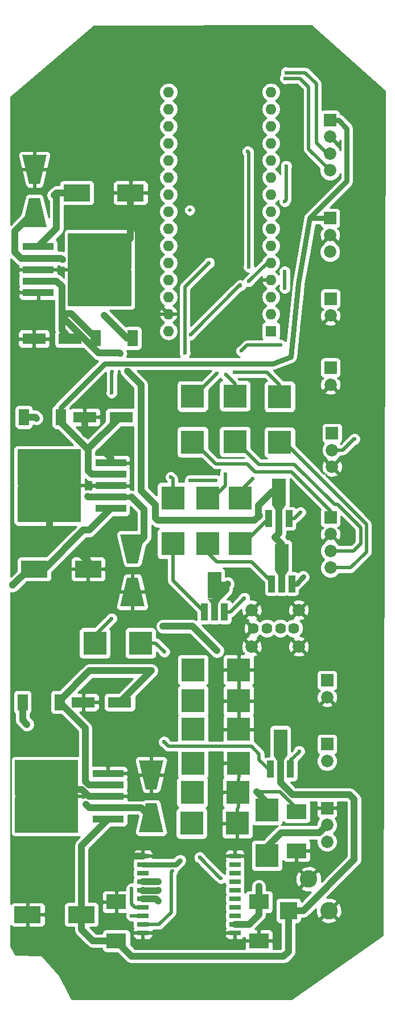
<source format=gbr>
G04 #@! TF.FileFunction,Copper,L1,Top,Signal*
%FSLAX46Y46*%
G04 Gerber Fmt 4.6, Leading zero omitted, Abs format (unit mm)*
G04 Created by KiCad (PCBNEW 4.0.7-e2-6376~58~ubuntu16.04.1) date Mon Oct  9 01:06:08 2017*
%MOMM*%
%LPD*%
G01*
G04 APERTURE LIST*
%ADD10C,0.100000*%
%ADD11R,1.600000X1.600000*%
%ADD12O,1.600000X1.600000*%
%ADD13R,2.600000X2.600000*%
%ADD14C,2.600000*%
%ADD15R,4.000000X2.500000*%
%ADD16R,3.500000X1.600000*%
%ADD17R,1.500000X2.400000*%
%ADD18R,1.700000X0.700000*%
%ADD19R,1.850000X1.850000*%
%ADD20C,1.850000*%
%ADD21R,1.000000X2.500000*%
%ADD22R,2.000000X4.000000*%
%ADD23R,3.500000X3.500000*%
%ADD24R,4.600000X1.100000*%
%ADD25R,9.400000X10.800000*%
%ADD26R,4.550000X5.250000*%
%ADD27C,1.620000*%
%ADD28R,3.000000X2.200000*%
%ADD29C,0.600000*%
%ADD30C,0.500000*%
%ADD31C,1.000000*%
%ADD32C,0.750000*%
%ADD33C,0.254000*%
G04 APERTURE END LIST*
D10*
D11*
X99600000Y-74600000D03*
D12*
X84360000Y-41580000D03*
X99600000Y-72060000D03*
X84360000Y-44120000D03*
X99600000Y-69520000D03*
X84360000Y-46660000D03*
X99600000Y-66980000D03*
X84360000Y-49200000D03*
X99600000Y-64440000D03*
X84360000Y-51740000D03*
X99600000Y-61900000D03*
X84360000Y-54280000D03*
X99600000Y-59360000D03*
X84360000Y-56820000D03*
X99600000Y-56820000D03*
X84360000Y-59360000D03*
X99600000Y-54280000D03*
X84360000Y-61900000D03*
X99600000Y-51740000D03*
X84360000Y-64440000D03*
X99600000Y-49200000D03*
X84360000Y-66980000D03*
X99600000Y-46660000D03*
X84360000Y-69520000D03*
X99600000Y-44120000D03*
X84360000Y-72060000D03*
X99600000Y-41580000D03*
X84360000Y-74600000D03*
X99600000Y-39040000D03*
X84360000Y-39040000D03*
D13*
X102200000Y-160800000D03*
D14*
X108200000Y-160800000D03*
X105200000Y-156100000D03*
D15*
X64400000Y-110000000D03*
X72400000Y-110000000D03*
X71400000Y-161400000D03*
X63400000Y-161400000D03*
X70725000Y-54025000D03*
X78725000Y-54025000D03*
D16*
X69750000Y-75750000D03*
X64350000Y-75750000D03*
X77300000Y-87400000D03*
X71900000Y-87400000D03*
X77100000Y-129800000D03*
X71700000Y-129800000D03*
D10*
G36*
X83600000Y-149150000D02*
X80000000Y-149150000D01*
X81000000Y-144850000D01*
X82600000Y-144850000D01*
X83600000Y-149150000D01*
X83600000Y-149150000D01*
G37*
G36*
X80000000Y-138450000D02*
X83600000Y-138450000D01*
X82600000Y-142750000D01*
X81000000Y-142750000D01*
X80000000Y-138450000D01*
X80000000Y-138450000D01*
G37*
G36*
X66225000Y-59100000D02*
X62625000Y-59100000D01*
X63625000Y-54800000D01*
X65225000Y-54800000D01*
X66225000Y-59100000D01*
X66225000Y-59100000D01*
G37*
G36*
X62625000Y-48400000D02*
X66225000Y-48400000D01*
X65225000Y-52700000D01*
X63625000Y-52700000D01*
X62625000Y-48400000D01*
X62625000Y-48400000D01*
G37*
G36*
X77200000Y-104850000D02*
X80800000Y-104850000D01*
X79800000Y-109150000D01*
X78200000Y-109150000D01*
X77200000Y-104850000D01*
X77200000Y-104850000D01*
G37*
G36*
X80800000Y-115550000D02*
X77200000Y-115550000D01*
X78200000Y-111250000D01*
X79800000Y-111250000D01*
X80800000Y-115550000D01*
X80800000Y-115550000D01*
G37*
D17*
X62850000Y-87400000D03*
X68350000Y-87400000D03*
X62650000Y-129800000D03*
X68150000Y-129800000D03*
X79050000Y-75650000D03*
X73550000Y-75650000D03*
D18*
X80550000Y-152685000D03*
X80550000Y-153955000D03*
X80550000Y-155225000D03*
X80550000Y-156495000D03*
X80550000Y-157765000D03*
X80550000Y-159035000D03*
X80550000Y-160305000D03*
X80550000Y-161575000D03*
X80550000Y-162845000D03*
X80550000Y-164115000D03*
X94250000Y-164115000D03*
X94250000Y-162845000D03*
X94250000Y-161575000D03*
X94250000Y-160305000D03*
X94250000Y-159035000D03*
X94250000Y-157765000D03*
X94250000Y-156495000D03*
X94250000Y-155225000D03*
X94250000Y-153955000D03*
X94250000Y-152685000D03*
D19*
X107950000Y-136050000D03*
D20*
X107950000Y-138550000D03*
D19*
X107950000Y-126550000D03*
D20*
X107950000Y-129050000D03*
D19*
X107950000Y-145550000D03*
D20*
X107950000Y-148050000D03*
X107950000Y-150550000D03*
D19*
X108450000Y-69800000D03*
D20*
X108450000Y-72300000D03*
D19*
X108450000Y-80050000D03*
D20*
X108450000Y-82550000D03*
D19*
X108700000Y-89800000D03*
D20*
X108700000Y-92300000D03*
X108700000Y-94800000D03*
D19*
X108400000Y-57800000D03*
D20*
X108400000Y-60300000D03*
X108400000Y-62800000D03*
D19*
X108400000Y-43200000D03*
D20*
X108400000Y-45700000D03*
X108400000Y-48200000D03*
X108400000Y-50700000D03*
D19*
X108450000Y-102300000D03*
D20*
X108450000Y-104800000D03*
X108450000Y-107300000D03*
X108450000Y-109800000D03*
D21*
X99500000Y-139780000D03*
X101000000Y-139780000D03*
X102500000Y-139780000D03*
D22*
X101000000Y-135820000D03*
D10*
G36*
X102000000Y-137795000D02*
X101500000Y-138545000D01*
X100500000Y-138545000D01*
X100000000Y-137795000D01*
X102000000Y-137795000D01*
X102000000Y-137795000D01*
G37*
D21*
X99300000Y-102480000D03*
X100800000Y-102480000D03*
X102300000Y-102480000D03*
D22*
X100800000Y-98520000D03*
D10*
G36*
X101800000Y-100495000D02*
X101300000Y-101245000D01*
X100300000Y-101245000D01*
X99800000Y-100495000D01*
X101800000Y-100495000D01*
X101800000Y-100495000D01*
G37*
D21*
X99700000Y-112180000D03*
X101200000Y-112180000D03*
X102700000Y-112180000D03*
D22*
X101200000Y-108220000D03*
D10*
G36*
X102200000Y-110195000D02*
X101700000Y-110945000D01*
X100700000Y-110945000D01*
X100200000Y-110195000D01*
X102200000Y-110195000D01*
X102200000Y-110195000D01*
G37*
D21*
X89700000Y-116380000D03*
X91200000Y-116380000D03*
X92700000Y-116380000D03*
D22*
X91200000Y-112420000D03*
D10*
G36*
X92200000Y-114395000D02*
X91700000Y-115145000D01*
X90700000Y-115145000D01*
X90200000Y-114395000D01*
X92200000Y-114395000D01*
X92200000Y-114395000D01*
G37*
D23*
X94800000Y-125000000D03*
X88000000Y-125000000D03*
X94800000Y-129600000D03*
X88000000Y-129600000D03*
X94800000Y-133850000D03*
X88000000Y-133850000D03*
X94800000Y-138850000D03*
X88000000Y-138850000D03*
X94700000Y-143200000D03*
X87900000Y-143200000D03*
X94600000Y-147800000D03*
X87800000Y-147800000D03*
D24*
X75375000Y-147200000D03*
X75375000Y-145500000D03*
X75375000Y-143800000D03*
X75375000Y-142100000D03*
X75375000Y-140400000D03*
D25*
X66225000Y-143800000D03*
D26*
X63800000Y-141025000D03*
X68650000Y-146575000D03*
X63800000Y-146575000D03*
X68650000Y-141025000D03*
D24*
X75775000Y-101000000D03*
X75775000Y-99300000D03*
X75775000Y-97600000D03*
X75775000Y-95900000D03*
X75775000Y-94200000D03*
D25*
X66625000Y-97600000D03*
D26*
X64200000Y-94825000D03*
X69050000Y-100375000D03*
X64200000Y-100375000D03*
X69050000Y-94825000D03*
D24*
X64975000Y-62050000D03*
X64975000Y-63750000D03*
X64975000Y-65450000D03*
X64975000Y-67150000D03*
X64975000Y-68850000D03*
D25*
X74125000Y-65450000D03*
D26*
X76550000Y-68225000D03*
X71700000Y-62675000D03*
X76550000Y-62675000D03*
X71700000Y-68225000D03*
D27*
X103000000Y-118800000D03*
X101000000Y-118800000D03*
X99000000Y-118800000D03*
D20*
X103730000Y-121520000D03*
D27*
X97000000Y-118800000D03*
D20*
X96730000Y-121520000D03*
X103730000Y-116080000D03*
X96730000Y-116080000D03*
D23*
X80200000Y-121000000D03*
X73400000Y-121000000D03*
X85000000Y-106200000D03*
X85000000Y-99400000D03*
X90200000Y-106200000D03*
X90200000Y-99400000D03*
X95000000Y-106200000D03*
X95000000Y-99400000D03*
X100900000Y-91150000D03*
X100900000Y-84350000D03*
X94250000Y-91050000D03*
X94250000Y-84250000D03*
X87950000Y-91100000D03*
X87950000Y-84300000D03*
X99000000Y-145800000D03*
X99000000Y-152600000D03*
D28*
X76600000Y-159500000D03*
X76600000Y-165300000D03*
X97800000Y-159500000D03*
X97800000Y-165300000D03*
X103400000Y-151900000D03*
X103400000Y-146100000D03*
D29*
X96300000Y-67200000D03*
X91400000Y-96800000D03*
X87600000Y-96800000D03*
X84950000Y-154900000D03*
X95050000Y-67850000D03*
X87650000Y-75100000D03*
X78850000Y-157550000D03*
X94150000Y-80750000D03*
X101850000Y-36150000D03*
X92900000Y-81100000D03*
X101750000Y-37000000D03*
X91550000Y-80900000D03*
X97450000Y-143150000D03*
X112050000Y-90650000D03*
X92150000Y-156000000D03*
X89000000Y-152900000D03*
X97800000Y-157200000D03*
X84700000Y-96300000D03*
X86800000Y-77850000D03*
X90400000Y-64450000D03*
X96150000Y-47900000D03*
X96300000Y-65050000D03*
X96900000Y-96550000D03*
X101850000Y-50050000D03*
X101650000Y-55300000D03*
X101650000Y-65750000D03*
X101650000Y-68200000D03*
X92800000Y-95850000D03*
X95200000Y-77550000D03*
X101050000Y-76700000D03*
X67325000Y-54400000D03*
X87500000Y-167600000D03*
X82800000Y-159350000D03*
X61200000Y-112300000D03*
X71400000Y-163500000D03*
X78900000Y-161550000D03*
X75900000Y-117350000D03*
X75900000Y-83750000D03*
X76000000Y-80600000D03*
X93150000Y-112200000D03*
X100200000Y-105275000D03*
X97750000Y-102150000D03*
X78225000Y-80550000D03*
X77175000Y-77950000D03*
X91600000Y-122150000D03*
X83550000Y-118500000D03*
X81450000Y-125150000D03*
X63300000Y-133100000D03*
X72100000Y-145000000D03*
X74825000Y-72300000D03*
X68625000Y-63975000D03*
X72350000Y-99200000D03*
X64700000Y-87550000D03*
X87575000Y-125775000D03*
X87775000Y-130150000D03*
X87974998Y-134550000D03*
X87950000Y-139250000D03*
X87625000Y-143775000D03*
X87750000Y-148525000D03*
X86075000Y-153350000D03*
X82800000Y-156500000D03*
X82800000Y-157800000D03*
X103800000Y-137100000D03*
X104000000Y-101550000D03*
X104400000Y-111150000D03*
X95650000Y-114300000D03*
X83700000Y-135700000D03*
X83750000Y-122300000D03*
X71350000Y-107800000D03*
X67100000Y-105225000D03*
X72125000Y-89975000D03*
X74925000Y-92625000D03*
X68950000Y-152850000D03*
X73125000Y-152600000D03*
X102700000Y-66525000D03*
X113350000Y-45725000D03*
D30*
X87500000Y-56600000D02*
X87550000Y-56600000D01*
X99600000Y-64440000D02*
X99060000Y-64440000D01*
X99060000Y-64440000D02*
X96300000Y-67200000D01*
X91400000Y-96800000D02*
X87600000Y-96800000D01*
X84950000Y-154900000D02*
X84750000Y-155100000D01*
X84750000Y-155100000D02*
X84750000Y-161050000D01*
X84750000Y-161050000D02*
X82955000Y-162845000D01*
X82955000Y-162845000D02*
X80550000Y-162845000D01*
X80550000Y-160305000D02*
X79355000Y-160305000D01*
X95050000Y-67700000D02*
X95050000Y-67850000D01*
X87650000Y-75100000D02*
X95050000Y-67700000D01*
X78850000Y-159800000D02*
X78850000Y-157550000D01*
X79355000Y-160305000D02*
X78850000Y-159800000D01*
X100900000Y-84350000D02*
X100900000Y-82600000D01*
X100900000Y-82600000D02*
X99050000Y-80750000D01*
X99050000Y-80750000D02*
X94150000Y-80750000D01*
X106350000Y-39750000D02*
X106350000Y-37800000D01*
X104700000Y-36150000D02*
X101850000Y-36150000D01*
X106350000Y-37800000D02*
X104700000Y-36150000D01*
X108400000Y-48200000D02*
X107950000Y-48200000D01*
X107950000Y-48200000D02*
X106350000Y-46600000D01*
X106350000Y-46600000D02*
X106350000Y-39750000D01*
X106350000Y-39750000D02*
X106350000Y-39600000D01*
X94250000Y-84250000D02*
X94250000Y-82450000D01*
X94250000Y-82450000D02*
X92900000Y-81100000D01*
X108400000Y-50700000D02*
X105200000Y-47500000D01*
X103900000Y-37000000D02*
X101750000Y-37000000D01*
X105200000Y-38300000D02*
X103900000Y-37000000D01*
X105200000Y-47500000D02*
X105200000Y-38300000D01*
X87950000Y-84300000D02*
X88150000Y-84300000D01*
X88150000Y-84300000D02*
X91550000Y-80900000D01*
X103400000Y-146100000D02*
X103400000Y-145600000D01*
X103400000Y-145600000D02*
X100950000Y-143150000D01*
X100950000Y-143150000D02*
X97450000Y-143150000D01*
D31*
X97450000Y-143150000D02*
X99000000Y-144700000D01*
X99000000Y-144700000D02*
X99000000Y-145800000D01*
D30*
X108700000Y-92300000D02*
X110300000Y-92300000D01*
X111950000Y-90650000D02*
X112050000Y-90650000D01*
X110300000Y-92300000D02*
X111950000Y-90650000D01*
X92100000Y-156000000D02*
X92150000Y-156000000D01*
X89000000Y-152900000D02*
X92100000Y-156000000D01*
D31*
X97800000Y-159500000D02*
X97800000Y-157200000D01*
X97800000Y-159500000D02*
X97800000Y-161400000D01*
X96355000Y-162845000D02*
X94250000Y-162845000D01*
X97800000Y-161400000D02*
X96355000Y-162845000D01*
D30*
X85000000Y-96600000D02*
X85000000Y-99400000D01*
X84700000Y-96300000D02*
X85000000Y-96600000D01*
X86800000Y-68050000D02*
X86800000Y-77850000D01*
X90400000Y-64450000D02*
X86800000Y-68050000D01*
X96150000Y-47900000D02*
X96300000Y-48050000D01*
X96300000Y-48050000D02*
X96300000Y-65050000D01*
X96900000Y-96550000D02*
X95000000Y-98450000D01*
X95000000Y-98450000D02*
X95000000Y-99400000D01*
X101850000Y-55100000D02*
X101850000Y-50050000D01*
X101650000Y-55300000D02*
X101850000Y-55100000D01*
X101650000Y-68200000D02*
X101650000Y-65750000D01*
X90200000Y-99400000D02*
X91000000Y-99400000D01*
X91000000Y-99400000D02*
X92800000Y-97600000D01*
X92800000Y-97600000D02*
X92800000Y-95850000D01*
X95200000Y-77550000D02*
X96050000Y-76700000D01*
X96050000Y-76700000D02*
X101050000Y-76700000D01*
D32*
X101000000Y-138170000D02*
X101000000Y-135820000D01*
X101000000Y-139780000D02*
X101000000Y-138170000D01*
D31*
X67700000Y-54025000D02*
X67700000Y-59325000D01*
X67700000Y-59325000D02*
X64975000Y-62050000D01*
X67700000Y-54025000D02*
X70725000Y-54025000D01*
X67325000Y-54400000D02*
X67700000Y-54025000D01*
X101000000Y-139780000D02*
X101000000Y-141750000D01*
X104400000Y-160800000D02*
X102200000Y-160800000D01*
X112000000Y-153200000D02*
X104400000Y-160800000D01*
X112000000Y-144250000D02*
X112000000Y-153200000D01*
X111300000Y-143550000D02*
X112000000Y-144250000D01*
X102800000Y-143550000D02*
X111300000Y-143550000D01*
X101000000Y-141750000D02*
X102800000Y-143550000D01*
X80550000Y-159035000D02*
X82485000Y-159035000D01*
X82800000Y-159350000D02*
X82485000Y-159035000D01*
X64400000Y-110000000D02*
X65900000Y-110000000D01*
X65900000Y-110000000D02*
X71700000Y-104200000D01*
X72575000Y-104200000D02*
X75775000Y-101000000D01*
X71700000Y-104200000D02*
X72575000Y-104200000D01*
X64400000Y-110000000D02*
X63600000Y-110000000D01*
X63600000Y-110000000D02*
X61200000Y-112400000D01*
X61200000Y-112400000D02*
X61200000Y-112300000D01*
X71400000Y-163500000D02*
X71400000Y-163600000D01*
X71400000Y-161400000D02*
X71400000Y-151175000D01*
X71400000Y-151175000D02*
X75375000Y-147200000D01*
X76600000Y-165300000D02*
X73100000Y-165300000D01*
X71400000Y-163600000D02*
X71400000Y-161400000D01*
X73100000Y-165300000D02*
X71400000Y-163600000D01*
X102200000Y-160800000D02*
X102200000Y-166900000D01*
X78900000Y-167600000D02*
X76600000Y-165300000D01*
X101500000Y-167600000D02*
X88300000Y-167600000D01*
X88300000Y-167600000D02*
X88800000Y-167600000D01*
X88800000Y-167600000D02*
X87500000Y-167600000D01*
X87500000Y-167600000D02*
X85700000Y-167600000D01*
X85700000Y-167600000D02*
X78900000Y-167600000D01*
X102200000Y-166900000D02*
X101500000Y-167600000D01*
D30*
X78925000Y-161575000D02*
X80550000Y-161575000D01*
X78900000Y-161550000D02*
X78925000Y-161575000D01*
X75900000Y-117350000D02*
X73400000Y-119850000D01*
X75900000Y-80700000D02*
X75900000Y-83750000D01*
X76000000Y-80600000D02*
X75900000Y-80700000D01*
X73400000Y-119850000D02*
X73400000Y-121000000D01*
D31*
X100800000Y-102480000D02*
X100800000Y-100870000D01*
X101200000Y-112180000D02*
X101200000Y-110570000D01*
X92900000Y-113000000D02*
X92900000Y-113070000D01*
X92900000Y-113070000D02*
X91200000Y-114770000D01*
X91200000Y-114770000D02*
X91200000Y-116380000D01*
X92900000Y-112420000D02*
X92900000Y-113000000D01*
X92900000Y-113070000D02*
X91200000Y-114770000D01*
X92930000Y-112420000D02*
X92900000Y-112420000D01*
X92900000Y-112420000D02*
X91200000Y-112420000D01*
X93150000Y-112200000D02*
X92930000Y-112420000D01*
X101200000Y-112180000D02*
X101200000Y-108220000D01*
X100800000Y-102480000D02*
X100800000Y-104675000D01*
X100800000Y-104675000D02*
X100200000Y-105275000D01*
X100200000Y-105275000D02*
X101200000Y-106275000D01*
X101200000Y-106275000D02*
X101200000Y-108220000D01*
X97750000Y-102150000D02*
X97750000Y-100525000D01*
X99755000Y-98520000D02*
X100800000Y-98520000D01*
X97750000Y-100525000D02*
X99755000Y-98520000D01*
X97750000Y-102150000D02*
X97850000Y-102050000D01*
X97850000Y-102050000D02*
X97875000Y-102050000D01*
X68575000Y-71975000D02*
X68575000Y-72475000D01*
X97150000Y-102775000D02*
X97875000Y-102050000D01*
X82775000Y-102775000D02*
X97150000Y-102775000D01*
X82400000Y-102400000D02*
X82775000Y-102775000D01*
X82400000Y-100450000D02*
X82400000Y-102400000D01*
X80275000Y-98325000D02*
X82400000Y-100450000D01*
X80275000Y-82600000D02*
X80275000Y-98325000D01*
X78225000Y-80550000D02*
X80275000Y-82600000D01*
X77100000Y-77875000D02*
X77175000Y-77950000D01*
X73975000Y-77875000D02*
X77100000Y-77875000D01*
X68575000Y-72475000D02*
X73975000Y-77875000D01*
X68500000Y-71975000D02*
X68575000Y-71975000D01*
X68575000Y-71975000D02*
X69875000Y-71975000D01*
X69875000Y-71975000D02*
X73550000Y-75650000D01*
X64975000Y-67150000D02*
X67700000Y-67150000D01*
X68500000Y-74500000D02*
X69750000Y-75750000D01*
X68500000Y-67950000D02*
X68500000Y-71975000D01*
X68500000Y-71975000D02*
X68500000Y-74500000D01*
X67700000Y-67150000D02*
X68500000Y-67950000D01*
X91600000Y-122150000D02*
X87950000Y-118500000D01*
X87950000Y-118500000D02*
X83550000Y-118500000D01*
X81450000Y-125150000D02*
X81500000Y-125100000D01*
X81500000Y-125100000D02*
X81800000Y-125100000D01*
X75375000Y-142100000D02*
X72500000Y-142100000D01*
X72000000Y-133650000D02*
X68150000Y-129800000D01*
X72000000Y-141600000D02*
X72000000Y-133650000D01*
X72500000Y-142100000D02*
X72000000Y-141600000D01*
X68150000Y-129800000D02*
X68150000Y-129550000D01*
X68150000Y-129550000D02*
X72600000Y-125100000D01*
X72600000Y-125100000D02*
X81800000Y-125100000D01*
X81800000Y-125100000D02*
X77100000Y-129800000D01*
X75375000Y-145500000D02*
X72600000Y-145500000D01*
X62650000Y-132450000D02*
X62650000Y-129800000D01*
X63300000Y-133100000D02*
X62650000Y-132450000D01*
X72600000Y-145500000D02*
X72100000Y-145000000D01*
X75375000Y-145500000D02*
X80300000Y-145500000D01*
X80300000Y-145500000D02*
X81800000Y-147000000D01*
X64975000Y-63750000D02*
X68400000Y-63750000D01*
X78175000Y-75650000D02*
X79050000Y-75650000D01*
X74825000Y-72300000D02*
X78175000Y-75650000D01*
X68400000Y-63750000D02*
X68625000Y-63975000D01*
X64425000Y-56950000D02*
X64325000Y-56950000D01*
X64325000Y-56950000D02*
X61525000Y-59750000D01*
X61525000Y-59750000D02*
X61525000Y-62875000D01*
X61525000Y-62875000D02*
X62400000Y-63750000D01*
X62400000Y-63750000D02*
X64975000Y-63750000D01*
X62850000Y-87400000D02*
X64550000Y-87400000D01*
X72450000Y-99300000D02*
X75775000Y-99300000D01*
X72350000Y-99200000D02*
X72450000Y-99300000D01*
X64550000Y-87400000D02*
X64700000Y-87550000D01*
D32*
X75775000Y-99300000D02*
X78900000Y-99300000D01*
D31*
X80750000Y-105250000D02*
X79000000Y-107000000D01*
X80750000Y-101150000D02*
X80750000Y-105250000D01*
X78900000Y-99300000D02*
X80750000Y-101150000D01*
D32*
X87575000Y-125775000D02*
X88000000Y-125350000D01*
X88000000Y-125350000D02*
X88000000Y-125000000D01*
X87775000Y-130150000D02*
X88000000Y-129925000D01*
X88000000Y-129925000D02*
X88000000Y-129600000D01*
X87974998Y-134550000D02*
X88000000Y-134524998D01*
X88000000Y-134524998D02*
X88000000Y-133850000D01*
X87950000Y-139250000D02*
X88000000Y-139200000D01*
X88000000Y-139200000D02*
X88000000Y-138850000D01*
X87625000Y-143775000D02*
X87900000Y-143500000D01*
X87900000Y-143500000D02*
X87900000Y-143200000D01*
X80550000Y-153955000D02*
X85470000Y-153955000D01*
X87750000Y-148525000D02*
X87800000Y-148475000D01*
X85470000Y-153955000D02*
X86075000Y-153350000D01*
X87800000Y-148475000D02*
X87800000Y-147800000D01*
D31*
X82795000Y-156495000D02*
X80550000Y-156495000D01*
X82800000Y-156500000D02*
X82795000Y-156495000D01*
X82765002Y-157834998D02*
X80550000Y-157834998D01*
X82800000Y-157800000D02*
X82765002Y-157834998D01*
X80550000Y-157834998D02*
X80550000Y-157765000D01*
D30*
X102500000Y-139780000D02*
X102500000Y-138500000D01*
X103800000Y-137200000D02*
X103800000Y-137100000D01*
X102500000Y-138500000D02*
X103800000Y-137200000D01*
D31*
X99000000Y-152600000D02*
X99000000Y-151300000D01*
X99000000Y-151300000D02*
X101100000Y-149200000D01*
X101100000Y-149200000D02*
X106800000Y-149200000D01*
X106800000Y-149200000D02*
X107950000Y-148050000D01*
D30*
X102300000Y-102480000D02*
X103070000Y-102480000D01*
X103070000Y-102480000D02*
X104000000Y-101550000D01*
D32*
X104400000Y-111150000D02*
X103370000Y-112180000D01*
X103370000Y-112180000D02*
X102700000Y-112180000D01*
D30*
X93570000Y-116380000D02*
X92700000Y-116380000D01*
X95650000Y-114300000D02*
X93570000Y-116380000D01*
X87950000Y-91100000D02*
X88150000Y-91100000D01*
X88150000Y-91100000D02*
X91400000Y-94350000D01*
X91400000Y-94350000D02*
X96050000Y-94350000D01*
X96050000Y-94350000D02*
X97250000Y-95550000D01*
X97250000Y-95550000D02*
X102650000Y-95550000D01*
X102650000Y-95550000D02*
X108450000Y-101350000D01*
X108450000Y-101350000D02*
X108450000Y-102300000D01*
X108450000Y-102300000D02*
X108450000Y-101500000D01*
X94250000Y-91050000D02*
X94450000Y-91050000D01*
X94450000Y-91050000D02*
X97800000Y-94400000D01*
X97800000Y-94400000D02*
X103100000Y-94400000D01*
X103100000Y-94400000D02*
X109050000Y-100350000D01*
X109050000Y-100350000D02*
X109500000Y-100350000D01*
X109500000Y-100350000D02*
X112950000Y-103800000D01*
X112950000Y-103800000D02*
X112950000Y-106250000D01*
X112950000Y-106250000D02*
X111900000Y-107300000D01*
X111900000Y-107300000D02*
X108450000Y-107300000D01*
X100900000Y-91150000D02*
X101600000Y-91150000D01*
X101600000Y-91150000D02*
X113800000Y-103350000D01*
X113800000Y-103350000D02*
X113800000Y-107450000D01*
X113800000Y-107450000D02*
X111450000Y-109800000D01*
X111450000Y-109800000D02*
X108450000Y-109800000D01*
X99500000Y-139780000D02*
X99280000Y-139780000D01*
X99280000Y-139780000D02*
X97850000Y-138350000D01*
X97850000Y-138350000D02*
X97850000Y-137500000D01*
X97850000Y-137500000D02*
X96700000Y-136350000D01*
X96700000Y-136350000D02*
X84350000Y-136350000D01*
X84350000Y-136350000D02*
X83700000Y-135700000D01*
X83750000Y-122300000D02*
X82450000Y-121000000D01*
X82450000Y-121000000D02*
X80200000Y-121000000D01*
X95000000Y-106200000D02*
X95580000Y-106200000D01*
X95580000Y-106200000D02*
X99300000Y-102480000D01*
X90200000Y-106200000D02*
X90200000Y-107550000D01*
X90200000Y-107550000D02*
X91600000Y-108950000D01*
X91600000Y-108950000D02*
X96750000Y-108950000D01*
X96750000Y-108950000D02*
X99700000Y-111900000D01*
X99700000Y-111900000D02*
X99700000Y-112180000D01*
X85000000Y-106200000D02*
X85000000Y-111680000D01*
X85000000Y-111680000D02*
X89700000Y-116380000D01*
D32*
X108400000Y-43200000D02*
X109650000Y-43200000D01*
X110300000Y-52900000D02*
X105400000Y-57800000D01*
X110900000Y-52300000D02*
X110300000Y-52900000D01*
X110900000Y-44450000D02*
X110900000Y-52300000D01*
X109650000Y-43200000D02*
X110900000Y-44450000D01*
D31*
X77300000Y-87400000D02*
X77150000Y-87400000D01*
X77150000Y-87400000D02*
X72375000Y-92175000D01*
D32*
X108400000Y-57800000D02*
X105400000Y-57800000D01*
X105400000Y-57800000D02*
X103700000Y-67500000D01*
X107900000Y-57800000D02*
X108400000Y-57800000D01*
X68350000Y-87400000D02*
X68350000Y-85950000D01*
X68350000Y-85950000D02*
X74850000Y-79450000D01*
X74850000Y-79450000D02*
X99850000Y-79450000D01*
X99850000Y-79450000D02*
X102550000Y-78450000D01*
X102550000Y-78450000D02*
X103700000Y-67500000D01*
D31*
X75775000Y-95900000D02*
X72900000Y-95900000D01*
X72400000Y-92200000D02*
X72375000Y-92175000D01*
X72375000Y-92175000D02*
X68350000Y-88150000D01*
X72400000Y-95400000D02*
X72400000Y-92200000D01*
X72900000Y-95900000D02*
X72400000Y-95400000D01*
X68350000Y-88150000D02*
X68350000Y-87400000D01*
X72400000Y-110000000D02*
X72400000Y-108850000D01*
X72400000Y-108850000D02*
X71350000Y-107800000D01*
X67100000Y-105225000D02*
X66625000Y-104750000D01*
X66625000Y-104750000D02*
X66625000Y-97600000D01*
X78725000Y-54025000D02*
X78725000Y-60850000D01*
X78725000Y-60850000D02*
X74125000Y-65450000D01*
X75775000Y-94200000D02*
X75775000Y-93475000D01*
X71900000Y-89750000D02*
X71900000Y-87400000D01*
X72125000Y-89975000D02*
X71900000Y-89750000D01*
X75775000Y-93475000D02*
X74925000Y-92625000D01*
X80550000Y-152685000D02*
X73210000Y-152685000D01*
X73210000Y-152685000D02*
X73125000Y-152600000D01*
D30*
X78725000Y-54025000D02*
X81375000Y-54025000D01*
X82100000Y-69800000D02*
X84360000Y-72060000D01*
X82100000Y-54750000D02*
X82100000Y-69800000D01*
X81375000Y-54025000D02*
X82100000Y-54750000D01*
X66225000Y-143800000D02*
X69900000Y-143800000D01*
X69900000Y-143800000D02*
X72502940Y-143800000D01*
X72502940Y-143800000D02*
X75375000Y-143800000D01*
X74125000Y-65450000D02*
X64975000Y-65450000D01*
X66625000Y-97600000D02*
X75775000Y-97600000D01*
D31*
X75375000Y-143800000D02*
X72502940Y-143800000D01*
X71501470Y-142798530D02*
X67226470Y-142798530D01*
X72502940Y-143800000D02*
X71501470Y-142798530D01*
X67226470Y-142798530D02*
X66225000Y-143800000D01*
D30*
X107900000Y-60300000D02*
X108400000Y-60300000D01*
D33*
G36*
X116522865Y-38906459D02*
X116223158Y-164483548D01*
X102671651Y-173915000D01*
X69973383Y-173915000D01*
X68212940Y-170491917D01*
X68195973Y-170466824D01*
X65595973Y-167466824D01*
X65556051Y-167436038D01*
X65501607Y-167423010D01*
X61624536Y-167373933D01*
X60885000Y-166068870D01*
X60885000Y-163033026D01*
X61040302Y-163188327D01*
X61273691Y-163285000D01*
X63114250Y-163285000D01*
X63273000Y-163126250D01*
X63273000Y-161527000D01*
X63527000Y-161527000D01*
X63527000Y-163126250D01*
X63685750Y-163285000D01*
X65526309Y-163285000D01*
X65759698Y-163188327D01*
X65938327Y-163009699D01*
X66035000Y-162776310D01*
X66035000Y-161685750D01*
X65876250Y-161527000D01*
X63527000Y-161527000D01*
X63273000Y-161527000D01*
X63253000Y-161527000D01*
X63253000Y-161273000D01*
X63273000Y-161273000D01*
X63273000Y-159673750D01*
X63527000Y-159673750D01*
X63527000Y-161273000D01*
X65876250Y-161273000D01*
X66035000Y-161114250D01*
X66035000Y-160023690D01*
X65938327Y-159790301D01*
X65759698Y-159611673D01*
X65526309Y-159515000D01*
X63685750Y-159515000D01*
X63527000Y-159673750D01*
X63273000Y-159673750D01*
X63114250Y-159515000D01*
X61273691Y-159515000D01*
X61040302Y-159611673D01*
X60885000Y-159766974D01*
X60885000Y-138273690D01*
X60890000Y-138273690D01*
X60890000Y-143776310D01*
X60899813Y-143800000D01*
X60890000Y-143823690D01*
X60890000Y-149326310D01*
X60986673Y-149559699D01*
X61165302Y-149738327D01*
X61398691Y-149835000D01*
X66201309Y-149835000D01*
X66225000Y-149825187D01*
X66248691Y-149835000D01*
X71051309Y-149835000D01*
X71193953Y-149775915D01*
X70597434Y-150372434D01*
X70351397Y-150740654D01*
X70265000Y-151175000D01*
X70265000Y-159502560D01*
X69400000Y-159502560D01*
X69164683Y-159546838D01*
X68948559Y-159685910D01*
X68803569Y-159898110D01*
X68752560Y-160150000D01*
X68752560Y-162650000D01*
X68796838Y-162885317D01*
X68935910Y-163101441D01*
X69148110Y-163246431D01*
X69400000Y-163297440D01*
X70265000Y-163297440D01*
X70265000Y-163600000D01*
X70351397Y-164034346D01*
X70596221Y-164400750D01*
X70597434Y-164402566D01*
X72297434Y-166102566D01*
X72665654Y-166348603D01*
X73100000Y-166435000D01*
X74459146Y-166435000D01*
X74496838Y-166635317D01*
X74635910Y-166851441D01*
X74848110Y-166996431D01*
X75100000Y-167047440D01*
X76742308Y-167047440D01*
X78097434Y-168402566D01*
X78465654Y-168648603D01*
X78900000Y-168735000D01*
X101500000Y-168735000D01*
X101934346Y-168648603D01*
X102302566Y-168402566D01*
X103002566Y-167702567D01*
X103248603Y-167334346D01*
X103335000Y-166900000D01*
X103335000Y-162747440D01*
X103500000Y-162747440D01*
X103735317Y-162703162D01*
X103951441Y-162564090D01*
X104096431Y-162351890D01*
X104133374Y-162169459D01*
X107010146Y-162169459D01*
X107145504Y-162467455D01*
X107863880Y-162744066D01*
X108633427Y-162724710D01*
X109254496Y-162467455D01*
X109389854Y-162169459D01*
X108200000Y-160979605D01*
X107010146Y-162169459D01*
X104133374Y-162169459D01*
X104147440Y-162100000D01*
X104147440Y-161935000D01*
X104400000Y-161935000D01*
X104834346Y-161848603D01*
X105202566Y-161602566D01*
X106258027Y-160547105D01*
X106275290Y-161233427D01*
X106532545Y-161854496D01*
X106830541Y-161989854D01*
X108020395Y-160800000D01*
X108379605Y-160800000D01*
X109569459Y-161989854D01*
X109867455Y-161854496D01*
X110144066Y-161136120D01*
X110124710Y-160366573D01*
X109867455Y-159745504D01*
X109569459Y-159610146D01*
X108379605Y-160800000D01*
X108020395Y-160800000D01*
X108006253Y-160785858D01*
X108185858Y-160606253D01*
X108200000Y-160620395D01*
X109389854Y-159430541D01*
X109254496Y-159132545D01*
X108536120Y-158855934D01*
X107934055Y-158871077D01*
X112802566Y-154002566D01*
X112834349Y-153955000D01*
X113048603Y-153634346D01*
X113135000Y-153200000D01*
X113135000Y-144250000D01*
X113048603Y-143815654D01*
X113021439Y-143775000D01*
X112802566Y-143447433D01*
X112102566Y-142747434D01*
X112049046Y-142711673D01*
X111734346Y-142501397D01*
X111300000Y-142415000D01*
X103270132Y-142415000D01*
X102532572Y-141677440D01*
X103000000Y-141677440D01*
X103235317Y-141633162D01*
X103451441Y-141494090D01*
X103596431Y-141281890D01*
X103647440Y-141030000D01*
X103647440Y-138604140D01*
X104425787Y-137825792D01*
X104425790Y-137825790D01*
X104484686Y-137737646D01*
X104592192Y-137630327D01*
X104734838Y-137286799D01*
X104735162Y-136914833D01*
X104593117Y-136571057D01*
X104330327Y-136307808D01*
X103986799Y-136165162D01*
X103614833Y-136164838D01*
X103271057Y-136306883D01*
X103007808Y-136569673D01*
X102886424Y-136861997D01*
X102647440Y-137100981D01*
X102647440Y-135125000D01*
X106377560Y-135125000D01*
X106377560Y-136975000D01*
X106421838Y-137210317D01*
X106560910Y-137426441D01*
X106742874Y-137550771D01*
X106628268Y-137665177D01*
X106390272Y-138238336D01*
X106389730Y-138858942D01*
X106626725Y-139432514D01*
X107065177Y-139871732D01*
X107638336Y-140109728D01*
X108258942Y-140110270D01*
X108832514Y-139873275D01*
X109271732Y-139434823D01*
X109509728Y-138861664D01*
X109510270Y-138241058D01*
X109273275Y-137667486D01*
X109155246Y-137549251D01*
X109326441Y-137439090D01*
X109471431Y-137226890D01*
X109522440Y-136975000D01*
X109522440Y-135125000D01*
X109478162Y-134889683D01*
X109339090Y-134673559D01*
X109126890Y-134528569D01*
X108875000Y-134477560D01*
X107025000Y-134477560D01*
X106789683Y-134521838D01*
X106573559Y-134660910D01*
X106428569Y-134873110D01*
X106377560Y-135125000D01*
X102647440Y-135125000D01*
X102647440Y-133820000D01*
X102603162Y-133584683D01*
X102464090Y-133368559D01*
X102251890Y-133223569D01*
X102000000Y-133172560D01*
X100000000Y-133172560D01*
X99764683Y-133216838D01*
X99548559Y-133355910D01*
X99403569Y-133568110D01*
X99352560Y-133820000D01*
X99352560Y-137820000D01*
X99364331Y-137882560D01*
X99000000Y-137882560D01*
X98764683Y-137926838D01*
X98735000Y-137945938D01*
X98735000Y-137500005D01*
X98735001Y-137500000D01*
X98667634Y-137161326D01*
X98603975Y-137066054D01*
X98475790Y-136874210D01*
X98475787Y-136874208D01*
X97325790Y-135724210D01*
X97289557Y-135700000D01*
X97185000Y-135630138D01*
X97185000Y-134135750D01*
X97026250Y-133977000D01*
X94927000Y-133977000D01*
X94927000Y-133997000D01*
X94673000Y-133997000D01*
X94673000Y-133977000D01*
X92573750Y-133977000D01*
X92415000Y-134135750D01*
X92415000Y-135465000D01*
X90397440Y-135465000D01*
X90397440Y-132100000D01*
X90353162Y-131864683D01*
X90262810Y-131724273D01*
X90346431Y-131601890D01*
X90397440Y-131350000D01*
X90397440Y-129885750D01*
X92415000Y-129885750D01*
X92415000Y-131476310D01*
X92511673Y-131709699D01*
X92526974Y-131725000D01*
X92511673Y-131740301D01*
X92415000Y-131973690D01*
X92415000Y-133564250D01*
X92573750Y-133723000D01*
X94673000Y-133723000D01*
X94673000Y-129727000D01*
X94927000Y-129727000D01*
X94927000Y-133723000D01*
X97026250Y-133723000D01*
X97185000Y-133564250D01*
X97185000Y-131973690D01*
X97088327Y-131740301D01*
X97073026Y-131725000D01*
X97088327Y-131709699D01*
X97185000Y-131476310D01*
X97185000Y-130148256D01*
X107031349Y-130148256D01*
X107120821Y-130407332D01*
X107703368Y-130621325D01*
X108323461Y-130596097D01*
X108779179Y-130407332D01*
X108868651Y-130148256D01*
X107950000Y-129229605D01*
X107031349Y-130148256D01*
X97185000Y-130148256D01*
X97185000Y-129885750D01*
X97026250Y-129727000D01*
X94927000Y-129727000D01*
X94673000Y-129727000D01*
X92573750Y-129727000D01*
X92415000Y-129885750D01*
X90397440Y-129885750D01*
X90397440Y-127850000D01*
X90353162Y-127614683D01*
X90214090Y-127398559D01*
X90068917Y-127299367D01*
X90201441Y-127214090D01*
X90346431Y-127001890D01*
X90397440Y-126750000D01*
X90397440Y-125285750D01*
X92415000Y-125285750D01*
X92415000Y-126876310D01*
X92511673Y-127109699D01*
X92690302Y-127288327D01*
X92718483Y-127300000D01*
X92690302Y-127311673D01*
X92511673Y-127490301D01*
X92415000Y-127723690D01*
X92415000Y-129314250D01*
X92573750Y-129473000D01*
X94673000Y-129473000D01*
X94673000Y-127373750D01*
X94599250Y-127300000D01*
X94673000Y-127226250D01*
X94673000Y-125127000D01*
X94927000Y-125127000D01*
X94927000Y-127226250D01*
X95000750Y-127300000D01*
X94927000Y-127373750D01*
X94927000Y-129473000D01*
X97026250Y-129473000D01*
X97185000Y-129314250D01*
X97185000Y-127723690D01*
X97088327Y-127490301D01*
X96909698Y-127311673D01*
X96881517Y-127300000D01*
X96909698Y-127288327D01*
X97088327Y-127109699D01*
X97185000Y-126876310D01*
X97185000Y-125625000D01*
X106377560Y-125625000D01*
X106377560Y-127475000D01*
X106421838Y-127710317D01*
X106560910Y-127926441D01*
X106773110Y-128071431D01*
X106796575Y-128076183D01*
X106851742Y-128131350D01*
X106592668Y-128220821D01*
X106378675Y-128803368D01*
X106403903Y-129423461D01*
X106592668Y-129879179D01*
X106851744Y-129968651D01*
X107770395Y-129050000D01*
X107756253Y-129035858D01*
X107935858Y-128856253D01*
X107950000Y-128870395D01*
X107964143Y-128856253D01*
X108143748Y-129035858D01*
X108129605Y-129050000D01*
X109048256Y-129968651D01*
X109307332Y-129879179D01*
X109521325Y-129296632D01*
X109496097Y-128676539D01*
X109307332Y-128220821D01*
X109048258Y-128131350D01*
X109099390Y-128080218D01*
X109110317Y-128078162D01*
X109326441Y-127939090D01*
X109471431Y-127726890D01*
X109522440Y-127475000D01*
X109522440Y-125625000D01*
X109478162Y-125389683D01*
X109339090Y-125173559D01*
X109126890Y-125028569D01*
X108875000Y-124977560D01*
X107025000Y-124977560D01*
X106789683Y-125021838D01*
X106573559Y-125160910D01*
X106428569Y-125373110D01*
X106377560Y-125625000D01*
X97185000Y-125625000D01*
X97185000Y-125285750D01*
X97026250Y-125127000D01*
X94927000Y-125127000D01*
X94673000Y-125127000D01*
X92573750Y-125127000D01*
X92415000Y-125285750D01*
X90397440Y-125285750D01*
X90397440Y-123250000D01*
X90353162Y-123014683D01*
X90214090Y-122798559D01*
X90001890Y-122653569D01*
X89750000Y-122602560D01*
X86250000Y-122602560D01*
X86014683Y-122646838D01*
X85798559Y-122785910D01*
X85653569Y-122998110D01*
X85602560Y-123250000D01*
X85602560Y-126750000D01*
X85646838Y-126985317D01*
X85785910Y-127201441D01*
X85931083Y-127300633D01*
X85798559Y-127385910D01*
X85653569Y-127598110D01*
X85602560Y-127850000D01*
X85602560Y-131350000D01*
X85646838Y-131585317D01*
X85737190Y-131725727D01*
X85653569Y-131848110D01*
X85602560Y-132100000D01*
X85602560Y-135465000D01*
X84716579Y-135465000D01*
X84542744Y-135291165D01*
X84493117Y-135171057D01*
X84230327Y-134907808D01*
X83886799Y-134765162D01*
X83514833Y-134764838D01*
X83171057Y-134906883D01*
X82907808Y-135169673D01*
X82765162Y-135513201D01*
X82764838Y-135885167D01*
X82906883Y-136228943D01*
X83169673Y-136492192D01*
X83290986Y-136542566D01*
X83724208Y-136975787D01*
X83724210Y-136975790D01*
X84011325Y-137167633D01*
X84067516Y-137178810D01*
X84350000Y-137235001D01*
X84350005Y-137235000D01*
X85602560Y-137235000D01*
X85602560Y-140600000D01*
X85646838Y-140835317D01*
X85730511Y-140965349D01*
X85698559Y-140985910D01*
X85553569Y-141198110D01*
X85502560Y-141450000D01*
X85502560Y-144950000D01*
X85546838Y-145185317D01*
X85685910Y-145401441D01*
X85782582Y-145467494D01*
X85598559Y-145585910D01*
X85453569Y-145798110D01*
X85402560Y-146050000D01*
X85402560Y-149550000D01*
X85446838Y-149785317D01*
X85585910Y-150001441D01*
X85798110Y-150146431D01*
X86050000Y-150197440D01*
X89550000Y-150197440D01*
X89785317Y-150153162D01*
X90001441Y-150014090D01*
X90146431Y-149801890D01*
X90197440Y-149550000D01*
X90197440Y-148085750D01*
X92215000Y-148085750D01*
X92215000Y-149676310D01*
X92311673Y-149909699D01*
X92490302Y-150088327D01*
X92723691Y-150185000D01*
X94314250Y-150185000D01*
X94473000Y-150026250D01*
X94473000Y-147927000D01*
X92373750Y-147927000D01*
X92215000Y-148085750D01*
X90197440Y-148085750D01*
X90197440Y-146050000D01*
X90173674Y-145923690D01*
X92215000Y-145923690D01*
X92215000Y-147514250D01*
X92373750Y-147673000D01*
X94473000Y-147673000D01*
X94473000Y-145573750D01*
X94449250Y-145550000D01*
X94573000Y-145426250D01*
X94573000Y-143327000D01*
X92473750Y-143327000D01*
X92315000Y-143485750D01*
X92315000Y-145076310D01*
X92411673Y-145309699D01*
X92577521Y-145475546D01*
X92490302Y-145511673D01*
X92311673Y-145690301D01*
X92215000Y-145923690D01*
X90173674Y-145923690D01*
X90153162Y-145814683D01*
X90014090Y-145598559D01*
X89917418Y-145532506D01*
X90101441Y-145414090D01*
X90246431Y-145201890D01*
X90297440Y-144950000D01*
X90297440Y-141450000D01*
X90273674Y-141323690D01*
X92315000Y-141323690D01*
X92315000Y-142914250D01*
X92473750Y-143073000D01*
X94573000Y-143073000D01*
X94573000Y-141176250D01*
X94673000Y-141076250D01*
X94673000Y-138977000D01*
X92573750Y-138977000D01*
X92415000Y-139135750D01*
X92415000Y-140726310D01*
X92511673Y-140959699D01*
X92526974Y-140975000D01*
X92411673Y-141090301D01*
X92315000Y-141323690D01*
X90273674Y-141323690D01*
X90253162Y-141214683D01*
X90169489Y-141084651D01*
X90201441Y-141064090D01*
X90346431Y-140851890D01*
X90397440Y-140600000D01*
X90397440Y-137235000D01*
X92415000Y-137235000D01*
X92415000Y-138564250D01*
X92573750Y-138723000D01*
X94673000Y-138723000D01*
X94673000Y-138703000D01*
X94927000Y-138703000D01*
X94927000Y-138723000D01*
X94947000Y-138723000D01*
X94947000Y-138977000D01*
X94927000Y-138977000D01*
X94927000Y-140873750D01*
X94827000Y-140973750D01*
X94827000Y-143073000D01*
X94847000Y-143073000D01*
X94847000Y-143327000D01*
X94827000Y-143327000D01*
X94827000Y-145426250D01*
X94850750Y-145450000D01*
X94727000Y-145573750D01*
X94727000Y-147673000D01*
X94747000Y-147673000D01*
X94747000Y-147927000D01*
X94727000Y-147927000D01*
X94727000Y-150026250D01*
X94885750Y-150185000D01*
X96476309Y-150185000D01*
X96709698Y-150088327D01*
X96888327Y-149909699D01*
X96985000Y-149676310D01*
X96985000Y-148137473D01*
X96998110Y-148146431D01*
X97250000Y-148197440D01*
X100596746Y-148197440D01*
X100297433Y-148397434D01*
X98492308Y-150202560D01*
X97250000Y-150202560D01*
X97014683Y-150246838D01*
X96798559Y-150385910D01*
X96653569Y-150598110D01*
X96602560Y-150850000D01*
X96602560Y-154350000D01*
X96646838Y-154585317D01*
X96785910Y-154801441D01*
X96998110Y-154946431D01*
X97250000Y-154997440D01*
X100750000Y-154997440D01*
X100985317Y-154953162D01*
X101201441Y-154814090D01*
X101258527Y-154730541D01*
X104010146Y-154730541D01*
X105200000Y-155920395D01*
X106389854Y-154730541D01*
X106254496Y-154432545D01*
X105536120Y-154155934D01*
X104766573Y-154175290D01*
X104145504Y-154432545D01*
X104010146Y-154730541D01*
X101258527Y-154730541D01*
X101346431Y-154601890D01*
X101397440Y-154350000D01*
X101397440Y-153395465D01*
X101540301Y-153538327D01*
X101773690Y-153635000D01*
X103114250Y-153635000D01*
X103273000Y-153476250D01*
X103273000Y-152027000D01*
X103527000Y-152027000D01*
X103527000Y-153476250D01*
X103685750Y-153635000D01*
X105026310Y-153635000D01*
X105259699Y-153538327D01*
X105438327Y-153359698D01*
X105535000Y-153126309D01*
X105535000Y-152185750D01*
X105376250Y-152027000D01*
X103527000Y-152027000D01*
X103273000Y-152027000D01*
X103253000Y-152027000D01*
X103253000Y-151773000D01*
X103273000Y-151773000D01*
X103273000Y-151753000D01*
X103527000Y-151753000D01*
X103527000Y-151773000D01*
X105376250Y-151773000D01*
X105535000Y-151614250D01*
X105535000Y-150673691D01*
X105438327Y-150440302D01*
X105333026Y-150335000D01*
X106390188Y-150335000D01*
X106389730Y-150858942D01*
X106626725Y-151432514D01*
X107065177Y-151871732D01*
X107638336Y-152109728D01*
X108258942Y-152110270D01*
X108832514Y-151873275D01*
X109271732Y-151434823D01*
X109509728Y-150861664D01*
X109510270Y-150241058D01*
X109273275Y-149667486D01*
X108906174Y-149299744D01*
X109271732Y-148934823D01*
X109509728Y-148361664D01*
X109510270Y-147741058D01*
X109273275Y-147167486D01*
X109153118Y-147047119D01*
X109234699Y-147013327D01*
X109413327Y-146834698D01*
X109510000Y-146601309D01*
X109510000Y-145835750D01*
X109351250Y-145677000D01*
X108077000Y-145677000D01*
X108077000Y-145697000D01*
X107823000Y-145697000D01*
X107823000Y-145677000D01*
X106548750Y-145677000D01*
X106390000Y-145835750D01*
X106390000Y-146601309D01*
X106486673Y-146834698D01*
X106665301Y-147013327D01*
X106746635Y-147047017D01*
X106628268Y-147165177D01*
X106390272Y-147738336D01*
X106390039Y-148004829D01*
X106329868Y-148065000D01*
X101122325Y-148065000D01*
X101201441Y-148014090D01*
X101346431Y-147801890D01*
X101391024Y-147581685D01*
X101435910Y-147651441D01*
X101648110Y-147796431D01*
X101900000Y-147847440D01*
X104900000Y-147847440D01*
X105135317Y-147803162D01*
X105351441Y-147664090D01*
X105496431Y-147451890D01*
X105547440Y-147200000D01*
X105547440Y-145000000D01*
X105503162Y-144764683D01*
X105451887Y-144685000D01*
X106390000Y-144685000D01*
X106390000Y-145264250D01*
X106548750Y-145423000D01*
X107823000Y-145423000D01*
X107823000Y-145403000D01*
X108077000Y-145403000D01*
X108077000Y-145423000D01*
X109351250Y-145423000D01*
X109510000Y-145264250D01*
X109510000Y-144685000D01*
X110829868Y-144685000D01*
X110865000Y-144720133D01*
X110865000Y-152729868D01*
X107134873Y-156459995D01*
X107144066Y-156436120D01*
X107124710Y-155666573D01*
X106867455Y-155045504D01*
X106569459Y-154910146D01*
X105379605Y-156100000D01*
X105393748Y-156114143D01*
X105214143Y-156293748D01*
X105200000Y-156279605D01*
X104010146Y-157469459D01*
X104145504Y-157767455D01*
X104863880Y-158044066D01*
X105568526Y-158026342D01*
X104139114Y-159455754D01*
X104103162Y-159264683D01*
X103964090Y-159048559D01*
X103751890Y-158903569D01*
X103500000Y-158852560D01*
X100900000Y-158852560D01*
X100664683Y-158896838D01*
X100448559Y-159035910D01*
X100303569Y-159248110D01*
X100252560Y-159500000D01*
X100252560Y-162100000D01*
X100296838Y-162335317D01*
X100435910Y-162551441D01*
X100648110Y-162696431D01*
X100900000Y-162747440D01*
X101065000Y-162747440D01*
X101065000Y-166429867D01*
X101029868Y-166465000D01*
X99935000Y-166465000D01*
X99935000Y-165585750D01*
X99776250Y-165427000D01*
X97927000Y-165427000D01*
X97927000Y-165447000D01*
X97673000Y-165447000D01*
X97673000Y-165427000D01*
X95823750Y-165427000D01*
X95665000Y-165585750D01*
X95665000Y-166465000D01*
X79370132Y-166465000D01*
X78747440Y-165842308D01*
X78747440Y-164400750D01*
X79065000Y-164400750D01*
X79065000Y-164591310D01*
X79161673Y-164824699D01*
X79340302Y-165003327D01*
X79573691Y-165100000D01*
X80264250Y-165100000D01*
X80423000Y-164941250D01*
X80423000Y-164242000D01*
X80677000Y-164242000D01*
X80677000Y-164941250D01*
X80835750Y-165100000D01*
X81526309Y-165100000D01*
X81759698Y-165003327D01*
X81938327Y-164824699D01*
X82035000Y-164591310D01*
X82035000Y-164400750D01*
X92765000Y-164400750D01*
X92765000Y-164591310D01*
X92861673Y-164824699D01*
X93040302Y-165003327D01*
X93273691Y-165100000D01*
X93964250Y-165100000D01*
X94123000Y-164941250D01*
X94123000Y-164242000D01*
X92923750Y-164242000D01*
X92765000Y-164400750D01*
X82035000Y-164400750D01*
X81876250Y-164242000D01*
X80677000Y-164242000D01*
X80423000Y-164242000D01*
X79223750Y-164242000D01*
X79065000Y-164400750D01*
X78747440Y-164400750D01*
X78747440Y-164200000D01*
X78703162Y-163964683D01*
X78564090Y-163748559D01*
X78351890Y-163603569D01*
X78100000Y-163552560D01*
X75100000Y-163552560D01*
X74864683Y-163596838D01*
X74648559Y-163735910D01*
X74503569Y-163948110D01*
X74459648Y-164165000D01*
X73570132Y-164165000D01*
X72702572Y-163297440D01*
X73400000Y-163297440D01*
X73635317Y-163253162D01*
X73851441Y-163114090D01*
X73996431Y-162901890D01*
X74047440Y-162650000D01*
X74047440Y-160150000D01*
X74003162Y-159914683D01*
X73920196Y-159785750D01*
X74465000Y-159785750D01*
X74465000Y-160726309D01*
X74561673Y-160959698D01*
X74740301Y-161138327D01*
X74973690Y-161235000D01*
X76314250Y-161235000D01*
X76473000Y-161076250D01*
X76473000Y-159627000D01*
X74623750Y-159627000D01*
X74465000Y-159785750D01*
X73920196Y-159785750D01*
X73864090Y-159698559D01*
X73651890Y-159553569D01*
X73400000Y-159502560D01*
X72535000Y-159502560D01*
X72535000Y-158273691D01*
X74465000Y-158273691D01*
X74465000Y-159214250D01*
X74623750Y-159373000D01*
X76473000Y-159373000D01*
X76473000Y-157923750D01*
X76727000Y-157923750D01*
X76727000Y-159373000D01*
X76747000Y-159373000D01*
X76747000Y-159627000D01*
X76727000Y-159627000D01*
X76727000Y-161076250D01*
X76885750Y-161235000D01*
X78018396Y-161235000D01*
X77965162Y-161363201D01*
X77964838Y-161735167D01*
X78106883Y-162078943D01*
X78369673Y-162342192D01*
X78713201Y-162484838D01*
X79054558Y-162485135D01*
X79052560Y-162495000D01*
X79052560Y-163195000D01*
X79096838Y-163430317D01*
X79129978Y-163481819D01*
X79065000Y-163638690D01*
X79065000Y-163829250D01*
X79223750Y-163988000D01*
X80423000Y-163988000D01*
X80423000Y-163968000D01*
X80677000Y-163968000D01*
X80677000Y-163988000D01*
X81876250Y-163988000D01*
X82035000Y-163829250D01*
X82035000Y-163730000D01*
X82954995Y-163730000D01*
X82955000Y-163730001D01*
X83237484Y-163673810D01*
X83293675Y-163662633D01*
X83580790Y-163470790D01*
X85375787Y-161675792D01*
X85375790Y-161675790D01*
X85567633Y-161388675D01*
X85635000Y-161050000D01*
X85635000Y-155537332D01*
X85742192Y-155430327D01*
X85884838Y-155086799D01*
X85885028Y-154869063D01*
X86184178Y-154669178D01*
X86789178Y-154064178D01*
X87008118Y-153736510D01*
X87085000Y-153350000D01*
X87032322Y-153085167D01*
X88064838Y-153085167D01*
X88206883Y-153428943D01*
X88469673Y-153692192D01*
X88590986Y-153742566D01*
X91342462Y-156494041D01*
X91356883Y-156528943D01*
X91619673Y-156792192D01*
X91963201Y-156934838D01*
X92335167Y-156935162D01*
X92678943Y-156793117D01*
X92752560Y-156719628D01*
X92752560Y-156845000D01*
X92796838Y-157080317D01*
X92827539Y-157128028D01*
X92803569Y-157163110D01*
X92752560Y-157415000D01*
X92752560Y-158115000D01*
X92796838Y-158350317D01*
X92827539Y-158398028D01*
X92803569Y-158433110D01*
X92752560Y-158685000D01*
X92752560Y-159385000D01*
X92796838Y-159620317D01*
X92827539Y-159668028D01*
X92803569Y-159703110D01*
X92752560Y-159955000D01*
X92752560Y-160655000D01*
X92796838Y-160890317D01*
X92827539Y-160938028D01*
X92803569Y-160973110D01*
X92752560Y-161225000D01*
X92752560Y-161925000D01*
X92796838Y-162160317D01*
X92827539Y-162208028D01*
X92803569Y-162243110D01*
X92752560Y-162495000D01*
X92752560Y-163195000D01*
X92796838Y-163430317D01*
X92829978Y-163481819D01*
X92765000Y-163638690D01*
X92765000Y-163829250D01*
X92923750Y-163988000D01*
X94123000Y-163988000D01*
X94123000Y-163968000D01*
X94189672Y-163968000D01*
X94250000Y-163980000D01*
X94377000Y-163980000D01*
X94377000Y-163988000D01*
X94397000Y-163988000D01*
X94397000Y-164242000D01*
X94377000Y-164242000D01*
X94377000Y-164941250D01*
X94535750Y-165100000D01*
X95226309Y-165100000D01*
X95459698Y-165003327D01*
X95638327Y-164824699D01*
X95665000Y-164760305D01*
X95665000Y-165014250D01*
X95823750Y-165173000D01*
X97673000Y-165173000D01*
X97673000Y-163723750D01*
X97927000Y-163723750D01*
X97927000Y-165173000D01*
X99776250Y-165173000D01*
X99935000Y-165014250D01*
X99935000Y-164073691D01*
X99838327Y-163840302D01*
X99659699Y-163661673D01*
X99426310Y-163565000D01*
X98085750Y-163565000D01*
X97927000Y-163723750D01*
X97673000Y-163723750D01*
X97514250Y-163565000D01*
X97240132Y-163565000D01*
X98602566Y-162202566D01*
X98848604Y-161834345D01*
X98935000Y-161400000D01*
X98935000Y-161247440D01*
X99300000Y-161247440D01*
X99535317Y-161203162D01*
X99751441Y-161064090D01*
X99896431Y-160851890D01*
X99947440Y-160600000D01*
X99947440Y-158400000D01*
X99903162Y-158164683D01*
X99764090Y-157948559D01*
X99551890Y-157803569D01*
X99300000Y-157752560D01*
X98935000Y-157752560D01*
X98935000Y-157200000D01*
X98848603Y-156765654D01*
X98602566Y-156397434D01*
X98234346Y-156151397D01*
X97800000Y-156065000D01*
X97365654Y-156151397D01*
X96997434Y-156397434D01*
X96751397Y-156765654D01*
X96665000Y-157200000D01*
X96665000Y-157752560D01*
X96300000Y-157752560D01*
X96064683Y-157796838D01*
X95848559Y-157935910D01*
X95747440Y-158083903D01*
X95747440Y-157415000D01*
X95703162Y-157179683D01*
X95672461Y-157131972D01*
X95696431Y-157096890D01*
X95747440Y-156845000D01*
X95747440Y-156145000D01*
X95703162Y-155909683D01*
X95672461Y-155861972D01*
X95696431Y-155826890D01*
X95709190Y-155763880D01*
X103255934Y-155763880D01*
X103275290Y-156533427D01*
X103532545Y-157154496D01*
X103830541Y-157289854D01*
X105020395Y-156100000D01*
X103830541Y-154910146D01*
X103532545Y-155045504D01*
X103255934Y-155763880D01*
X95709190Y-155763880D01*
X95747440Y-155575000D01*
X95747440Y-154875000D01*
X95703162Y-154639683D01*
X95672461Y-154591972D01*
X95696431Y-154556890D01*
X95747440Y-154305000D01*
X95747440Y-153605000D01*
X95703162Y-153369683D01*
X95670022Y-153318181D01*
X95735000Y-153161310D01*
X95735000Y-152970750D01*
X95576250Y-152812000D01*
X94377000Y-152812000D01*
X94377000Y-152832000D01*
X94123000Y-152832000D01*
X94123000Y-152812000D01*
X92923750Y-152812000D01*
X92765000Y-152970750D01*
X92765000Y-153161310D01*
X92829018Y-153315864D01*
X92803569Y-153353110D01*
X92752560Y-153605000D01*
X92752560Y-154305000D01*
X92796838Y-154540317D01*
X92827539Y-154588028D01*
X92803569Y-154623110D01*
X92752560Y-154875000D01*
X92752560Y-155280167D01*
X92680327Y-155207808D01*
X92473508Y-155121929D01*
X89842744Y-152491164D01*
X89793117Y-152371057D01*
X89631034Y-152208690D01*
X92765000Y-152208690D01*
X92765000Y-152399250D01*
X92923750Y-152558000D01*
X94123000Y-152558000D01*
X94123000Y-151858750D01*
X94377000Y-151858750D01*
X94377000Y-152558000D01*
X95576250Y-152558000D01*
X95735000Y-152399250D01*
X95735000Y-152208690D01*
X95638327Y-151975301D01*
X95459698Y-151796673D01*
X95226309Y-151700000D01*
X94535750Y-151700000D01*
X94377000Y-151858750D01*
X94123000Y-151858750D01*
X93964250Y-151700000D01*
X93273691Y-151700000D01*
X93040302Y-151796673D01*
X92861673Y-151975301D01*
X92765000Y-152208690D01*
X89631034Y-152208690D01*
X89530327Y-152107808D01*
X89186799Y-151965162D01*
X88814833Y-151964838D01*
X88471057Y-152106883D01*
X88207808Y-152369673D01*
X88065162Y-152713201D01*
X88064838Y-153085167D01*
X87032322Y-153085167D01*
X87008118Y-152963490D01*
X86789178Y-152635822D01*
X86461510Y-152416882D01*
X86075000Y-152340000D01*
X85688490Y-152416882D01*
X85360822Y-152635822D01*
X85051644Y-152945000D01*
X82009250Y-152945000D01*
X81876250Y-152812000D01*
X80677000Y-152812000D01*
X80677000Y-152832000D01*
X80423000Y-152832000D01*
X80423000Y-152812000D01*
X79223750Y-152812000D01*
X79065000Y-152970750D01*
X79065000Y-153161310D01*
X79129018Y-153315864D01*
X79103569Y-153353110D01*
X79052560Y-153605000D01*
X79052560Y-154305000D01*
X79096838Y-154540317D01*
X79127539Y-154588028D01*
X79103569Y-154623110D01*
X79052560Y-154875000D01*
X79052560Y-155575000D01*
X79096838Y-155810317D01*
X79127539Y-155858028D01*
X79103569Y-155893110D01*
X79052560Y-156145000D01*
X79052560Y-156621707D01*
X79036799Y-156615162D01*
X78664833Y-156614838D01*
X78321057Y-156756883D01*
X78057808Y-157019673D01*
X77915162Y-157363201D01*
X77914838Y-157735167D01*
X77927165Y-157765000D01*
X76885750Y-157765000D01*
X76727000Y-157923750D01*
X76473000Y-157923750D01*
X76314250Y-157765000D01*
X74973690Y-157765000D01*
X74740301Y-157861673D01*
X74561673Y-158040302D01*
X74465000Y-158273691D01*
X72535000Y-158273691D01*
X72535000Y-152208690D01*
X79065000Y-152208690D01*
X79065000Y-152399250D01*
X79223750Y-152558000D01*
X80423000Y-152558000D01*
X80423000Y-151858750D01*
X80677000Y-151858750D01*
X80677000Y-152558000D01*
X81876250Y-152558000D01*
X82035000Y-152399250D01*
X82035000Y-152208690D01*
X81938327Y-151975301D01*
X81759698Y-151796673D01*
X81526309Y-151700000D01*
X80835750Y-151700000D01*
X80677000Y-151858750D01*
X80423000Y-151858750D01*
X80264250Y-151700000D01*
X79573691Y-151700000D01*
X79340302Y-151796673D01*
X79161673Y-151975301D01*
X79065000Y-152208690D01*
X72535000Y-152208690D01*
X72535000Y-151645132D01*
X75782692Y-148397440D01*
X77675000Y-148397440D01*
X77910317Y-148353162D01*
X78126441Y-148214090D01*
X78271431Y-148001890D01*
X78322440Y-147750000D01*
X78322440Y-146650000D01*
X78319618Y-146635000D01*
X79829868Y-146635000D01*
X79903129Y-146708261D01*
X79369388Y-149003346D01*
X79352807Y-149132113D01*
X79396838Y-149385317D01*
X79535910Y-149601441D01*
X79748110Y-149746431D01*
X80000000Y-149797440D01*
X83600000Y-149797440D01*
X83729176Y-149784423D01*
X83965825Y-149684182D01*
X84144830Y-149499770D01*
X84237985Y-149260244D01*
X84230612Y-149003346D01*
X83230612Y-144703346D01*
X83064090Y-144398559D01*
X82851890Y-144253569D01*
X82600000Y-144202560D01*
X81000000Y-144202560D01*
X80665415Y-144295715D01*
X80538351Y-144412411D01*
X80300000Y-144365000D01*
X78310000Y-144365000D01*
X78310000Y-144085750D01*
X78151250Y-143927000D01*
X75502000Y-143927000D01*
X75502000Y-143947000D01*
X75248000Y-143947000D01*
X75248000Y-143927000D01*
X72598750Y-143927000D01*
X72558328Y-143967422D01*
X72534345Y-143951397D01*
X72100000Y-143865000D01*
X71665655Y-143951397D01*
X71560000Y-144021993D01*
X71560000Y-143823690D01*
X71550187Y-143800000D01*
X71560000Y-143776310D01*
X71560000Y-142765132D01*
X71697434Y-142902566D01*
X72065654Y-143148603D01*
X72440000Y-143223065D01*
X72440000Y-143514250D01*
X72598750Y-143673000D01*
X75248000Y-143673000D01*
X75248000Y-143653000D01*
X75502000Y-143653000D01*
X75502000Y-143673000D01*
X78151250Y-143673000D01*
X78310000Y-143514250D01*
X78310000Y-143123690D01*
X78238245Y-142950459D01*
X78271431Y-142901890D01*
X78322440Y-142650000D01*
X78322440Y-141550000D01*
X78278162Y-141314683D01*
X78237462Y-141251433D01*
X78310000Y-141076310D01*
X78310000Y-140727000D01*
X79864817Y-140727000D01*
X80369388Y-142896654D01*
X80535910Y-143201441D01*
X80748110Y-143346431D01*
X81000000Y-143397440D01*
X81673000Y-143397440D01*
X81673000Y-140727000D01*
X81927000Y-140727000D01*
X81927000Y-143397440D01*
X82600000Y-143397440D01*
X82934585Y-143304285D01*
X83123872Y-143130443D01*
X83230612Y-142896654D01*
X83735183Y-140727000D01*
X81927000Y-140727000D01*
X81673000Y-140727000D01*
X79864817Y-140727000D01*
X78310000Y-140727000D01*
X78310000Y-140685750D01*
X78151250Y-140527000D01*
X75502000Y-140527000D01*
X75502000Y-140547000D01*
X75248000Y-140547000D01*
X75248000Y-140527000D01*
X75228000Y-140527000D01*
X75228000Y-140273000D01*
X75248000Y-140273000D01*
X75248000Y-139373750D01*
X75502000Y-139373750D01*
X75502000Y-140273000D01*
X78151250Y-140273000D01*
X78310000Y-140114250D01*
X78310000Y-139723690D01*
X78213327Y-139490301D01*
X78034698Y-139311673D01*
X77801309Y-139215000D01*
X75660750Y-139215000D01*
X75502000Y-139373750D01*
X75248000Y-139373750D01*
X75089250Y-139215000D01*
X73135000Y-139215000D01*
X73135000Y-138339756D01*
X79362015Y-138339756D01*
X79369388Y-138596654D01*
X79805748Y-140473000D01*
X81673000Y-140473000D01*
X81673000Y-137802560D01*
X81927000Y-137802560D01*
X81927000Y-140473000D01*
X83794252Y-140473000D01*
X84230612Y-138596654D01*
X84247193Y-138467887D01*
X84203162Y-138214683D01*
X84064090Y-137998559D01*
X83851890Y-137853569D01*
X83600000Y-137802560D01*
X81927000Y-137802560D01*
X81673000Y-137802560D01*
X80000000Y-137802560D01*
X79870824Y-137815577D01*
X79634175Y-137915818D01*
X79455170Y-138100230D01*
X79362015Y-138339756D01*
X73135000Y-138339756D01*
X73135000Y-133650000D01*
X73048603Y-133215654D01*
X72802566Y-132847434D01*
X71190132Y-131235000D01*
X71414250Y-131235000D01*
X71573000Y-131076250D01*
X71573000Y-129927000D01*
X71827000Y-129927000D01*
X71827000Y-131076250D01*
X71985750Y-131235000D01*
X73576309Y-131235000D01*
X73809698Y-131138327D01*
X73988327Y-130959699D01*
X74085000Y-130726310D01*
X74085000Y-130085750D01*
X73926250Y-129927000D01*
X71827000Y-129927000D01*
X71573000Y-129927000D01*
X71553000Y-129927000D01*
X71553000Y-129673000D01*
X71573000Y-129673000D01*
X71573000Y-128523750D01*
X71827000Y-128523750D01*
X71827000Y-129673000D01*
X73926250Y-129673000D01*
X74085000Y-129514250D01*
X74085000Y-128873690D01*
X73988327Y-128640301D01*
X73809698Y-128461673D01*
X73576309Y-128365000D01*
X71985750Y-128365000D01*
X71827000Y-128523750D01*
X71573000Y-128523750D01*
X71414250Y-128365000D01*
X70940132Y-128365000D01*
X73070132Y-126235000D01*
X79059868Y-126235000D01*
X76942308Y-128352560D01*
X75350000Y-128352560D01*
X75114683Y-128396838D01*
X74898559Y-128535910D01*
X74753569Y-128748110D01*
X74702560Y-129000000D01*
X74702560Y-130600000D01*
X74746838Y-130835317D01*
X74885910Y-131051441D01*
X75098110Y-131196431D01*
X75350000Y-131247440D01*
X78850000Y-131247440D01*
X79085317Y-131203162D01*
X79301441Y-131064090D01*
X79446431Y-130851890D01*
X79497440Y-130600000D01*
X79497440Y-129007692D01*
X82602566Y-125902566D01*
X82713521Y-125736510D01*
X82848603Y-125534346D01*
X82935000Y-125100000D01*
X82848603Y-124665654D01*
X82602566Y-124297434D01*
X82234346Y-124051397D01*
X81800000Y-123965000D01*
X72600000Y-123965000D01*
X72165659Y-124051396D01*
X72165654Y-124051397D01*
X71797434Y-124297434D01*
X68142308Y-127952560D01*
X67400000Y-127952560D01*
X67164683Y-127996838D01*
X66948559Y-128135910D01*
X66803569Y-128348110D01*
X66752560Y-128600000D01*
X66752560Y-131000000D01*
X66796838Y-131235317D01*
X66935910Y-131451441D01*
X67148110Y-131596431D01*
X67400000Y-131647440D01*
X68392308Y-131647440D01*
X70865000Y-134120132D01*
X70865000Y-137765000D01*
X66248691Y-137765000D01*
X66225000Y-137774813D01*
X66201309Y-137765000D01*
X61398691Y-137765000D01*
X61165302Y-137861673D01*
X60986673Y-138040301D01*
X60890000Y-138273690D01*
X60885000Y-138273690D01*
X60885000Y-128600000D01*
X61252560Y-128600000D01*
X61252560Y-131000000D01*
X61296838Y-131235317D01*
X61435910Y-131451441D01*
X61515000Y-131505481D01*
X61515000Y-132450000D01*
X61601397Y-132884346D01*
X61621768Y-132914833D01*
X61847434Y-133252566D01*
X62497434Y-133902566D01*
X62865655Y-134148603D01*
X63300000Y-134235000D01*
X63734345Y-134148603D01*
X64102566Y-133902566D01*
X64348603Y-133534345D01*
X64435000Y-133100000D01*
X64348603Y-132665655D01*
X64102566Y-132297434D01*
X63785000Y-131979868D01*
X63785000Y-131506844D01*
X63851441Y-131464090D01*
X63996431Y-131251890D01*
X64047440Y-131000000D01*
X64047440Y-128600000D01*
X64003162Y-128364683D01*
X63864090Y-128148559D01*
X63651890Y-128003569D01*
X63400000Y-127952560D01*
X61900000Y-127952560D01*
X61664683Y-127996838D01*
X61448559Y-128135910D01*
X61303569Y-128348110D01*
X61252560Y-128600000D01*
X60885000Y-128600000D01*
X60885000Y-119250000D01*
X71002560Y-119250000D01*
X71002560Y-122750000D01*
X71046838Y-122985317D01*
X71185910Y-123201441D01*
X71398110Y-123346431D01*
X71650000Y-123397440D01*
X75150000Y-123397440D01*
X75385317Y-123353162D01*
X75601441Y-123214090D01*
X75746431Y-123001890D01*
X75797440Y-122750000D01*
X75797440Y-119250000D01*
X75753162Y-119014683D01*
X75648909Y-118852670D01*
X76308834Y-118192745D01*
X76428943Y-118143117D01*
X76692192Y-117880327D01*
X76834838Y-117536799D01*
X76835162Y-117164833D01*
X76693117Y-116821057D01*
X76430327Y-116557808D01*
X76086799Y-116415162D01*
X75714833Y-116414838D01*
X75371057Y-116556883D01*
X75107808Y-116819673D01*
X75057434Y-116940987D01*
X73395860Y-118602560D01*
X71650000Y-118602560D01*
X71414683Y-118646838D01*
X71198559Y-118785910D01*
X71053569Y-118998110D01*
X71002560Y-119250000D01*
X60885000Y-119250000D01*
X60885000Y-115532113D01*
X76552807Y-115532113D01*
X76596838Y-115785317D01*
X76735910Y-116001441D01*
X76948110Y-116146431D01*
X77200000Y-116197440D01*
X78873000Y-116197440D01*
X78873000Y-113527000D01*
X79127000Y-113527000D01*
X79127000Y-116197440D01*
X80800000Y-116197440D01*
X80929176Y-116184423D01*
X81165825Y-116084182D01*
X81344830Y-115899770D01*
X81437985Y-115660244D01*
X81430612Y-115403346D01*
X80994252Y-113527000D01*
X79127000Y-113527000D01*
X78873000Y-113527000D01*
X77005748Y-113527000D01*
X76569388Y-115403346D01*
X76552807Y-115532113D01*
X60885000Y-115532113D01*
X60885000Y-113472342D01*
X61200000Y-113535000D01*
X61634346Y-113448603D01*
X61897154Y-113273000D01*
X77064817Y-113273000D01*
X78873000Y-113273000D01*
X78873000Y-110602560D01*
X79127000Y-110602560D01*
X79127000Y-113273000D01*
X80935183Y-113273000D01*
X80430612Y-111103346D01*
X80264090Y-110798559D01*
X80051890Y-110653569D01*
X79800000Y-110602560D01*
X79127000Y-110602560D01*
X78873000Y-110602560D01*
X78200000Y-110602560D01*
X77865415Y-110695715D01*
X77676128Y-110869557D01*
X77569388Y-111103346D01*
X77064817Y-113273000D01*
X61897154Y-113273000D01*
X62002566Y-113202566D01*
X63307693Y-111897440D01*
X66400000Y-111897440D01*
X66635317Y-111853162D01*
X66851441Y-111714090D01*
X66996431Y-111501890D01*
X67047440Y-111250000D01*
X67047440Y-110457692D01*
X67219382Y-110285750D01*
X69765000Y-110285750D01*
X69765000Y-111376310D01*
X69861673Y-111609699D01*
X70040302Y-111788327D01*
X70273691Y-111885000D01*
X72114250Y-111885000D01*
X72273000Y-111726250D01*
X72273000Y-110127000D01*
X72527000Y-110127000D01*
X72527000Y-111726250D01*
X72685750Y-111885000D01*
X74526309Y-111885000D01*
X74759698Y-111788327D01*
X74938327Y-111609699D01*
X75035000Y-111376310D01*
X75035000Y-110285750D01*
X74876250Y-110127000D01*
X72527000Y-110127000D01*
X72273000Y-110127000D01*
X69923750Y-110127000D01*
X69765000Y-110285750D01*
X67219382Y-110285750D01*
X68881442Y-108623690D01*
X69765000Y-108623690D01*
X69765000Y-109714250D01*
X69923750Y-109873000D01*
X72273000Y-109873000D01*
X72273000Y-108273750D01*
X72527000Y-108273750D01*
X72527000Y-109873000D01*
X74876250Y-109873000D01*
X75035000Y-109714250D01*
X75035000Y-108623690D01*
X74938327Y-108390301D01*
X74759698Y-108211673D01*
X74526309Y-108115000D01*
X72685750Y-108115000D01*
X72527000Y-108273750D01*
X72273000Y-108273750D01*
X72114250Y-108115000D01*
X70273691Y-108115000D01*
X70040302Y-108211673D01*
X69861673Y-108390301D01*
X69765000Y-108623690D01*
X68881442Y-108623690D01*
X72170132Y-105335000D01*
X72575000Y-105335000D01*
X73009346Y-105248603D01*
X73377566Y-105002566D01*
X76182692Y-102197440D01*
X78075000Y-102197440D01*
X78310317Y-102153162D01*
X78526441Y-102014090D01*
X78671431Y-101801890D01*
X78722440Y-101550000D01*
X78722440Y-100727572D01*
X79615000Y-101620132D01*
X79615000Y-104202560D01*
X77200000Y-104202560D01*
X77070824Y-104215577D01*
X76834175Y-104315818D01*
X76655170Y-104500230D01*
X76562015Y-104739756D01*
X76569388Y-104996654D01*
X77569388Y-109296654D01*
X77735910Y-109601441D01*
X77948110Y-109746431D01*
X78200000Y-109797440D01*
X79800000Y-109797440D01*
X80134585Y-109704285D01*
X80323872Y-109530443D01*
X80430612Y-109296654D01*
X81073683Y-106531449D01*
X81552566Y-106052566D01*
X81608998Y-105968110D01*
X81798603Y-105684346D01*
X81885000Y-105250000D01*
X81885000Y-103490132D01*
X81972434Y-103577566D01*
X82340654Y-103823603D01*
X82775000Y-103910000D01*
X82916526Y-103910000D01*
X82798559Y-103985910D01*
X82653569Y-104198110D01*
X82602560Y-104450000D01*
X82602560Y-107950000D01*
X82646838Y-108185317D01*
X82785910Y-108401441D01*
X82998110Y-108546431D01*
X83250000Y-108597440D01*
X84115000Y-108597440D01*
X84115000Y-111679995D01*
X84114999Y-111680000D01*
X84171190Y-111962484D01*
X84182367Y-112018675D01*
X84370341Y-112300000D01*
X84374210Y-112305790D01*
X88552560Y-116484139D01*
X88552560Y-117563794D01*
X88384346Y-117451397D01*
X87950000Y-117365000D01*
X83550000Y-117365000D01*
X83115654Y-117451397D01*
X82747434Y-117697434D01*
X82501397Y-118065654D01*
X82415000Y-118500000D01*
X82501366Y-118934190D01*
X82414090Y-118798559D01*
X82201890Y-118653569D01*
X81950000Y-118602560D01*
X78450000Y-118602560D01*
X78214683Y-118646838D01*
X77998559Y-118785910D01*
X77853569Y-118998110D01*
X77802560Y-119250000D01*
X77802560Y-122750000D01*
X77846838Y-122985317D01*
X77985910Y-123201441D01*
X78198110Y-123346431D01*
X78450000Y-123397440D01*
X81950000Y-123397440D01*
X82185317Y-123353162D01*
X82401441Y-123214090D01*
X82546431Y-123001890D01*
X82597440Y-122750000D01*
X82597440Y-122399019D01*
X82907255Y-122708834D01*
X82956883Y-122828943D01*
X83219673Y-123092192D01*
X83563201Y-123234838D01*
X83935167Y-123235162D01*
X84278943Y-123093117D01*
X84542192Y-122830327D01*
X84684838Y-122486799D01*
X84685162Y-122114833D01*
X84543117Y-121771057D01*
X84280327Y-121507808D01*
X84159013Y-121457434D01*
X83075790Y-120374210D01*
X82788675Y-120182367D01*
X82732484Y-120171190D01*
X82597440Y-120144327D01*
X82597440Y-119250000D01*
X82553162Y-119014683D01*
X82503279Y-118937162D01*
X82747434Y-119302566D01*
X83115654Y-119548603D01*
X83550000Y-119635000D01*
X87479868Y-119635000D01*
X90797434Y-122952567D01*
X91165655Y-123198604D01*
X91600000Y-123285000D01*
X92034346Y-123198604D01*
X92146462Y-123123690D01*
X92415000Y-123123690D01*
X92415000Y-124714250D01*
X92573750Y-124873000D01*
X94673000Y-124873000D01*
X94673000Y-122773750D01*
X94927000Y-122773750D01*
X94927000Y-124873000D01*
X97026250Y-124873000D01*
X97185000Y-124714250D01*
X97185000Y-123123690D01*
X97152697Y-123045703D01*
X97559179Y-122877332D01*
X97648651Y-122618256D01*
X102811349Y-122618256D01*
X102900821Y-122877332D01*
X103483368Y-123091325D01*
X104103461Y-123066097D01*
X104559179Y-122877332D01*
X104648651Y-122618256D01*
X103730000Y-121699605D01*
X102811349Y-122618256D01*
X97648651Y-122618256D01*
X96730000Y-121699605D01*
X96715858Y-121713748D01*
X96536253Y-121534143D01*
X96550395Y-121520000D01*
X96909605Y-121520000D01*
X97828256Y-122438651D01*
X98087332Y-122349179D01*
X98301325Y-121766632D01*
X98281257Y-121273368D01*
X102158675Y-121273368D01*
X102183903Y-121893461D01*
X102372668Y-122349179D01*
X102631744Y-122438651D01*
X103550395Y-121520000D01*
X103909605Y-121520000D01*
X104828256Y-122438651D01*
X105087332Y-122349179D01*
X105301325Y-121766632D01*
X105276097Y-121146539D01*
X105087332Y-120690821D01*
X104828256Y-120601349D01*
X103909605Y-121520000D01*
X103550395Y-121520000D01*
X102631744Y-120601349D01*
X102372668Y-120690821D01*
X102158675Y-121273368D01*
X98281257Y-121273368D01*
X98276097Y-121146539D01*
X98087332Y-120690821D01*
X97828256Y-120601349D01*
X96909605Y-121520000D01*
X96550395Y-121520000D01*
X95631744Y-120601349D01*
X95372668Y-120690821D01*
X95158675Y-121273368D01*
X95183903Y-121893461D01*
X95372668Y-122349179D01*
X95631742Y-122438650D01*
X95517258Y-122553134D01*
X95579124Y-122615000D01*
X95085750Y-122615000D01*
X94927000Y-122773750D01*
X94673000Y-122773750D01*
X94514250Y-122615000D01*
X92923691Y-122615000D01*
X92690302Y-122711673D01*
X92511673Y-122890301D01*
X92415000Y-123123690D01*
X92146462Y-123123690D01*
X92402567Y-122952567D01*
X92648604Y-122584346D01*
X92735000Y-122150000D01*
X92648604Y-121715655D01*
X92402567Y-121347434D01*
X89635967Y-118580834D01*
X95543084Y-118580834D01*
X95570114Y-119155055D01*
X95737856Y-119560020D01*
X95985012Y-119635383D01*
X96820395Y-118800000D01*
X95985012Y-117964617D01*
X95737856Y-118039980D01*
X95543084Y-118580834D01*
X89635967Y-118580834D01*
X89332572Y-118277440D01*
X90200000Y-118277440D01*
X90435317Y-118233162D01*
X90446979Y-118225658D01*
X90448110Y-118226431D01*
X90700000Y-118277440D01*
X91700000Y-118277440D01*
X91935317Y-118233162D01*
X91946979Y-118225658D01*
X91948110Y-118226431D01*
X92200000Y-118277440D01*
X93200000Y-118277440D01*
X93435317Y-118233162D01*
X93651441Y-118094090D01*
X93796431Y-117881890D01*
X93847440Y-117630000D01*
X93847440Y-117209813D01*
X93852484Y-117208810D01*
X93908675Y-117197633D01*
X93937674Y-117178256D01*
X95811349Y-117178256D01*
X95900821Y-117437332D01*
X96233382Y-117559495D01*
X96164617Y-117785012D01*
X97000000Y-118620395D01*
X97014143Y-118606253D01*
X97193748Y-118785858D01*
X97179605Y-118800000D01*
X97193748Y-118814143D01*
X97014143Y-118993748D01*
X97000000Y-118979605D01*
X96164617Y-119814988D01*
X96229162Y-120026665D01*
X95900821Y-120162668D01*
X95811349Y-120421744D01*
X96730000Y-121340395D01*
X97648651Y-120421744D01*
X97559179Y-120162668D01*
X97537001Y-120154521D01*
X97760020Y-120062144D01*
X97835383Y-119814990D01*
X97950224Y-119929831D01*
X98018223Y-119861832D01*
X98180405Y-120024297D01*
X98711311Y-120244748D01*
X99286167Y-120245250D01*
X99817457Y-120025725D01*
X99999962Y-119843539D01*
X100180405Y-120024297D01*
X100711311Y-120244748D01*
X101286167Y-120245250D01*
X101817457Y-120025725D01*
X101999962Y-119843539D01*
X102180405Y-120024297D01*
X102711311Y-120244748D01*
X102872426Y-120244889D01*
X102811349Y-120421744D01*
X103730000Y-121340395D01*
X104648651Y-120421744D01*
X104559179Y-120162668D01*
X103976632Y-119948675D01*
X103891158Y-119952152D01*
X104224297Y-119619595D01*
X104444748Y-119088689D01*
X104445250Y-118513833D01*
X104225725Y-117982543D01*
X103879016Y-117635228D01*
X104103461Y-117626097D01*
X104559179Y-117437332D01*
X104648651Y-117178256D01*
X103730000Y-116259605D01*
X102811349Y-117178256D01*
X102872349Y-117354888D01*
X102713833Y-117354750D01*
X102182543Y-117574275D01*
X102000038Y-117756461D01*
X101819595Y-117575703D01*
X101288689Y-117355252D01*
X100713833Y-117354750D01*
X100182543Y-117574275D01*
X100000038Y-117756461D01*
X99819595Y-117575703D01*
X99288689Y-117355252D01*
X98713833Y-117354750D01*
X98182543Y-117574275D01*
X98018293Y-117738238D01*
X97950224Y-117670169D01*
X97835383Y-117785010D01*
X97760020Y-117537856D01*
X97522764Y-117452416D01*
X97559179Y-117437332D01*
X97648651Y-117178256D01*
X96730000Y-116259605D01*
X95811349Y-117178256D01*
X93937674Y-117178256D01*
X94195790Y-117005790D01*
X95166867Y-116034713D01*
X95183903Y-116453461D01*
X95372668Y-116909179D01*
X95631744Y-116998651D01*
X96550395Y-116080000D01*
X96909605Y-116080000D01*
X97828256Y-116998651D01*
X98087332Y-116909179D01*
X98301325Y-116326632D01*
X98281257Y-115833368D01*
X102158675Y-115833368D01*
X102183903Y-116453461D01*
X102372668Y-116909179D01*
X102631744Y-116998651D01*
X103550395Y-116080000D01*
X103909605Y-116080000D01*
X104828256Y-116998651D01*
X105087332Y-116909179D01*
X105301325Y-116326632D01*
X105276097Y-115706539D01*
X105087332Y-115250821D01*
X104828256Y-115161349D01*
X103909605Y-116080000D01*
X103550395Y-116080000D01*
X102631744Y-115161349D01*
X102372668Y-115250821D01*
X102158675Y-115833368D01*
X98281257Y-115833368D01*
X98276097Y-115706539D01*
X98087332Y-115250821D01*
X97828256Y-115161349D01*
X96909605Y-116080000D01*
X96550395Y-116080000D01*
X96536253Y-116065858D01*
X96715858Y-115886253D01*
X96730000Y-115900395D01*
X97648651Y-114981744D01*
X102811349Y-114981744D01*
X103730000Y-115900395D01*
X104648651Y-114981744D01*
X104559179Y-114722668D01*
X103976632Y-114508675D01*
X103356539Y-114533903D01*
X102900821Y-114722668D01*
X102811349Y-114981744D01*
X97648651Y-114981744D01*
X97559179Y-114722668D01*
X96976632Y-114508675D01*
X96568866Y-114525265D01*
X96584838Y-114486799D01*
X96585162Y-114114833D01*
X96443117Y-113771057D01*
X96180327Y-113507808D01*
X95836799Y-113365162D01*
X95464833Y-113364838D01*
X95121057Y-113506883D01*
X94857808Y-113769673D01*
X94807434Y-113890987D01*
X93803253Y-114895167D01*
X93803162Y-114894683D01*
X93664090Y-114678559D01*
X93451890Y-114533569D01*
X93200000Y-114482560D01*
X93092572Y-114482560D01*
X93702566Y-113872566D01*
X93719929Y-113846581D01*
X93948603Y-113504346D01*
X94035000Y-113070000D01*
X94035000Y-112879195D01*
X94198603Y-112634345D01*
X94285000Y-112200000D01*
X94198603Y-111765655D01*
X93952566Y-111397434D01*
X93584345Y-111151397D01*
X93150000Y-111065000D01*
X92847440Y-111125183D01*
X92847440Y-110420000D01*
X92803162Y-110184683D01*
X92664090Y-109968559D01*
X92468620Y-109835000D01*
X96383420Y-109835000D01*
X98552560Y-112004139D01*
X98552560Y-113430000D01*
X98596838Y-113665317D01*
X98735910Y-113881441D01*
X98948110Y-114026431D01*
X99200000Y-114077440D01*
X100200000Y-114077440D01*
X100435317Y-114033162D01*
X100446979Y-114025658D01*
X100448110Y-114026431D01*
X100700000Y-114077440D01*
X101700000Y-114077440D01*
X101935317Y-114033162D01*
X101946979Y-114025658D01*
X101948110Y-114026431D01*
X102200000Y-114077440D01*
X103200000Y-114077440D01*
X103435317Y-114033162D01*
X103651441Y-113894090D01*
X103796431Y-113681890D01*
X103847440Y-113430000D01*
X103847440Y-113052361D01*
X104084178Y-112894178D01*
X105114178Y-111864178D01*
X105333118Y-111536510D01*
X105410000Y-111150000D01*
X105333118Y-110763490D01*
X105114178Y-110435822D01*
X104786510Y-110216882D01*
X104400000Y-110140000D01*
X104013490Y-110216882D01*
X103685822Y-110435822D01*
X103651611Y-110470033D01*
X103451890Y-110333569D01*
X103200000Y-110282560D01*
X102834771Y-110282560D01*
X102847440Y-110220000D01*
X102847440Y-106220000D01*
X102803162Y-105984683D01*
X102664090Y-105768559D01*
X102451890Y-105623569D01*
X102200000Y-105572560D01*
X102069469Y-105572560D01*
X102002567Y-105472434D01*
X101764840Y-105234707D01*
X101848603Y-105109346D01*
X101935000Y-104675000D01*
X101935000Y-104377440D01*
X102800000Y-104377440D01*
X103035317Y-104333162D01*
X103251441Y-104194090D01*
X103396431Y-103981890D01*
X103447440Y-103730000D01*
X103447440Y-103271731D01*
X103695790Y-103105790D01*
X104408835Y-102392745D01*
X104528943Y-102343117D01*
X104792192Y-102080327D01*
X104934838Y-101736799D01*
X104935162Y-101364833D01*
X104793117Y-101021057D01*
X104530327Y-100757808D01*
X104186799Y-100615162D01*
X103814833Y-100614838D01*
X103471057Y-100756883D01*
X103336546Y-100891159D01*
X103264090Y-100778559D01*
X103051890Y-100633569D01*
X102800000Y-100582560D01*
X102434771Y-100582560D01*
X102447440Y-100520000D01*
X102447440Y-96599020D01*
X106946008Y-101097587D01*
X106928569Y-101123110D01*
X106877560Y-101375000D01*
X106877560Y-103225000D01*
X106921838Y-103460317D01*
X107060910Y-103676441D01*
X107273110Y-103821431D01*
X107296575Y-103826183D01*
X107351742Y-103881350D01*
X107092668Y-103970821D01*
X106878675Y-104553368D01*
X106903903Y-105173461D01*
X107092668Y-105629179D01*
X107351744Y-105718651D01*
X108270395Y-104800000D01*
X108256253Y-104785858D01*
X108435858Y-104606253D01*
X108450000Y-104620395D01*
X108464143Y-104606253D01*
X108643748Y-104785858D01*
X108629605Y-104800000D01*
X109548256Y-105718651D01*
X109807332Y-105629179D01*
X110021325Y-105046632D01*
X109996097Y-104426539D01*
X109807332Y-103970821D01*
X109548258Y-103881350D01*
X109599390Y-103830218D01*
X109610317Y-103828162D01*
X109826441Y-103689090D01*
X109971431Y-103476890D01*
X110022440Y-103225000D01*
X110022440Y-102124020D01*
X112065000Y-104166579D01*
X112065000Y-105883421D01*
X111533420Y-106415000D01*
X109770793Y-106415000D01*
X109339426Y-105982879D01*
X109368651Y-105898256D01*
X108450000Y-104979605D01*
X107531349Y-105898256D01*
X107560765Y-105983434D01*
X107128268Y-106415177D01*
X106890272Y-106988336D01*
X106889730Y-107608942D01*
X107126725Y-108182514D01*
X107493826Y-108550256D01*
X107128268Y-108915177D01*
X106890272Y-109488336D01*
X106889730Y-110108942D01*
X107126725Y-110682514D01*
X107565177Y-111121732D01*
X108138336Y-111359728D01*
X108758942Y-111360270D01*
X109332514Y-111123275D01*
X109771555Y-110685000D01*
X111449995Y-110685000D01*
X111450000Y-110685001D01*
X111771461Y-110621057D01*
X111788675Y-110617633D01*
X112075790Y-110425790D01*
X114425787Y-108075792D01*
X114425790Y-108075790D01*
X114617633Y-107788675D01*
X114647470Y-107638675D01*
X114685001Y-107450000D01*
X114685000Y-107449995D01*
X114685000Y-103350000D01*
X114617633Y-103011325D01*
X114425790Y-102724210D01*
X114425787Y-102724208D01*
X107690594Y-95989014D01*
X107781350Y-95898258D01*
X107870821Y-96157332D01*
X108453368Y-96371325D01*
X109073461Y-96346097D01*
X109529179Y-96157332D01*
X109618651Y-95898256D01*
X108700000Y-94979605D01*
X108685858Y-94993748D01*
X108506253Y-94814143D01*
X108520395Y-94800000D01*
X108879605Y-94800000D01*
X109798256Y-95718651D01*
X110057332Y-95629179D01*
X110271325Y-95046632D01*
X110246097Y-94426539D01*
X110057332Y-93970821D01*
X109798256Y-93881349D01*
X108879605Y-94800000D01*
X108520395Y-94800000D01*
X107601744Y-93881349D01*
X107342668Y-93970821D01*
X107128675Y-94553368D01*
X107153903Y-95173461D01*
X107342668Y-95629179D01*
X107601742Y-95718650D01*
X107510986Y-95809406D01*
X103297440Y-91595860D01*
X103297440Y-89400000D01*
X103253162Y-89164683D01*
X103114090Y-88948559D01*
X103006433Y-88875000D01*
X107127560Y-88875000D01*
X107127560Y-90725000D01*
X107171838Y-90960317D01*
X107310910Y-91176441D01*
X107492874Y-91300771D01*
X107378268Y-91415177D01*
X107140272Y-91988336D01*
X107139730Y-92608942D01*
X107376725Y-93182514D01*
X107810574Y-93617121D01*
X107781349Y-93701744D01*
X108700000Y-94620395D01*
X109618651Y-93701744D01*
X109589235Y-93616566D01*
X110021555Y-93185000D01*
X110299995Y-93185000D01*
X110300000Y-93185001D01*
X110582484Y-93128810D01*
X110638675Y-93117633D01*
X110925790Y-92925790D01*
X112288421Y-91563158D01*
X112578943Y-91443117D01*
X112842192Y-91180327D01*
X112984838Y-90836799D01*
X112985162Y-90464833D01*
X112843117Y-90121057D01*
X112580327Y-89857808D01*
X112236799Y-89715162D01*
X111864833Y-89714838D01*
X111521057Y-89856883D01*
X111412603Y-89965148D01*
X111324210Y-90024210D01*
X111324208Y-90024213D01*
X109977145Y-91371275D01*
X109905246Y-91299251D01*
X110076441Y-91189090D01*
X110221431Y-90976890D01*
X110272440Y-90725000D01*
X110272440Y-88875000D01*
X110228162Y-88639683D01*
X110089090Y-88423559D01*
X109876890Y-88278569D01*
X109625000Y-88227560D01*
X107775000Y-88227560D01*
X107539683Y-88271838D01*
X107323559Y-88410910D01*
X107178569Y-88623110D01*
X107127560Y-88875000D01*
X103006433Y-88875000D01*
X102901890Y-88803569D01*
X102650000Y-88752560D01*
X99150000Y-88752560D01*
X98914683Y-88796838D01*
X98698559Y-88935910D01*
X98553569Y-89148110D01*
X98502560Y-89400000D01*
X98502560Y-92900000D01*
X98546838Y-93135317D01*
X98685910Y-93351441D01*
X98898110Y-93496431D01*
X98989806Y-93515000D01*
X98166579Y-93515000D01*
X96647440Y-91995860D01*
X96647440Y-89300000D01*
X96603162Y-89064683D01*
X96464090Y-88848559D01*
X96251890Y-88703569D01*
X96000000Y-88652560D01*
X92500000Y-88652560D01*
X92264683Y-88696838D01*
X92048559Y-88835910D01*
X91903569Y-89048110D01*
X91852560Y-89300000D01*
X91852560Y-92800000D01*
X91896838Y-93035317D01*
X92035910Y-93251441D01*
X92248110Y-93396431D01*
X92500000Y-93447440D01*
X95595861Y-93447440D01*
X95613421Y-93465000D01*
X91766579Y-93465000D01*
X90347440Y-92045860D01*
X90347440Y-89350000D01*
X90303162Y-89114683D01*
X90164090Y-88898559D01*
X89951890Y-88753569D01*
X89700000Y-88702560D01*
X86200000Y-88702560D01*
X85964683Y-88746838D01*
X85748559Y-88885910D01*
X85603569Y-89098110D01*
X85552560Y-89350000D01*
X85552560Y-92850000D01*
X85596838Y-93085317D01*
X85735910Y-93301441D01*
X85948110Y-93446431D01*
X86200000Y-93497440D01*
X89295861Y-93497440D01*
X90774208Y-94975787D01*
X90774210Y-94975790D01*
X91061325Y-95167633D01*
X91400000Y-95235001D01*
X91400005Y-95235000D01*
X92092629Y-95235000D01*
X92007808Y-95319673D01*
X91865162Y-95663201D01*
X91864886Y-95980634D01*
X91586799Y-95865162D01*
X91214833Y-95864838D01*
X91093431Y-95915000D01*
X87906822Y-95915000D01*
X87786799Y-95865162D01*
X87414833Y-95864838D01*
X87071057Y-96006883D01*
X86807808Y-96269673D01*
X86665162Y-96613201D01*
X86664838Y-96985167D01*
X86672025Y-97002560D01*
X85885000Y-97002560D01*
X85885000Y-96600005D01*
X85885001Y-96600000D01*
X85819569Y-96271057D01*
X85817633Y-96261325D01*
X85625790Y-95974210D01*
X85625787Y-95974208D01*
X85542745Y-95891165D01*
X85493117Y-95771057D01*
X85230327Y-95507808D01*
X84886799Y-95365162D01*
X84514833Y-95364838D01*
X84171057Y-95506883D01*
X83907808Y-95769673D01*
X83765162Y-96113201D01*
X83764838Y-96485167D01*
X83906883Y-96828943D01*
X84080197Y-97002560D01*
X83250000Y-97002560D01*
X83014683Y-97046838D01*
X82798559Y-97185910D01*
X82653569Y-97398110D01*
X82602560Y-97650000D01*
X82602560Y-99047428D01*
X81410000Y-97854868D01*
X81410000Y-82600000D01*
X81323603Y-82165654D01*
X81077566Y-81797434D01*
X79740132Y-80460000D01*
X90720301Y-80460000D01*
X90707434Y-80490987D01*
X89295861Y-81902560D01*
X86200000Y-81902560D01*
X85964683Y-81946838D01*
X85748559Y-82085910D01*
X85603569Y-82298110D01*
X85552560Y-82550000D01*
X85552560Y-86050000D01*
X85596838Y-86285317D01*
X85735910Y-86501441D01*
X85948110Y-86646431D01*
X86200000Y-86697440D01*
X89700000Y-86697440D01*
X89935317Y-86653162D01*
X90151441Y-86514090D01*
X90296431Y-86301890D01*
X90347440Y-86050000D01*
X90347440Y-83354140D01*
X91958834Y-81742745D01*
X92078943Y-81693117D01*
X92125024Y-81647116D01*
X92356975Y-81879472D01*
X92264683Y-81896838D01*
X92048559Y-82035910D01*
X91903569Y-82248110D01*
X91852560Y-82500000D01*
X91852560Y-86000000D01*
X91896838Y-86235317D01*
X92035910Y-86451441D01*
X92248110Y-86596431D01*
X92500000Y-86647440D01*
X96000000Y-86647440D01*
X96235317Y-86603162D01*
X96451441Y-86464090D01*
X96596431Y-86251890D01*
X96647440Y-86000000D01*
X96647440Y-82500000D01*
X96603162Y-82264683D01*
X96464090Y-82048559D01*
X96251890Y-81903569D01*
X96000000Y-81852560D01*
X94894733Y-81852560D01*
X94875790Y-81824210D01*
X94875787Y-81824208D01*
X94686579Y-81635000D01*
X98683420Y-81635000D01*
X99024580Y-81976159D01*
X98914683Y-81996838D01*
X98698559Y-82135910D01*
X98553569Y-82348110D01*
X98502560Y-82600000D01*
X98502560Y-86100000D01*
X98546838Y-86335317D01*
X98685910Y-86551441D01*
X98898110Y-86696431D01*
X99150000Y-86747440D01*
X102650000Y-86747440D01*
X102885317Y-86703162D01*
X103101441Y-86564090D01*
X103246431Y-86351890D01*
X103297440Y-86100000D01*
X103297440Y-83648256D01*
X107531349Y-83648256D01*
X107620821Y-83907332D01*
X108203368Y-84121325D01*
X108823461Y-84096097D01*
X109279179Y-83907332D01*
X109368651Y-83648256D01*
X108450000Y-82729605D01*
X107531349Y-83648256D01*
X103297440Y-83648256D01*
X103297440Y-82600000D01*
X103253162Y-82364683D01*
X103114090Y-82148559D01*
X102901890Y-82003569D01*
X102650000Y-81952560D01*
X101504139Y-81952560D01*
X99984772Y-80433192D01*
X100024798Y-80425230D01*
X100200787Y-80397126D01*
X102900787Y-79397126D01*
X103040530Y-79311246D01*
X103185677Y-79234866D01*
X103207481Y-79208645D01*
X103236535Y-79190790D01*
X103284206Y-79125000D01*
X106877560Y-79125000D01*
X106877560Y-80975000D01*
X106921838Y-81210317D01*
X107060910Y-81426441D01*
X107273110Y-81571431D01*
X107296575Y-81576183D01*
X107351742Y-81631350D01*
X107092668Y-81720821D01*
X106878675Y-82303368D01*
X106903903Y-82923461D01*
X107092668Y-83379179D01*
X107351744Y-83468651D01*
X108270395Y-82550000D01*
X108256253Y-82535858D01*
X108435858Y-82356253D01*
X108450000Y-82370395D01*
X108464143Y-82356253D01*
X108643748Y-82535858D01*
X108629605Y-82550000D01*
X109548256Y-83468651D01*
X109807332Y-83379179D01*
X110021325Y-82796632D01*
X109996097Y-82176539D01*
X109807332Y-81720821D01*
X109548258Y-81631350D01*
X109599390Y-81580218D01*
X109610317Y-81578162D01*
X109826441Y-81439090D01*
X109971431Y-81226890D01*
X110022440Y-80975000D01*
X110022440Y-79125000D01*
X109978162Y-78889683D01*
X109839090Y-78673559D01*
X109626890Y-78528569D01*
X109375000Y-78477560D01*
X107525000Y-78477560D01*
X107289683Y-78521838D01*
X107073559Y-78660910D01*
X106928569Y-78873110D01*
X106877560Y-79125000D01*
X103284206Y-79125000D01*
X103332775Y-79057971D01*
X103437644Y-78931859D01*
X103447754Y-78899291D01*
X103467764Y-78871675D01*
X103505849Y-78712140D01*
X103554476Y-78555493D01*
X104096103Y-73398256D01*
X107531349Y-73398256D01*
X107620821Y-73657332D01*
X108203368Y-73871325D01*
X108823461Y-73846097D01*
X109279179Y-73657332D01*
X109368651Y-73398256D01*
X108450000Y-72479605D01*
X107531349Y-73398256D01*
X104096103Y-73398256D01*
X104571148Y-68875000D01*
X106877560Y-68875000D01*
X106877560Y-70725000D01*
X106921838Y-70960317D01*
X107060910Y-71176441D01*
X107273110Y-71321431D01*
X107296575Y-71326183D01*
X107351742Y-71381350D01*
X107092668Y-71470821D01*
X106878675Y-72053368D01*
X106903903Y-72673461D01*
X107092668Y-73129179D01*
X107351744Y-73218651D01*
X108270395Y-72300000D01*
X108256253Y-72285858D01*
X108435858Y-72106253D01*
X108450000Y-72120395D01*
X108464143Y-72106253D01*
X108643748Y-72285858D01*
X108629605Y-72300000D01*
X109548256Y-73218651D01*
X109807332Y-73129179D01*
X110021325Y-72546632D01*
X109996097Y-71926539D01*
X109807332Y-71470821D01*
X109548258Y-71381350D01*
X109599390Y-71330218D01*
X109610317Y-71328162D01*
X109826441Y-71189090D01*
X109971431Y-70976890D01*
X110022440Y-70725000D01*
X110022440Y-68875000D01*
X109978162Y-68639683D01*
X109839090Y-68423559D01*
X109626890Y-68278569D01*
X109375000Y-68227560D01*
X107525000Y-68227560D01*
X107289683Y-68271838D01*
X107073559Y-68410910D01*
X106928569Y-68623110D01*
X106877560Y-68875000D01*
X104571148Y-68875000D01*
X104700843Y-67640082D01*
X105494960Y-63108942D01*
X106839730Y-63108942D01*
X107076725Y-63682514D01*
X107515177Y-64121732D01*
X108088336Y-64359728D01*
X108708942Y-64360270D01*
X109282514Y-64123275D01*
X109721732Y-63684823D01*
X109959728Y-63111664D01*
X109960270Y-62491058D01*
X109723275Y-61917486D01*
X109289426Y-61482879D01*
X109318651Y-61398256D01*
X108400000Y-60479605D01*
X107481349Y-61398256D01*
X107510765Y-61483434D01*
X107078268Y-61915177D01*
X106840272Y-62488336D01*
X106839730Y-63108942D01*
X105494960Y-63108942D01*
X106248383Y-58810000D01*
X106843554Y-58810000D01*
X106871838Y-58960317D01*
X107010910Y-59176441D01*
X107223110Y-59321431D01*
X107246575Y-59326183D01*
X107301742Y-59381350D01*
X107042668Y-59470821D01*
X106828675Y-60053368D01*
X106853903Y-60673461D01*
X107042668Y-61129179D01*
X107301744Y-61218651D01*
X108220395Y-60300000D01*
X108206253Y-60285858D01*
X108385858Y-60106253D01*
X108400000Y-60120395D01*
X108414143Y-60106253D01*
X108593748Y-60285858D01*
X108579605Y-60300000D01*
X109498256Y-61218651D01*
X109757332Y-61129179D01*
X109971325Y-60546632D01*
X109946097Y-59926539D01*
X109757332Y-59470821D01*
X109498258Y-59381350D01*
X109549390Y-59330218D01*
X109560317Y-59328162D01*
X109776441Y-59189090D01*
X109921431Y-58976890D01*
X109972440Y-58725000D01*
X109972440Y-56875000D01*
X109928162Y-56639683D01*
X109789090Y-56423559D01*
X109576890Y-56278569D01*
X109325000Y-56227560D01*
X108400796Y-56227560D01*
X111614178Y-53014178D01*
X111833118Y-52686510D01*
X111910000Y-52300000D01*
X111910000Y-44450000D01*
X111833118Y-44063490D01*
X111614178Y-43735822D01*
X110364178Y-42485822D01*
X110036510Y-42266882D01*
X109968362Y-42253326D01*
X109928162Y-42039683D01*
X109789090Y-41823559D01*
X109576890Y-41678569D01*
X109325000Y-41627560D01*
X107475000Y-41627560D01*
X107239683Y-41671838D01*
X107235000Y-41674851D01*
X107235000Y-37800000D01*
X107167633Y-37461325D01*
X106975790Y-37174210D01*
X106975787Y-37174208D01*
X105325790Y-35524210D01*
X105076750Y-35357808D01*
X105038675Y-35332367D01*
X104982484Y-35321190D01*
X104700000Y-35264999D01*
X104699995Y-35265000D01*
X102156822Y-35265000D01*
X102036799Y-35215162D01*
X101664833Y-35214838D01*
X101321057Y-35356883D01*
X101057808Y-35619673D01*
X100915162Y-35963201D01*
X100914838Y-36335167D01*
X100966733Y-36460763D01*
X100957808Y-36469673D01*
X100815162Y-36813201D01*
X100814838Y-37185167D01*
X100956883Y-37528943D01*
X101219673Y-37792192D01*
X101563201Y-37934838D01*
X101935167Y-37935162D01*
X102056569Y-37885000D01*
X103533420Y-37885000D01*
X104315000Y-38666579D01*
X104315000Y-47499995D01*
X104314999Y-47500000D01*
X104367712Y-47765000D01*
X104382367Y-47838675D01*
X104423343Y-47900000D01*
X104574210Y-48125790D01*
X106840269Y-50391848D01*
X106839730Y-51008942D01*
X107076725Y-51582514D01*
X107515177Y-52021732D01*
X108088336Y-52259728D01*
X108708942Y-52260270D01*
X109282514Y-52023275D01*
X109721732Y-51584823D01*
X109890000Y-51179588D01*
X109890000Y-51881644D01*
X104685822Y-57085822D01*
X104624212Y-57178028D01*
X104547612Y-57258212D01*
X104515790Y-57340293D01*
X104466882Y-57413490D01*
X104445248Y-57522251D01*
X104405163Y-57625647D01*
X102705163Y-67325647D01*
X102705968Y-67360862D01*
X102695524Y-67394507D01*
X101780386Y-76108216D01*
X101580327Y-75907808D01*
X101236799Y-75765162D01*
X100919225Y-75764885D01*
X100996431Y-75651890D01*
X101047440Y-75400000D01*
X101047440Y-73800000D01*
X101003162Y-73564683D01*
X100864090Y-73348559D01*
X100651890Y-73203569D01*
X100496911Y-73172185D01*
X100642811Y-73074698D01*
X100953880Y-72609151D01*
X101063113Y-72060000D01*
X100953880Y-71510849D01*
X100642811Y-71045302D01*
X100260725Y-70790000D01*
X100642811Y-70534698D01*
X100953880Y-70069151D01*
X101063113Y-69520000D01*
X100953880Y-68970849D01*
X100642811Y-68505302D01*
X100238297Y-68235014D01*
X100455134Y-68132389D01*
X100765000Y-67790326D01*
X100765000Y-67893178D01*
X100715162Y-68013201D01*
X100714838Y-68385167D01*
X100856883Y-68728943D01*
X101119673Y-68992192D01*
X101463201Y-69134838D01*
X101835167Y-69135162D01*
X102178943Y-68993117D01*
X102442192Y-68730327D01*
X102584838Y-68386799D01*
X102585162Y-68014833D01*
X102535000Y-67893431D01*
X102535000Y-66056822D01*
X102584838Y-65936799D01*
X102585162Y-65564833D01*
X102443117Y-65221057D01*
X102180327Y-64957808D01*
X101836799Y-64815162D01*
X101464833Y-64814838D01*
X101121057Y-64956883D01*
X100857808Y-65219673D01*
X100715162Y-65563201D01*
X100714838Y-65935167D01*
X100765000Y-66056569D01*
X100765000Y-66169674D01*
X100455134Y-65827611D01*
X100238297Y-65724986D01*
X100642811Y-65454698D01*
X100953880Y-64989151D01*
X101063113Y-64440000D01*
X100953880Y-63890849D01*
X100642811Y-63425302D01*
X100260725Y-63170000D01*
X100642811Y-62914698D01*
X100953880Y-62449151D01*
X101063113Y-61900000D01*
X100953880Y-61350849D01*
X100642811Y-60885302D01*
X100260725Y-60630000D01*
X100642811Y-60374698D01*
X100953880Y-59909151D01*
X101063113Y-59360000D01*
X100953880Y-58810849D01*
X100642811Y-58345302D01*
X100260725Y-58090000D01*
X100642811Y-57834698D01*
X100953880Y-57369151D01*
X101063113Y-56820000D01*
X100953880Y-56270849D01*
X100642811Y-55805302D01*
X100260725Y-55550000D01*
X100642811Y-55294698D01*
X100715098Y-55186513D01*
X100714838Y-55485167D01*
X100856883Y-55828943D01*
X101119673Y-56092192D01*
X101463201Y-56234838D01*
X101835167Y-56235162D01*
X102178943Y-56093117D01*
X102442192Y-55830327D01*
X102501704Y-55687006D01*
X102667633Y-55438675D01*
X102688288Y-55334838D01*
X102735001Y-55100000D01*
X102735000Y-55099995D01*
X102735000Y-50356822D01*
X102784838Y-50236799D01*
X102785162Y-49864833D01*
X102643117Y-49521057D01*
X102380327Y-49257808D01*
X102036799Y-49115162D01*
X101664833Y-49114838D01*
X101321057Y-49256883D01*
X101057808Y-49519673D01*
X100915162Y-49863201D01*
X100914838Y-50235167D01*
X100965000Y-50356569D01*
X100965000Y-51246753D01*
X100953880Y-51190849D01*
X100642811Y-50725302D01*
X100260725Y-50470000D01*
X100642811Y-50214698D01*
X100953880Y-49749151D01*
X101063113Y-49200000D01*
X100953880Y-48650849D01*
X100642811Y-48185302D01*
X100260725Y-47930000D01*
X100642811Y-47674698D01*
X100953880Y-47209151D01*
X101063113Y-46660000D01*
X100953880Y-46110849D01*
X100642811Y-45645302D01*
X100260725Y-45390000D01*
X100642811Y-45134698D01*
X100953880Y-44669151D01*
X101063113Y-44120000D01*
X100953880Y-43570849D01*
X100642811Y-43105302D01*
X100260725Y-42850000D01*
X100642811Y-42594698D01*
X100953880Y-42129151D01*
X101063113Y-41580000D01*
X100953880Y-41030849D01*
X100642811Y-40565302D01*
X100260725Y-40310000D01*
X100642811Y-40054698D01*
X100953880Y-39589151D01*
X101063113Y-39040000D01*
X100953880Y-38490849D01*
X100642811Y-38025302D01*
X100177264Y-37714233D01*
X99628113Y-37605000D01*
X99571887Y-37605000D01*
X99022736Y-37714233D01*
X98557189Y-38025302D01*
X98246120Y-38490849D01*
X98136887Y-39040000D01*
X98246120Y-39589151D01*
X98557189Y-40054698D01*
X98939275Y-40310000D01*
X98557189Y-40565302D01*
X98246120Y-41030849D01*
X98136887Y-41580000D01*
X98246120Y-42129151D01*
X98557189Y-42594698D01*
X98939275Y-42850000D01*
X98557189Y-43105302D01*
X98246120Y-43570849D01*
X98136887Y-44120000D01*
X98246120Y-44669151D01*
X98557189Y-45134698D01*
X98939275Y-45390000D01*
X98557189Y-45645302D01*
X98246120Y-46110849D01*
X98136887Y-46660000D01*
X98246120Y-47209151D01*
X98557189Y-47674698D01*
X98939275Y-47930000D01*
X98557189Y-48185302D01*
X98246120Y-48650849D01*
X98136887Y-49200000D01*
X98246120Y-49749151D01*
X98557189Y-50214698D01*
X98939275Y-50470000D01*
X98557189Y-50725302D01*
X98246120Y-51190849D01*
X98136887Y-51740000D01*
X98246120Y-52289151D01*
X98557189Y-52754698D01*
X98939275Y-53010000D01*
X98557189Y-53265302D01*
X98246120Y-53730849D01*
X98136887Y-54280000D01*
X98246120Y-54829151D01*
X98557189Y-55294698D01*
X98939275Y-55550000D01*
X98557189Y-55805302D01*
X98246120Y-56270849D01*
X98136887Y-56820000D01*
X98246120Y-57369151D01*
X98557189Y-57834698D01*
X98939275Y-58090000D01*
X98557189Y-58345302D01*
X98246120Y-58810849D01*
X98136887Y-59360000D01*
X98246120Y-59909151D01*
X98557189Y-60374698D01*
X98939275Y-60630000D01*
X98557189Y-60885302D01*
X98246120Y-61350849D01*
X98136887Y-61900000D01*
X98246120Y-62449151D01*
X98557189Y-62914698D01*
X98939275Y-63170000D01*
X98557189Y-63425302D01*
X98246120Y-63890849D01*
X98218446Y-64029975D01*
X97235033Y-65013388D01*
X97235162Y-64864833D01*
X97185000Y-64743431D01*
X97185000Y-48050005D01*
X97185001Y-48050000D01*
X97117633Y-47711326D01*
X97117633Y-47711325D01*
X97028746Y-47578295D01*
X96943117Y-47371057D01*
X96680327Y-47107808D01*
X96336799Y-46965162D01*
X95964833Y-46964838D01*
X95621057Y-47106883D01*
X95357808Y-47369673D01*
X95215162Y-47713201D01*
X95214838Y-48085167D01*
X95356883Y-48428943D01*
X95415000Y-48487162D01*
X95415000Y-64743178D01*
X95365162Y-64863201D01*
X95364838Y-65235167D01*
X95506883Y-65578943D01*
X95769673Y-65842192D01*
X96113201Y-65984838D01*
X96263451Y-65984969D01*
X95891164Y-66357256D01*
X95771057Y-66406883D01*
X95507808Y-66669673D01*
X95412797Y-66898485D01*
X95388675Y-66882367D01*
X95050000Y-66815000D01*
X94711325Y-66882367D01*
X94424210Y-67074210D01*
X94424208Y-67074213D01*
X87685000Y-73813420D01*
X87685000Y-68416580D01*
X90808834Y-65292745D01*
X90928943Y-65243117D01*
X91192192Y-64980327D01*
X91334838Y-64636799D01*
X91335162Y-64264833D01*
X91193117Y-63921057D01*
X90930327Y-63657808D01*
X90586799Y-63515162D01*
X90214833Y-63514838D01*
X89871057Y-63656883D01*
X89607808Y-63919673D01*
X89557434Y-64040987D01*
X86174210Y-67424210D01*
X85982367Y-67711325D01*
X85982367Y-67711326D01*
X85914999Y-68050000D01*
X85915000Y-68050005D01*
X85915000Y-77543178D01*
X85865162Y-77663201D01*
X85864838Y-78035167D01*
X86006883Y-78378943D01*
X86067834Y-78440000D01*
X78186416Y-78440000D01*
X78223603Y-78384345D01*
X78310000Y-77950000D01*
X78223603Y-77515655D01*
X78197573Y-77476698D01*
X78300000Y-77497440D01*
X79800000Y-77497440D01*
X80035317Y-77453162D01*
X80251441Y-77314090D01*
X80396431Y-77101890D01*
X80447440Y-76850000D01*
X80447440Y-74600000D01*
X82896887Y-74600000D01*
X83006120Y-75149151D01*
X83317189Y-75614698D01*
X83782736Y-75925767D01*
X84331887Y-76035000D01*
X84388113Y-76035000D01*
X84937264Y-75925767D01*
X85402811Y-75614698D01*
X85713880Y-75149151D01*
X85823113Y-74600000D01*
X85713880Y-74050849D01*
X85402811Y-73585302D01*
X84998297Y-73315014D01*
X85215134Y-73212389D01*
X85591041Y-72797423D01*
X85751904Y-72409039D01*
X85629915Y-72187000D01*
X84487000Y-72187000D01*
X84487000Y-72207000D01*
X84233000Y-72207000D01*
X84233000Y-72187000D01*
X83090085Y-72187000D01*
X82968096Y-72409039D01*
X83128959Y-72797423D01*
X83504866Y-73212389D01*
X83721703Y-73315014D01*
X83317189Y-73585302D01*
X83006120Y-74050849D01*
X82896887Y-74600000D01*
X80447440Y-74600000D01*
X80447440Y-74450000D01*
X80403162Y-74214683D01*
X80264090Y-73998559D01*
X80051890Y-73853569D01*
X79800000Y-73802560D01*
X78300000Y-73802560D01*
X78064683Y-73846838D01*
X78011313Y-73881181D01*
X75627566Y-71497434D01*
X75608957Y-71485000D01*
X78951309Y-71485000D01*
X79184698Y-71388327D01*
X79363327Y-71209699D01*
X79460000Y-70976310D01*
X79460000Y-65473690D01*
X79450187Y-65450000D01*
X79460000Y-65426310D01*
X79460000Y-59923690D01*
X79363327Y-59690301D01*
X79184698Y-59511673D01*
X78951309Y-59415000D01*
X74148691Y-59415000D01*
X74125000Y-59424813D01*
X74101309Y-59415000D01*
X69298691Y-59415000D01*
X69065302Y-59511673D01*
X68886673Y-59690301D01*
X68790000Y-59923690D01*
X68790000Y-62692576D01*
X68400000Y-62615000D01*
X67919402Y-62615000D01*
X67922440Y-62600000D01*
X67922440Y-61500000D01*
X67878162Y-61264683D01*
X67739090Y-61048559D01*
X67645512Y-60984620D01*
X68502566Y-60127566D01*
X68507358Y-60120395D01*
X68748603Y-59759346D01*
X68835000Y-59325000D01*
X68835000Y-55922440D01*
X72725000Y-55922440D01*
X72960317Y-55878162D01*
X73176441Y-55739090D01*
X73321431Y-55526890D01*
X73372440Y-55275000D01*
X73372440Y-54310750D01*
X76090000Y-54310750D01*
X76090000Y-55401310D01*
X76186673Y-55634699D01*
X76365302Y-55813327D01*
X76598691Y-55910000D01*
X78439250Y-55910000D01*
X78598000Y-55751250D01*
X78598000Y-54152000D01*
X78852000Y-54152000D01*
X78852000Y-55751250D01*
X79010750Y-55910000D01*
X80851309Y-55910000D01*
X81084698Y-55813327D01*
X81263327Y-55634699D01*
X81360000Y-55401310D01*
X81360000Y-54310750D01*
X81201250Y-54152000D01*
X78852000Y-54152000D01*
X78598000Y-54152000D01*
X76248750Y-54152000D01*
X76090000Y-54310750D01*
X73372440Y-54310750D01*
X73372440Y-52775000D01*
X73348674Y-52648690D01*
X76090000Y-52648690D01*
X76090000Y-53739250D01*
X76248750Y-53898000D01*
X78598000Y-53898000D01*
X78598000Y-52298750D01*
X78852000Y-52298750D01*
X78852000Y-53898000D01*
X81201250Y-53898000D01*
X81360000Y-53739250D01*
X81360000Y-52648690D01*
X81263327Y-52415301D01*
X81084698Y-52236673D01*
X80851309Y-52140000D01*
X79010750Y-52140000D01*
X78852000Y-52298750D01*
X78598000Y-52298750D01*
X78439250Y-52140000D01*
X76598691Y-52140000D01*
X76365302Y-52236673D01*
X76186673Y-52415301D01*
X76090000Y-52648690D01*
X73348674Y-52648690D01*
X73328162Y-52539683D01*
X73189090Y-52323559D01*
X72976890Y-52178569D01*
X72725000Y-52127560D01*
X68725000Y-52127560D01*
X68489683Y-52171838D01*
X68273559Y-52310910D01*
X68128569Y-52523110D01*
X68077560Y-52775000D01*
X68077560Y-52890000D01*
X67700000Y-52890000D01*
X67265654Y-52976397D01*
X66968424Y-53175000D01*
X66897434Y-53222434D01*
X66522434Y-53597434D01*
X66276397Y-53965655D01*
X66190000Y-54400000D01*
X66276397Y-54834345D01*
X66522434Y-55202566D01*
X66565000Y-55231008D01*
X66565000Y-57703714D01*
X65855612Y-54653346D01*
X65689090Y-54348559D01*
X65476890Y-54203569D01*
X65225000Y-54152560D01*
X63625000Y-54152560D01*
X63290415Y-54245715D01*
X63101128Y-54419557D01*
X62994388Y-54653346D01*
X62381620Y-57288248D01*
X60885000Y-58784868D01*
X60885000Y-50677000D01*
X62489817Y-50677000D01*
X62994388Y-52846654D01*
X63160910Y-53151441D01*
X63373110Y-53296431D01*
X63625000Y-53347440D01*
X64298000Y-53347440D01*
X64298000Y-50677000D01*
X64552000Y-50677000D01*
X64552000Y-53347440D01*
X65225000Y-53347440D01*
X65559585Y-53254285D01*
X65748872Y-53080443D01*
X65855612Y-52846654D01*
X66360183Y-50677000D01*
X64552000Y-50677000D01*
X64298000Y-50677000D01*
X62489817Y-50677000D01*
X60885000Y-50677000D01*
X60885000Y-48289756D01*
X61987015Y-48289756D01*
X61994388Y-48546654D01*
X62430748Y-50423000D01*
X64298000Y-50423000D01*
X64298000Y-47752560D01*
X64552000Y-47752560D01*
X64552000Y-50423000D01*
X66419252Y-50423000D01*
X66855612Y-48546654D01*
X66872193Y-48417887D01*
X66828162Y-48164683D01*
X66689090Y-47948559D01*
X66476890Y-47803569D01*
X66225000Y-47752560D01*
X64552000Y-47752560D01*
X64298000Y-47752560D01*
X62625000Y-47752560D01*
X62495824Y-47765577D01*
X62259175Y-47865818D01*
X62080170Y-48050230D01*
X61987015Y-48289756D01*
X60885000Y-48289756D01*
X60885000Y-39759983D01*
X61737432Y-39040000D01*
X82896887Y-39040000D01*
X83006120Y-39589151D01*
X83317189Y-40054698D01*
X83699275Y-40310000D01*
X83317189Y-40565302D01*
X83006120Y-41030849D01*
X82896887Y-41580000D01*
X83006120Y-42129151D01*
X83317189Y-42594698D01*
X83699275Y-42850000D01*
X83317189Y-43105302D01*
X83006120Y-43570849D01*
X82896887Y-44120000D01*
X83006120Y-44669151D01*
X83317189Y-45134698D01*
X83699275Y-45390000D01*
X83317189Y-45645302D01*
X83006120Y-46110849D01*
X82896887Y-46660000D01*
X83006120Y-47209151D01*
X83317189Y-47674698D01*
X83699275Y-47930000D01*
X83317189Y-48185302D01*
X83006120Y-48650849D01*
X82896887Y-49200000D01*
X83006120Y-49749151D01*
X83317189Y-50214698D01*
X83699275Y-50470000D01*
X83317189Y-50725302D01*
X83006120Y-51190849D01*
X82896887Y-51740000D01*
X83006120Y-52289151D01*
X83317189Y-52754698D01*
X83699275Y-53010000D01*
X83317189Y-53265302D01*
X83006120Y-53730849D01*
X82896887Y-54280000D01*
X83006120Y-54829151D01*
X83317189Y-55294698D01*
X83699275Y-55550000D01*
X83317189Y-55805302D01*
X83006120Y-56270849D01*
X82896887Y-56820000D01*
X83006120Y-57369151D01*
X83317189Y-57834698D01*
X83699275Y-58090000D01*
X83317189Y-58345302D01*
X83006120Y-58810849D01*
X82896887Y-59360000D01*
X83006120Y-59909151D01*
X83317189Y-60374698D01*
X83699275Y-60630000D01*
X83317189Y-60885302D01*
X83006120Y-61350849D01*
X82896887Y-61900000D01*
X83006120Y-62449151D01*
X83317189Y-62914698D01*
X83699275Y-63170000D01*
X83317189Y-63425302D01*
X83006120Y-63890849D01*
X82896887Y-64440000D01*
X83006120Y-64989151D01*
X83317189Y-65454698D01*
X83699275Y-65710000D01*
X83317189Y-65965302D01*
X83006120Y-66430849D01*
X82896887Y-66980000D01*
X83006120Y-67529151D01*
X83317189Y-67994698D01*
X83699275Y-68250000D01*
X83317189Y-68505302D01*
X83006120Y-68970849D01*
X82896887Y-69520000D01*
X83006120Y-70069151D01*
X83317189Y-70534698D01*
X83721703Y-70804986D01*
X83504866Y-70907611D01*
X83128959Y-71322577D01*
X82968096Y-71710961D01*
X83090085Y-71933000D01*
X84233000Y-71933000D01*
X84233000Y-71913000D01*
X84487000Y-71913000D01*
X84487000Y-71933000D01*
X85629915Y-71933000D01*
X85751904Y-71710961D01*
X85591041Y-71322577D01*
X85215134Y-70907611D01*
X84998297Y-70804986D01*
X85402811Y-70534698D01*
X85713880Y-70069151D01*
X85823113Y-69520000D01*
X85713880Y-68970849D01*
X85402811Y-68505302D01*
X85020725Y-68250000D01*
X85402811Y-67994698D01*
X85713880Y-67529151D01*
X85823113Y-66980000D01*
X85713880Y-66430849D01*
X85402811Y-65965302D01*
X85020725Y-65710000D01*
X85402811Y-65454698D01*
X85713880Y-64989151D01*
X85823113Y-64440000D01*
X85713880Y-63890849D01*
X85402811Y-63425302D01*
X85020725Y-63170000D01*
X85402811Y-62914698D01*
X85713880Y-62449151D01*
X85823113Y-61900000D01*
X85713880Y-61350849D01*
X85402811Y-60885302D01*
X85020725Y-60630000D01*
X85402811Y-60374698D01*
X85713880Y-59909151D01*
X85823113Y-59360000D01*
X85713880Y-58810849D01*
X85402811Y-58345302D01*
X85020725Y-58090000D01*
X85402811Y-57834698D01*
X85713880Y-57369151D01*
X85823113Y-56820000D01*
X85779353Y-56600000D01*
X86615000Y-56600000D01*
X86682367Y-56938675D01*
X86874210Y-57225790D01*
X87161325Y-57417633D01*
X87500000Y-57485000D01*
X87550000Y-57485000D01*
X87888675Y-57417633D01*
X88175790Y-57225790D01*
X88367633Y-56938675D01*
X88435000Y-56600000D01*
X88367633Y-56261325D01*
X88175790Y-55974210D01*
X87888675Y-55782367D01*
X87550000Y-55715000D01*
X87500000Y-55715000D01*
X87161325Y-55782367D01*
X86874210Y-55974210D01*
X86682367Y-56261325D01*
X86615000Y-56600000D01*
X85779353Y-56600000D01*
X85713880Y-56270849D01*
X85402811Y-55805302D01*
X85020725Y-55550000D01*
X85402811Y-55294698D01*
X85713880Y-54829151D01*
X85823113Y-54280000D01*
X85713880Y-53730849D01*
X85402811Y-53265302D01*
X85020725Y-53010000D01*
X85402811Y-52754698D01*
X85713880Y-52289151D01*
X85823113Y-51740000D01*
X85713880Y-51190849D01*
X85402811Y-50725302D01*
X85020725Y-50470000D01*
X85402811Y-50214698D01*
X85713880Y-49749151D01*
X85823113Y-49200000D01*
X85713880Y-48650849D01*
X85402811Y-48185302D01*
X85020725Y-47930000D01*
X85402811Y-47674698D01*
X85713880Y-47209151D01*
X85823113Y-46660000D01*
X85713880Y-46110849D01*
X85402811Y-45645302D01*
X85020725Y-45390000D01*
X85402811Y-45134698D01*
X85713880Y-44669151D01*
X85823113Y-44120000D01*
X85713880Y-43570849D01*
X85402811Y-43105302D01*
X85020725Y-42850000D01*
X85402811Y-42594698D01*
X85713880Y-42129151D01*
X85823113Y-41580000D01*
X85713880Y-41030849D01*
X85402811Y-40565302D01*
X85020725Y-40310000D01*
X85402811Y-40054698D01*
X85713880Y-39589151D01*
X85823113Y-39040000D01*
X85713880Y-38490849D01*
X85402811Y-38025302D01*
X84937264Y-37714233D01*
X84388113Y-37605000D01*
X84331887Y-37605000D01*
X83782736Y-37714233D01*
X83317189Y-38025302D01*
X83006120Y-38490849D01*
X82896887Y-39040000D01*
X61737432Y-39040000D01*
X73296710Y-29276786D01*
X105651534Y-29127226D01*
X116522865Y-38906459D01*
X116522865Y-38906459D01*
G37*
X116522865Y-38906459D02*
X116223158Y-164483548D01*
X102671651Y-173915000D01*
X69973383Y-173915000D01*
X68212940Y-170491917D01*
X68195973Y-170466824D01*
X65595973Y-167466824D01*
X65556051Y-167436038D01*
X65501607Y-167423010D01*
X61624536Y-167373933D01*
X60885000Y-166068870D01*
X60885000Y-163033026D01*
X61040302Y-163188327D01*
X61273691Y-163285000D01*
X63114250Y-163285000D01*
X63273000Y-163126250D01*
X63273000Y-161527000D01*
X63527000Y-161527000D01*
X63527000Y-163126250D01*
X63685750Y-163285000D01*
X65526309Y-163285000D01*
X65759698Y-163188327D01*
X65938327Y-163009699D01*
X66035000Y-162776310D01*
X66035000Y-161685750D01*
X65876250Y-161527000D01*
X63527000Y-161527000D01*
X63273000Y-161527000D01*
X63253000Y-161527000D01*
X63253000Y-161273000D01*
X63273000Y-161273000D01*
X63273000Y-159673750D01*
X63527000Y-159673750D01*
X63527000Y-161273000D01*
X65876250Y-161273000D01*
X66035000Y-161114250D01*
X66035000Y-160023690D01*
X65938327Y-159790301D01*
X65759698Y-159611673D01*
X65526309Y-159515000D01*
X63685750Y-159515000D01*
X63527000Y-159673750D01*
X63273000Y-159673750D01*
X63114250Y-159515000D01*
X61273691Y-159515000D01*
X61040302Y-159611673D01*
X60885000Y-159766974D01*
X60885000Y-138273690D01*
X60890000Y-138273690D01*
X60890000Y-143776310D01*
X60899813Y-143800000D01*
X60890000Y-143823690D01*
X60890000Y-149326310D01*
X60986673Y-149559699D01*
X61165302Y-149738327D01*
X61398691Y-149835000D01*
X66201309Y-149835000D01*
X66225000Y-149825187D01*
X66248691Y-149835000D01*
X71051309Y-149835000D01*
X71193953Y-149775915D01*
X70597434Y-150372434D01*
X70351397Y-150740654D01*
X70265000Y-151175000D01*
X70265000Y-159502560D01*
X69400000Y-159502560D01*
X69164683Y-159546838D01*
X68948559Y-159685910D01*
X68803569Y-159898110D01*
X68752560Y-160150000D01*
X68752560Y-162650000D01*
X68796838Y-162885317D01*
X68935910Y-163101441D01*
X69148110Y-163246431D01*
X69400000Y-163297440D01*
X70265000Y-163297440D01*
X70265000Y-163600000D01*
X70351397Y-164034346D01*
X70596221Y-164400750D01*
X70597434Y-164402566D01*
X72297434Y-166102566D01*
X72665654Y-166348603D01*
X73100000Y-166435000D01*
X74459146Y-166435000D01*
X74496838Y-166635317D01*
X74635910Y-166851441D01*
X74848110Y-166996431D01*
X75100000Y-167047440D01*
X76742308Y-167047440D01*
X78097434Y-168402566D01*
X78465654Y-168648603D01*
X78900000Y-168735000D01*
X101500000Y-168735000D01*
X101934346Y-168648603D01*
X102302566Y-168402566D01*
X103002566Y-167702567D01*
X103248603Y-167334346D01*
X103335000Y-166900000D01*
X103335000Y-162747440D01*
X103500000Y-162747440D01*
X103735317Y-162703162D01*
X103951441Y-162564090D01*
X104096431Y-162351890D01*
X104133374Y-162169459D01*
X107010146Y-162169459D01*
X107145504Y-162467455D01*
X107863880Y-162744066D01*
X108633427Y-162724710D01*
X109254496Y-162467455D01*
X109389854Y-162169459D01*
X108200000Y-160979605D01*
X107010146Y-162169459D01*
X104133374Y-162169459D01*
X104147440Y-162100000D01*
X104147440Y-161935000D01*
X104400000Y-161935000D01*
X104834346Y-161848603D01*
X105202566Y-161602566D01*
X106258027Y-160547105D01*
X106275290Y-161233427D01*
X106532545Y-161854496D01*
X106830541Y-161989854D01*
X108020395Y-160800000D01*
X108379605Y-160800000D01*
X109569459Y-161989854D01*
X109867455Y-161854496D01*
X110144066Y-161136120D01*
X110124710Y-160366573D01*
X109867455Y-159745504D01*
X109569459Y-159610146D01*
X108379605Y-160800000D01*
X108020395Y-160800000D01*
X108006253Y-160785858D01*
X108185858Y-160606253D01*
X108200000Y-160620395D01*
X109389854Y-159430541D01*
X109254496Y-159132545D01*
X108536120Y-158855934D01*
X107934055Y-158871077D01*
X112802566Y-154002566D01*
X112834349Y-153955000D01*
X113048603Y-153634346D01*
X113135000Y-153200000D01*
X113135000Y-144250000D01*
X113048603Y-143815654D01*
X113021439Y-143775000D01*
X112802566Y-143447433D01*
X112102566Y-142747434D01*
X112049046Y-142711673D01*
X111734346Y-142501397D01*
X111300000Y-142415000D01*
X103270132Y-142415000D01*
X102532572Y-141677440D01*
X103000000Y-141677440D01*
X103235317Y-141633162D01*
X103451441Y-141494090D01*
X103596431Y-141281890D01*
X103647440Y-141030000D01*
X103647440Y-138604140D01*
X104425787Y-137825792D01*
X104425790Y-137825790D01*
X104484686Y-137737646D01*
X104592192Y-137630327D01*
X104734838Y-137286799D01*
X104735162Y-136914833D01*
X104593117Y-136571057D01*
X104330327Y-136307808D01*
X103986799Y-136165162D01*
X103614833Y-136164838D01*
X103271057Y-136306883D01*
X103007808Y-136569673D01*
X102886424Y-136861997D01*
X102647440Y-137100981D01*
X102647440Y-135125000D01*
X106377560Y-135125000D01*
X106377560Y-136975000D01*
X106421838Y-137210317D01*
X106560910Y-137426441D01*
X106742874Y-137550771D01*
X106628268Y-137665177D01*
X106390272Y-138238336D01*
X106389730Y-138858942D01*
X106626725Y-139432514D01*
X107065177Y-139871732D01*
X107638336Y-140109728D01*
X108258942Y-140110270D01*
X108832514Y-139873275D01*
X109271732Y-139434823D01*
X109509728Y-138861664D01*
X109510270Y-138241058D01*
X109273275Y-137667486D01*
X109155246Y-137549251D01*
X109326441Y-137439090D01*
X109471431Y-137226890D01*
X109522440Y-136975000D01*
X109522440Y-135125000D01*
X109478162Y-134889683D01*
X109339090Y-134673559D01*
X109126890Y-134528569D01*
X108875000Y-134477560D01*
X107025000Y-134477560D01*
X106789683Y-134521838D01*
X106573559Y-134660910D01*
X106428569Y-134873110D01*
X106377560Y-135125000D01*
X102647440Y-135125000D01*
X102647440Y-133820000D01*
X102603162Y-133584683D01*
X102464090Y-133368559D01*
X102251890Y-133223569D01*
X102000000Y-133172560D01*
X100000000Y-133172560D01*
X99764683Y-133216838D01*
X99548559Y-133355910D01*
X99403569Y-133568110D01*
X99352560Y-133820000D01*
X99352560Y-137820000D01*
X99364331Y-137882560D01*
X99000000Y-137882560D01*
X98764683Y-137926838D01*
X98735000Y-137945938D01*
X98735000Y-137500005D01*
X98735001Y-137500000D01*
X98667634Y-137161326D01*
X98603975Y-137066054D01*
X98475790Y-136874210D01*
X98475787Y-136874208D01*
X97325790Y-135724210D01*
X97289557Y-135700000D01*
X97185000Y-135630138D01*
X97185000Y-134135750D01*
X97026250Y-133977000D01*
X94927000Y-133977000D01*
X94927000Y-133997000D01*
X94673000Y-133997000D01*
X94673000Y-133977000D01*
X92573750Y-133977000D01*
X92415000Y-134135750D01*
X92415000Y-135465000D01*
X90397440Y-135465000D01*
X90397440Y-132100000D01*
X90353162Y-131864683D01*
X90262810Y-131724273D01*
X90346431Y-131601890D01*
X90397440Y-131350000D01*
X90397440Y-129885750D01*
X92415000Y-129885750D01*
X92415000Y-131476310D01*
X92511673Y-131709699D01*
X92526974Y-131725000D01*
X92511673Y-131740301D01*
X92415000Y-131973690D01*
X92415000Y-133564250D01*
X92573750Y-133723000D01*
X94673000Y-133723000D01*
X94673000Y-129727000D01*
X94927000Y-129727000D01*
X94927000Y-133723000D01*
X97026250Y-133723000D01*
X97185000Y-133564250D01*
X97185000Y-131973690D01*
X97088327Y-131740301D01*
X97073026Y-131725000D01*
X97088327Y-131709699D01*
X97185000Y-131476310D01*
X97185000Y-130148256D01*
X107031349Y-130148256D01*
X107120821Y-130407332D01*
X107703368Y-130621325D01*
X108323461Y-130596097D01*
X108779179Y-130407332D01*
X108868651Y-130148256D01*
X107950000Y-129229605D01*
X107031349Y-130148256D01*
X97185000Y-130148256D01*
X97185000Y-129885750D01*
X97026250Y-129727000D01*
X94927000Y-129727000D01*
X94673000Y-129727000D01*
X92573750Y-129727000D01*
X92415000Y-129885750D01*
X90397440Y-129885750D01*
X90397440Y-127850000D01*
X90353162Y-127614683D01*
X90214090Y-127398559D01*
X90068917Y-127299367D01*
X90201441Y-127214090D01*
X90346431Y-127001890D01*
X90397440Y-126750000D01*
X90397440Y-125285750D01*
X92415000Y-125285750D01*
X92415000Y-126876310D01*
X92511673Y-127109699D01*
X92690302Y-127288327D01*
X92718483Y-127300000D01*
X92690302Y-127311673D01*
X92511673Y-127490301D01*
X92415000Y-127723690D01*
X92415000Y-129314250D01*
X92573750Y-129473000D01*
X94673000Y-129473000D01*
X94673000Y-127373750D01*
X94599250Y-127300000D01*
X94673000Y-127226250D01*
X94673000Y-125127000D01*
X94927000Y-125127000D01*
X94927000Y-127226250D01*
X95000750Y-127300000D01*
X94927000Y-127373750D01*
X94927000Y-129473000D01*
X97026250Y-129473000D01*
X97185000Y-129314250D01*
X97185000Y-127723690D01*
X97088327Y-127490301D01*
X96909698Y-127311673D01*
X96881517Y-127300000D01*
X96909698Y-127288327D01*
X97088327Y-127109699D01*
X97185000Y-126876310D01*
X97185000Y-125625000D01*
X106377560Y-125625000D01*
X106377560Y-127475000D01*
X106421838Y-127710317D01*
X106560910Y-127926441D01*
X106773110Y-128071431D01*
X106796575Y-128076183D01*
X106851742Y-128131350D01*
X106592668Y-128220821D01*
X106378675Y-128803368D01*
X106403903Y-129423461D01*
X106592668Y-129879179D01*
X106851744Y-129968651D01*
X107770395Y-129050000D01*
X107756253Y-129035858D01*
X107935858Y-128856253D01*
X107950000Y-128870395D01*
X107964143Y-128856253D01*
X108143748Y-129035858D01*
X108129605Y-129050000D01*
X109048256Y-129968651D01*
X109307332Y-129879179D01*
X109521325Y-129296632D01*
X109496097Y-128676539D01*
X109307332Y-128220821D01*
X109048258Y-128131350D01*
X109099390Y-128080218D01*
X109110317Y-128078162D01*
X109326441Y-127939090D01*
X109471431Y-127726890D01*
X109522440Y-127475000D01*
X109522440Y-125625000D01*
X109478162Y-125389683D01*
X109339090Y-125173559D01*
X109126890Y-125028569D01*
X108875000Y-124977560D01*
X107025000Y-124977560D01*
X106789683Y-125021838D01*
X106573559Y-125160910D01*
X106428569Y-125373110D01*
X106377560Y-125625000D01*
X97185000Y-125625000D01*
X97185000Y-125285750D01*
X97026250Y-125127000D01*
X94927000Y-125127000D01*
X94673000Y-125127000D01*
X92573750Y-125127000D01*
X92415000Y-125285750D01*
X90397440Y-125285750D01*
X90397440Y-123250000D01*
X90353162Y-123014683D01*
X90214090Y-122798559D01*
X90001890Y-122653569D01*
X89750000Y-122602560D01*
X86250000Y-122602560D01*
X86014683Y-122646838D01*
X85798559Y-122785910D01*
X85653569Y-122998110D01*
X85602560Y-123250000D01*
X85602560Y-126750000D01*
X85646838Y-126985317D01*
X85785910Y-127201441D01*
X85931083Y-127300633D01*
X85798559Y-127385910D01*
X85653569Y-127598110D01*
X85602560Y-127850000D01*
X85602560Y-131350000D01*
X85646838Y-131585317D01*
X85737190Y-131725727D01*
X85653569Y-131848110D01*
X85602560Y-132100000D01*
X85602560Y-135465000D01*
X84716579Y-135465000D01*
X84542744Y-135291165D01*
X84493117Y-135171057D01*
X84230327Y-134907808D01*
X83886799Y-134765162D01*
X83514833Y-134764838D01*
X83171057Y-134906883D01*
X82907808Y-135169673D01*
X82765162Y-135513201D01*
X82764838Y-135885167D01*
X82906883Y-136228943D01*
X83169673Y-136492192D01*
X83290986Y-136542566D01*
X83724208Y-136975787D01*
X83724210Y-136975790D01*
X84011325Y-137167633D01*
X84067516Y-137178810D01*
X84350000Y-137235001D01*
X84350005Y-137235000D01*
X85602560Y-137235000D01*
X85602560Y-140600000D01*
X85646838Y-140835317D01*
X85730511Y-140965349D01*
X85698559Y-140985910D01*
X85553569Y-141198110D01*
X85502560Y-141450000D01*
X85502560Y-144950000D01*
X85546838Y-145185317D01*
X85685910Y-145401441D01*
X85782582Y-145467494D01*
X85598559Y-145585910D01*
X85453569Y-145798110D01*
X85402560Y-146050000D01*
X85402560Y-149550000D01*
X85446838Y-149785317D01*
X85585910Y-150001441D01*
X85798110Y-150146431D01*
X86050000Y-150197440D01*
X89550000Y-150197440D01*
X89785317Y-150153162D01*
X90001441Y-150014090D01*
X90146431Y-149801890D01*
X90197440Y-149550000D01*
X90197440Y-148085750D01*
X92215000Y-148085750D01*
X92215000Y-149676310D01*
X92311673Y-149909699D01*
X92490302Y-150088327D01*
X92723691Y-150185000D01*
X94314250Y-150185000D01*
X94473000Y-150026250D01*
X94473000Y-147927000D01*
X92373750Y-147927000D01*
X92215000Y-148085750D01*
X90197440Y-148085750D01*
X90197440Y-146050000D01*
X90173674Y-145923690D01*
X92215000Y-145923690D01*
X92215000Y-147514250D01*
X92373750Y-147673000D01*
X94473000Y-147673000D01*
X94473000Y-145573750D01*
X94449250Y-145550000D01*
X94573000Y-145426250D01*
X94573000Y-143327000D01*
X92473750Y-143327000D01*
X92315000Y-143485750D01*
X92315000Y-145076310D01*
X92411673Y-145309699D01*
X92577521Y-145475546D01*
X92490302Y-145511673D01*
X92311673Y-145690301D01*
X92215000Y-145923690D01*
X90173674Y-145923690D01*
X90153162Y-145814683D01*
X90014090Y-145598559D01*
X89917418Y-145532506D01*
X90101441Y-145414090D01*
X90246431Y-145201890D01*
X90297440Y-144950000D01*
X90297440Y-141450000D01*
X90273674Y-141323690D01*
X92315000Y-141323690D01*
X92315000Y-142914250D01*
X92473750Y-143073000D01*
X94573000Y-143073000D01*
X94573000Y-141176250D01*
X94673000Y-141076250D01*
X94673000Y-138977000D01*
X92573750Y-138977000D01*
X92415000Y-139135750D01*
X92415000Y-140726310D01*
X92511673Y-140959699D01*
X92526974Y-140975000D01*
X92411673Y-141090301D01*
X92315000Y-141323690D01*
X90273674Y-141323690D01*
X90253162Y-141214683D01*
X90169489Y-141084651D01*
X90201441Y-141064090D01*
X90346431Y-140851890D01*
X90397440Y-140600000D01*
X90397440Y-137235000D01*
X92415000Y-137235000D01*
X92415000Y-138564250D01*
X92573750Y-138723000D01*
X94673000Y-138723000D01*
X94673000Y-138703000D01*
X94927000Y-138703000D01*
X94927000Y-138723000D01*
X94947000Y-138723000D01*
X94947000Y-138977000D01*
X94927000Y-138977000D01*
X94927000Y-140873750D01*
X94827000Y-140973750D01*
X94827000Y-143073000D01*
X94847000Y-143073000D01*
X94847000Y-143327000D01*
X94827000Y-143327000D01*
X94827000Y-145426250D01*
X94850750Y-145450000D01*
X94727000Y-145573750D01*
X94727000Y-147673000D01*
X94747000Y-147673000D01*
X94747000Y-147927000D01*
X94727000Y-147927000D01*
X94727000Y-150026250D01*
X94885750Y-150185000D01*
X96476309Y-150185000D01*
X96709698Y-150088327D01*
X96888327Y-149909699D01*
X96985000Y-149676310D01*
X96985000Y-148137473D01*
X96998110Y-148146431D01*
X97250000Y-148197440D01*
X100596746Y-148197440D01*
X100297433Y-148397434D01*
X98492308Y-150202560D01*
X97250000Y-150202560D01*
X97014683Y-150246838D01*
X96798559Y-150385910D01*
X96653569Y-150598110D01*
X96602560Y-150850000D01*
X96602560Y-154350000D01*
X96646838Y-154585317D01*
X96785910Y-154801441D01*
X96998110Y-154946431D01*
X97250000Y-154997440D01*
X100750000Y-154997440D01*
X100985317Y-154953162D01*
X101201441Y-154814090D01*
X101258527Y-154730541D01*
X104010146Y-154730541D01*
X105200000Y-155920395D01*
X106389854Y-154730541D01*
X106254496Y-154432545D01*
X105536120Y-154155934D01*
X104766573Y-154175290D01*
X104145504Y-154432545D01*
X104010146Y-154730541D01*
X101258527Y-154730541D01*
X101346431Y-154601890D01*
X101397440Y-154350000D01*
X101397440Y-153395465D01*
X101540301Y-153538327D01*
X101773690Y-153635000D01*
X103114250Y-153635000D01*
X103273000Y-153476250D01*
X103273000Y-152027000D01*
X103527000Y-152027000D01*
X103527000Y-153476250D01*
X103685750Y-153635000D01*
X105026310Y-153635000D01*
X105259699Y-153538327D01*
X105438327Y-153359698D01*
X105535000Y-153126309D01*
X105535000Y-152185750D01*
X105376250Y-152027000D01*
X103527000Y-152027000D01*
X103273000Y-152027000D01*
X103253000Y-152027000D01*
X103253000Y-151773000D01*
X103273000Y-151773000D01*
X103273000Y-151753000D01*
X103527000Y-151753000D01*
X103527000Y-151773000D01*
X105376250Y-151773000D01*
X105535000Y-151614250D01*
X105535000Y-150673691D01*
X105438327Y-150440302D01*
X105333026Y-150335000D01*
X106390188Y-150335000D01*
X106389730Y-150858942D01*
X106626725Y-151432514D01*
X107065177Y-151871732D01*
X107638336Y-152109728D01*
X108258942Y-152110270D01*
X108832514Y-151873275D01*
X109271732Y-151434823D01*
X109509728Y-150861664D01*
X109510270Y-150241058D01*
X109273275Y-149667486D01*
X108906174Y-149299744D01*
X109271732Y-148934823D01*
X109509728Y-148361664D01*
X109510270Y-147741058D01*
X109273275Y-147167486D01*
X109153118Y-147047119D01*
X109234699Y-147013327D01*
X109413327Y-146834698D01*
X109510000Y-146601309D01*
X109510000Y-145835750D01*
X109351250Y-145677000D01*
X108077000Y-145677000D01*
X108077000Y-145697000D01*
X107823000Y-145697000D01*
X107823000Y-145677000D01*
X106548750Y-145677000D01*
X106390000Y-145835750D01*
X106390000Y-146601309D01*
X106486673Y-146834698D01*
X106665301Y-147013327D01*
X106746635Y-147047017D01*
X106628268Y-147165177D01*
X106390272Y-147738336D01*
X106390039Y-148004829D01*
X106329868Y-148065000D01*
X101122325Y-148065000D01*
X101201441Y-148014090D01*
X101346431Y-147801890D01*
X101391024Y-147581685D01*
X101435910Y-147651441D01*
X101648110Y-147796431D01*
X101900000Y-147847440D01*
X104900000Y-147847440D01*
X105135317Y-147803162D01*
X105351441Y-147664090D01*
X105496431Y-147451890D01*
X105547440Y-147200000D01*
X105547440Y-145000000D01*
X105503162Y-144764683D01*
X105451887Y-144685000D01*
X106390000Y-144685000D01*
X106390000Y-145264250D01*
X106548750Y-145423000D01*
X107823000Y-145423000D01*
X107823000Y-145403000D01*
X108077000Y-145403000D01*
X108077000Y-145423000D01*
X109351250Y-145423000D01*
X109510000Y-145264250D01*
X109510000Y-144685000D01*
X110829868Y-144685000D01*
X110865000Y-144720133D01*
X110865000Y-152729868D01*
X107134873Y-156459995D01*
X107144066Y-156436120D01*
X107124710Y-155666573D01*
X106867455Y-155045504D01*
X106569459Y-154910146D01*
X105379605Y-156100000D01*
X105393748Y-156114143D01*
X105214143Y-156293748D01*
X105200000Y-156279605D01*
X104010146Y-157469459D01*
X104145504Y-157767455D01*
X104863880Y-158044066D01*
X105568526Y-158026342D01*
X104139114Y-159455754D01*
X104103162Y-159264683D01*
X103964090Y-159048559D01*
X103751890Y-158903569D01*
X103500000Y-158852560D01*
X100900000Y-158852560D01*
X100664683Y-158896838D01*
X100448559Y-159035910D01*
X100303569Y-159248110D01*
X100252560Y-159500000D01*
X100252560Y-162100000D01*
X100296838Y-162335317D01*
X100435910Y-162551441D01*
X100648110Y-162696431D01*
X100900000Y-162747440D01*
X101065000Y-162747440D01*
X101065000Y-166429867D01*
X101029868Y-166465000D01*
X99935000Y-166465000D01*
X99935000Y-165585750D01*
X99776250Y-165427000D01*
X97927000Y-165427000D01*
X97927000Y-165447000D01*
X97673000Y-165447000D01*
X97673000Y-165427000D01*
X95823750Y-165427000D01*
X95665000Y-165585750D01*
X95665000Y-166465000D01*
X79370132Y-166465000D01*
X78747440Y-165842308D01*
X78747440Y-164400750D01*
X79065000Y-164400750D01*
X79065000Y-164591310D01*
X79161673Y-164824699D01*
X79340302Y-165003327D01*
X79573691Y-165100000D01*
X80264250Y-165100000D01*
X80423000Y-164941250D01*
X80423000Y-164242000D01*
X80677000Y-164242000D01*
X80677000Y-164941250D01*
X80835750Y-165100000D01*
X81526309Y-165100000D01*
X81759698Y-165003327D01*
X81938327Y-164824699D01*
X82035000Y-164591310D01*
X82035000Y-164400750D01*
X92765000Y-164400750D01*
X92765000Y-164591310D01*
X92861673Y-164824699D01*
X93040302Y-165003327D01*
X93273691Y-165100000D01*
X93964250Y-165100000D01*
X94123000Y-164941250D01*
X94123000Y-164242000D01*
X92923750Y-164242000D01*
X92765000Y-164400750D01*
X82035000Y-164400750D01*
X81876250Y-164242000D01*
X80677000Y-164242000D01*
X80423000Y-164242000D01*
X79223750Y-164242000D01*
X79065000Y-164400750D01*
X78747440Y-164400750D01*
X78747440Y-164200000D01*
X78703162Y-163964683D01*
X78564090Y-163748559D01*
X78351890Y-163603569D01*
X78100000Y-163552560D01*
X75100000Y-163552560D01*
X74864683Y-163596838D01*
X74648559Y-163735910D01*
X74503569Y-163948110D01*
X74459648Y-164165000D01*
X73570132Y-164165000D01*
X72702572Y-163297440D01*
X73400000Y-163297440D01*
X73635317Y-163253162D01*
X73851441Y-163114090D01*
X73996431Y-162901890D01*
X74047440Y-162650000D01*
X74047440Y-160150000D01*
X74003162Y-159914683D01*
X73920196Y-159785750D01*
X74465000Y-159785750D01*
X74465000Y-160726309D01*
X74561673Y-160959698D01*
X74740301Y-161138327D01*
X74973690Y-161235000D01*
X76314250Y-161235000D01*
X76473000Y-161076250D01*
X76473000Y-159627000D01*
X74623750Y-159627000D01*
X74465000Y-159785750D01*
X73920196Y-159785750D01*
X73864090Y-159698559D01*
X73651890Y-159553569D01*
X73400000Y-159502560D01*
X72535000Y-159502560D01*
X72535000Y-158273691D01*
X74465000Y-158273691D01*
X74465000Y-159214250D01*
X74623750Y-159373000D01*
X76473000Y-159373000D01*
X76473000Y-157923750D01*
X76727000Y-157923750D01*
X76727000Y-159373000D01*
X76747000Y-159373000D01*
X76747000Y-159627000D01*
X76727000Y-159627000D01*
X76727000Y-161076250D01*
X76885750Y-161235000D01*
X78018396Y-161235000D01*
X77965162Y-161363201D01*
X77964838Y-161735167D01*
X78106883Y-162078943D01*
X78369673Y-162342192D01*
X78713201Y-162484838D01*
X79054558Y-162485135D01*
X79052560Y-162495000D01*
X79052560Y-163195000D01*
X79096838Y-163430317D01*
X79129978Y-163481819D01*
X79065000Y-163638690D01*
X79065000Y-163829250D01*
X79223750Y-163988000D01*
X80423000Y-163988000D01*
X80423000Y-163968000D01*
X80677000Y-163968000D01*
X80677000Y-163988000D01*
X81876250Y-163988000D01*
X82035000Y-163829250D01*
X82035000Y-163730000D01*
X82954995Y-163730000D01*
X82955000Y-163730001D01*
X83237484Y-163673810D01*
X83293675Y-163662633D01*
X83580790Y-163470790D01*
X85375787Y-161675792D01*
X85375790Y-161675790D01*
X85567633Y-161388675D01*
X85635000Y-161050000D01*
X85635000Y-155537332D01*
X85742192Y-155430327D01*
X85884838Y-155086799D01*
X85885028Y-154869063D01*
X86184178Y-154669178D01*
X86789178Y-154064178D01*
X87008118Y-153736510D01*
X87085000Y-153350000D01*
X87032322Y-153085167D01*
X88064838Y-153085167D01*
X88206883Y-153428943D01*
X88469673Y-153692192D01*
X88590986Y-153742566D01*
X91342462Y-156494041D01*
X91356883Y-156528943D01*
X91619673Y-156792192D01*
X91963201Y-156934838D01*
X92335167Y-156935162D01*
X92678943Y-156793117D01*
X92752560Y-156719628D01*
X92752560Y-156845000D01*
X92796838Y-157080317D01*
X92827539Y-157128028D01*
X92803569Y-157163110D01*
X92752560Y-157415000D01*
X92752560Y-158115000D01*
X92796838Y-158350317D01*
X92827539Y-158398028D01*
X92803569Y-158433110D01*
X92752560Y-158685000D01*
X92752560Y-159385000D01*
X92796838Y-159620317D01*
X92827539Y-159668028D01*
X92803569Y-159703110D01*
X92752560Y-159955000D01*
X92752560Y-160655000D01*
X92796838Y-160890317D01*
X92827539Y-160938028D01*
X92803569Y-160973110D01*
X92752560Y-161225000D01*
X92752560Y-161925000D01*
X92796838Y-162160317D01*
X92827539Y-162208028D01*
X92803569Y-162243110D01*
X92752560Y-162495000D01*
X92752560Y-163195000D01*
X92796838Y-163430317D01*
X92829978Y-163481819D01*
X92765000Y-163638690D01*
X92765000Y-163829250D01*
X92923750Y-163988000D01*
X94123000Y-163988000D01*
X94123000Y-163968000D01*
X94189672Y-163968000D01*
X94250000Y-163980000D01*
X94377000Y-163980000D01*
X94377000Y-163988000D01*
X94397000Y-163988000D01*
X94397000Y-164242000D01*
X94377000Y-164242000D01*
X94377000Y-164941250D01*
X94535750Y-165100000D01*
X95226309Y-165100000D01*
X95459698Y-165003327D01*
X95638327Y-164824699D01*
X95665000Y-164760305D01*
X95665000Y-165014250D01*
X95823750Y-165173000D01*
X97673000Y-165173000D01*
X97673000Y-163723750D01*
X97927000Y-163723750D01*
X97927000Y-165173000D01*
X99776250Y-165173000D01*
X99935000Y-165014250D01*
X99935000Y-164073691D01*
X99838327Y-163840302D01*
X99659699Y-163661673D01*
X99426310Y-163565000D01*
X98085750Y-163565000D01*
X97927000Y-163723750D01*
X97673000Y-163723750D01*
X97514250Y-163565000D01*
X97240132Y-163565000D01*
X98602566Y-162202566D01*
X98848604Y-161834345D01*
X98935000Y-161400000D01*
X98935000Y-161247440D01*
X99300000Y-161247440D01*
X99535317Y-161203162D01*
X99751441Y-161064090D01*
X99896431Y-160851890D01*
X99947440Y-160600000D01*
X99947440Y-158400000D01*
X99903162Y-158164683D01*
X99764090Y-157948559D01*
X99551890Y-157803569D01*
X99300000Y-157752560D01*
X98935000Y-157752560D01*
X98935000Y-157200000D01*
X98848603Y-156765654D01*
X98602566Y-156397434D01*
X98234346Y-156151397D01*
X97800000Y-156065000D01*
X97365654Y-156151397D01*
X96997434Y-156397434D01*
X96751397Y-156765654D01*
X96665000Y-157200000D01*
X96665000Y-157752560D01*
X96300000Y-157752560D01*
X96064683Y-157796838D01*
X95848559Y-157935910D01*
X95747440Y-158083903D01*
X95747440Y-157415000D01*
X95703162Y-157179683D01*
X95672461Y-157131972D01*
X95696431Y-157096890D01*
X95747440Y-156845000D01*
X95747440Y-156145000D01*
X95703162Y-155909683D01*
X95672461Y-155861972D01*
X95696431Y-155826890D01*
X95709190Y-155763880D01*
X103255934Y-155763880D01*
X103275290Y-156533427D01*
X103532545Y-157154496D01*
X103830541Y-157289854D01*
X105020395Y-156100000D01*
X103830541Y-154910146D01*
X103532545Y-155045504D01*
X103255934Y-155763880D01*
X95709190Y-155763880D01*
X95747440Y-155575000D01*
X95747440Y-154875000D01*
X95703162Y-154639683D01*
X95672461Y-154591972D01*
X95696431Y-154556890D01*
X95747440Y-154305000D01*
X95747440Y-153605000D01*
X95703162Y-153369683D01*
X95670022Y-153318181D01*
X95735000Y-153161310D01*
X95735000Y-152970750D01*
X95576250Y-152812000D01*
X94377000Y-152812000D01*
X94377000Y-152832000D01*
X94123000Y-152832000D01*
X94123000Y-152812000D01*
X92923750Y-152812000D01*
X92765000Y-152970750D01*
X92765000Y-153161310D01*
X92829018Y-153315864D01*
X92803569Y-153353110D01*
X92752560Y-153605000D01*
X92752560Y-154305000D01*
X92796838Y-154540317D01*
X92827539Y-154588028D01*
X92803569Y-154623110D01*
X92752560Y-154875000D01*
X92752560Y-155280167D01*
X92680327Y-155207808D01*
X92473508Y-155121929D01*
X89842744Y-152491164D01*
X89793117Y-152371057D01*
X89631034Y-152208690D01*
X92765000Y-152208690D01*
X92765000Y-152399250D01*
X92923750Y-152558000D01*
X94123000Y-152558000D01*
X94123000Y-151858750D01*
X94377000Y-151858750D01*
X94377000Y-152558000D01*
X95576250Y-152558000D01*
X95735000Y-152399250D01*
X95735000Y-152208690D01*
X95638327Y-151975301D01*
X95459698Y-151796673D01*
X95226309Y-151700000D01*
X94535750Y-151700000D01*
X94377000Y-151858750D01*
X94123000Y-151858750D01*
X93964250Y-151700000D01*
X93273691Y-151700000D01*
X93040302Y-151796673D01*
X92861673Y-151975301D01*
X92765000Y-152208690D01*
X89631034Y-152208690D01*
X89530327Y-152107808D01*
X89186799Y-151965162D01*
X88814833Y-151964838D01*
X88471057Y-152106883D01*
X88207808Y-152369673D01*
X88065162Y-152713201D01*
X88064838Y-153085167D01*
X87032322Y-153085167D01*
X87008118Y-152963490D01*
X86789178Y-152635822D01*
X86461510Y-152416882D01*
X86075000Y-152340000D01*
X85688490Y-152416882D01*
X85360822Y-152635822D01*
X85051644Y-152945000D01*
X82009250Y-152945000D01*
X81876250Y-152812000D01*
X80677000Y-152812000D01*
X80677000Y-152832000D01*
X80423000Y-152832000D01*
X80423000Y-152812000D01*
X79223750Y-152812000D01*
X79065000Y-152970750D01*
X79065000Y-153161310D01*
X79129018Y-153315864D01*
X79103569Y-153353110D01*
X79052560Y-153605000D01*
X79052560Y-154305000D01*
X79096838Y-154540317D01*
X79127539Y-154588028D01*
X79103569Y-154623110D01*
X79052560Y-154875000D01*
X79052560Y-155575000D01*
X79096838Y-155810317D01*
X79127539Y-155858028D01*
X79103569Y-155893110D01*
X79052560Y-156145000D01*
X79052560Y-156621707D01*
X79036799Y-156615162D01*
X78664833Y-156614838D01*
X78321057Y-156756883D01*
X78057808Y-157019673D01*
X77915162Y-157363201D01*
X77914838Y-157735167D01*
X77927165Y-157765000D01*
X76885750Y-157765000D01*
X76727000Y-157923750D01*
X76473000Y-157923750D01*
X76314250Y-157765000D01*
X74973690Y-157765000D01*
X74740301Y-157861673D01*
X74561673Y-158040302D01*
X74465000Y-158273691D01*
X72535000Y-158273691D01*
X72535000Y-152208690D01*
X79065000Y-152208690D01*
X79065000Y-152399250D01*
X79223750Y-152558000D01*
X80423000Y-152558000D01*
X80423000Y-151858750D01*
X80677000Y-151858750D01*
X80677000Y-152558000D01*
X81876250Y-152558000D01*
X82035000Y-152399250D01*
X82035000Y-152208690D01*
X81938327Y-151975301D01*
X81759698Y-151796673D01*
X81526309Y-151700000D01*
X80835750Y-151700000D01*
X80677000Y-151858750D01*
X80423000Y-151858750D01*
X80264250Y-151700000D01*
X79573691Y-151700000D01*
X79340302Y-151796673D01*
X79161673Y-151975301D01*
X79065000Y-152208690D01*
X72535000Y-152208690D01*
X72535000Y-151645132D01*
X75782692Y-148397440D01*
X77675000Y-148397440D01*
X77910317Y-148353162D01*
X78126441Y-148214090D01*
X78271431Y-148001890D01*
X78322440Y-147750000D01*
X78322440Y-146650000D01*
X78319618Y-146635000D01*
X79829868Y-146635000D01*
X79903129Y-146708261D01*
X79369388Y-149003346D01*
X79352807Y-149132113D01*
X79396838Y-149385317D01*
X79535910Y-149601441D01*
X79748110Y-149746431D01*
X80000000Y-149797440D01*
X83600000Y-149797440D01*
X83729176Y-149784423D01*
X83965825Y-149684182D01*
X84144830Y-149499770D01*
X84237985Y-149260244D01*
X84230612Y-149003346D01*
X83230612Y-144703346D01*
X83064090Y-144398559D01*
X82851890Y-144253569D01*
X82600000Y-144202560D01*
X81000000Y-144202560D01*
X80665415Y-144295715D01*
X80538351Y-144412411D01*
X80300000Y-144365000D01*
X78310000Y-144365000D01*
X78310000Y-144085750D01*
X78151250Y-143927000D01*
X75502000Y-143927000D01*
X75502000Y-143947000D01*
X75248000Y-143947000D01*
X75248000Y-143927000D01*
X72598750Y-143927000D01*
X72558328Y-143967422D01*
X72534345Y-143951397D01*
X72100000Y-143865000D01*
X71665655Y-143951397D01*
X71560000Y-144021993D01*
X71560000Y-143823690D01*
X71550187Y-143800000D01*
X71560000Y-143776310D01*
X71560000Y-142765132D01*
X71697434Y-142902566D01*
X72065654Y-143148603D01*
X72440000Y-143223065D01*
X72440000Y-143514250D01*
X72598750Y-143673000D01*
X75248000Y-143673000D01*
X75248000Y-143653000D01*
X75502000Y-143653000D01*
X75502000Y-143673000D01*
X78151250Y-143673000D01*
X78310000Y-143514250D01*
X78310000Y-143123690D01*
X78238245Y-142950459D01*
X78271431Y-142901890D01*
X78322440Y-142650000D01*
X78322440Y-141550000D01*
X78278162Y-141314683D01*
X78237462Y-141251433D01*
X78310000Y-141076310D01*
X78310000Y-140727000D01*
X79864817Y-140727000D01*
X80369388Y-142896654D01*
X80535910Y-143201441D01*
X80748110Y-143346431D01*
X81000000Y-143397440D01*
X81673000Y-143397440D01*
X81673000Y-140727000D01*
X81927000Y-140727000D01*
X81927000Y-143397440D01*
X82600000Y-143397440D01*
X82934585Y-143304285D01*
X83123872Y-143130443D01*
X83230612Y-142896654D01*
X83735183Y-140727000D01*
X81927000Y-140727000D01*
X81673000Y-140727000D01*
X79864817Y-140727000D01*
X78310000Y-140727000D01*
X78310000Y-140685750D01*
X78151250Y-140527000D01*
X75502000Y-140527000D01*
X75502000Y-140547000D01*
X75248000Y-140547000D01*
X75248000Y-140527000D01*
X75228000Y-140527000D01*
X75228000Y-140273000D01*
X75248000Y-140273000D01*
X75248000Y-139373750D01*
X75502000Y-139373750D01*
X75502000Y-140273000D01*
X78151250Y-140273000D01*
X78310000Y-140114250D01*
X78310000Y-139723690D01*
X78213327Y-139490301D01*
X78034698Y-139311673D01*
X77801309Y-139215000D01*
X75660750Y-139215000D01*
X75502000Y-139373750D01*
X75248000Y-139373750D01*
X75089250Y-139215000D01*
X73135000Y-139215000D01*
X73135000Y-138339756D01*
X79362015Y-138339756D01*
X79369388Y-138596654D01*
X79805748Y-140473000D01*
X81673000Y-140473000D01*
X81673000Y-137802560D01*
X81927000Y-137802560D01*
X81927000Y-140473000D01*
X83794252Y-140473000D01*
X84230612Y-138596654D01*
X84247193Y-138467887D01*
X84203162Y-138214683D01*
X84064090Y-137998559D01*
X83851890Y-137853569D01*
X83600000Y-137802560D01*
X81927000Y-137802560D01*
X81673000Y-137802560D01*
X80000000Y-137802560D01*
X79870824Y-137815577D01*
X79634175Y-137915818D01*
X79455170Y-138100230D01*
X79362015Y-138339756D01*
X73135000Y-138339756D01*
X73135000Y-133650000D01*
X73048603Y-133215654D01*
X72802566Y-132847434D01*
X71190132Y-131235000D01*
X71414250Y-131235000D01*
X71573000Y-131076250D01*
X71573000Y-129927000D01*
X71827000Y-129927000D01*
X71827000Y-131076250D01*
X71985750Y-131235000D01*
X73576309Y-131235000D01*
X73809698Y-131138327D01*
X73988327Y-130959699D01*
X74085000Y-130726310D01*
X74085000Y-130085750D01*
X73926250Y-129927000D01*
X71827000Y-129927000D01*
X71573000Y-129927000D01*
X71553000Y-129927000D01*
X71553000Y-129673000D01*
X71573000Y-129673000D01*
X71573000Y-128523750D01*
X71827000Y-128523750D01*
X71827000Y-129673000D01*
X73926250Y-129673000D01*
X74085000Y-129514250D01*
X74085000Y-128873690D01*
X73988327Y-128640301D01*
X73809698Y-128461673D01*
X73576309Y-128365000D01*
X71985750Y-128365000D01*
X71827000Y-128523750D01*
X71573000Y-128523750D01*
X71414250Y-128365000D01*
X70940132Y-128365000D01*
X73070132Y-126235000D01*
X79059868Y-126235000D01*
X76942308Y-128352560D01*
X75350000Y-128352560D01*
X75114683Y-128396838D01*
X74898559Y-128535910D01*
X74753569Y-128748110D01*
X74702560Y-129000000D01*
X74702560Y-130600000D01*
X74746838Y-130835317D01*
X74885910Y-131051441D01*
X75098110Y-131196431D01*
X75350000Y-131247440D01*
X78850000Y-131247440D01*
X79085317Y-131203162D01*
X79301441Y-131064090D01*
X79446431Y-130851890D01*
X79497440Y-130600000D01*
X79497440Y-129007692D01*
X82602566Y-125902566D01*
X82713521Y-125736510D01*
X82848603Y-125534346D01*
X82935000Y-125100000D01*
X82848603Y-124665654D01*
X82602566Y-124297434D01*
X82234346Y-124051397D01*
X81800000Y-123965000D01*
X72600000Y-123965000D01*
X72165659Y-124051396D01*
X72165654Y-124051397D01*
X71797434Y-124297434D01*
X68142308Y-127952560D01*
X67400000Y-127952560D01*
X67164683Y-127996838D01*
X66948559Y-128135910D01*
X66803569Y-128348110D01*
X66752560Y-128600000D01*
X66752560Y-131000000D01*
X66796838Y-131235317D01*
X66935910Y-131451441D01*
X67148110Y-131596431D01*
X67400000Y-131647440D01*
X68392308Y-131647440D01*
X70865000Y-134120132D01*
X70865000Y-137765000D01*
X66248691Y-137765000D01*
X66225000Y-137774813D01*
X66201309Y-137765000D01*
X61398691Y-137765000D01*
X61165302Y-137861673D01*
X60986673Y-138040301D01*
X60890000Y-138273690D01*
X60885000Y-138273690D01*
X60885000Y-128600000D01*
X61252560Y-128600000D01*
X61252560Y-131000000D01*
X61296838Y-131235317D01*
X61435910Y-131451441D01*
X61515000Y-131505481D01*
X61515000Y-132450000D01*
X61601397Y-132884346D01*
X61621768Y-132914833D01*
X61847434Y-133252566D01*
X62497434Y-133902566D01*
X62865655Y-134148603D01*
X63300000Y-134235000D01*
X63734345Y-134148603D01*
X64102566Y-133902566D01*
X64348603Y-133534345D01*
X64435000Y-133100000D01*
X64348603Y-132665655D01*
X64102566Y-132297434D01*
X63785000Y-131979868D01*
X63785000Y-131506844D01*
X63851441Y-131464090D01*
X63996431Y-131251890D01*
X64047440Y-131000000D01*
X64047440Y-128600000D01*
X64003162Y-128364683D01*
X63864090Y-128148559D01*
X63651890Y-128003569D01*
X63400000Y-127952560D01*
X61900000Y-127952560D01*
X61664683Y-127996838D01*
X61448559Y-128135910D01*
X61303569Y-128348110D01*
X61252560Y-128600000D01*
X60885000Y-128600000D01*
X60885000Y-119250000D01*
X71002560Y-119250000D01*
X71002560Y-122750000D01*
X71046838Y-122985317D01*
X71185910Y-123201441D01*
X71398110Y-123346431D01*
X71650000Y-123397440D01*
X75150000Y-123397440D01*
X75385317Y-123353162D01*
X75601441Y-123214090D01*
X75746431Y-123001890D01*
X75797440Y-122750000D01*
X75797440Y-119250000D01*
X75753162Y-119014683D01*
X75648909Y-118852670D01*
X76308834Y-118192745D01*
X76428943Y-118143117D01*
X76692192Y-117880327D01*
X76834838Y-117536799D01*
X76835162Y-117164833D01*
X76693117Y-116821057D01*
X76430327Y-116557808D01*
X76086799Y-116415162D01*
X75714833Y-116414838D01*
X75371057Y-116556883D01*
X75107808Y-116819673D01*
X75057434Y-116940987D01*
X73395860Y-118602560D01*
X71650000Y-118602560D01*
X71414683Y-118646838D01*
X71198559Y-118785910D01*
X71053569Y-118998110D01*
X71002560Y-119250000D01*
X60885000Y-119250000D01*
X60885000Y-115532113D01*
X76552807Y-115532113D01*
X76596838Y-115785317D01*
X76735910Y-116001441D01*
X76948110Y-116146431D01*
X77200000Y-116197440D01*
X78873000Y-116197440D01*
X78873000Y-113527000D01*
X79127000Y-113527000D01*
X79127000Y-116197440D01*
X80800000Y-116197440D01*
X80929176Y-116184423D01*
X81165825Y-116084182D01*
X81344830Y-115899770D01*
X81437985Y-115660244D01*
X81430612Y-115403346D01*
X80994252Y-113527000D01*
X79127000Y-113527000D01*
X78873000Y-113527000D01*
X77005748Y-113527000D01*
X76569388Y-115403346D01*
X76552807Y-115532113D01*
X60885000Y-115532113D01*
X60885000Y-113472342D01*
X61200000Y-113535000D01*
X61634346Y-113448603D01*
X61897154Y-113273000D01*
X77064817Y-113273000D01*
X78873000Y-113273000D01*
X78873000Y-110602560D01*
X79127000Y-110602560D01*
X79127000Y-113273000D01*
X80935183Y-113273000D01*
X80430612Y-111103346D01*
X80264090Y-110798559D01*
X80051890Y-110653569D01*
X79800000Y-110602560D01*
X79127000Y-110602560D01*
X78873000Y-110602560D01*
X78200000Y-110602560D01*
X77865415Y-110695715D01*
X77676128Y-110869557D01*
X77569388Y-111103346D01*
X77064817Y-113273000D01*
X61897154Y-113273000D01*
X62002566Y-113202566D01*
X63307693Y-111897440D01*
X66400000Y-111897440D01*
X66635317Y-111853162D01*
X66851441Y-111714090D01*
X66996431Y-111501890D01*
X67047440Y-111250000D01*
X67047440Y-110457692D01*
X67219382Y-110285750D01*
X69765000Y-110285750D01*
X69765000Y-111376310D01*
X69861673Y-111609699D01*
X70040302Y-111788327D01*
X70273691Y-111885000D01*
X72114250Y-111885000D01*
X72273000Y-111726250D01*
X72273000Y-110127000D01*
X72527000Y-110127000D01*
X72527000Y-111726250D01*
X72685750Y-111885000D01*
X74526309Y-111885000D01*
X74759698Y-111788327D01*
X74938327Y-111609699D01*
X75035000Y-111376310D01*
X75035000Y-110285750D01*
X74876250Y-110127000D01*
X72527000Y-110127000D01*
X72273000Y-110127000D01*
X69923750Y-110127000D01*
X69765000Y-110285750D01*
X67219382Y-110285750D01*
X68881442Y-108623690D01*
X69765000Y-108623690D01*
X69765000Y-109714250D01*
X69923750Y-109873000D01*
X72273000Y-109873000D01*
X72273000Y-108273750D01*
X72527000Y-108273750D01*
X72527000Y-109873000D01*
X74876250Y-109873000D01*
X75035000Y-109714250D01*
X75035000Y-108623690D01*
X74938327Y-108390301D01*
X74759698Y-108211673D01*
X74526309Y-108115000D01*
X72685750Y-108115000D01*
X72527000Y-108273750D01*
X72273000Y-108273750D01*
X72114250Y-108115000D01*
X70273691Y-108115000D01*
X70040302Y-108211673D01*
X69861673Y-108390301D01*
X69765000Y-108623690D01*
X68881442Y-108623690D01*
X72170132Y-105335000D01*
X72575000Y-105335000D01*
X73009346Y-105248603D01*
X73377566Y-105002566D01*
X76182692Y-102197440D01*
X78075000Y-102197440D01*
X78310317Y-102153162D01*
X78526441Y-102014090D01*
X78671431Y-101801890D01*
X78722440Y-101550000D01*
X78722440Y-100727572D01*
X79615000Y-101620132D01*
X79615000Y-104202560D01*
X77200000Y-104202560D01*
X77070824Y-104215577D01*
X76834175Y-104315818D01*
X76655170Y-104500230D01*
X76562015Y-104739756D01*
X76569388Y-104996654D01*
X77569388Y-109296654D01*
X77735910Y-109601441D01*
X77948110Y-109746431D01*
X78200000Y-109797440D01*
X79800000Y-109797440D01*
X80134585Y-109704285D01*
X80323872Y-109530443D01*
X80430612Y-109296654D01*
X81073683Y-106531449D01*
X81552566Y-106052566D01*
X81608998Y-105968110D01*
X81798603Y-105684346D01*
X81885000Y-105250000D01*
X81885000Y-103490132D01*
X81972434Y-103577566D01*
X82340654Y-103823603D01*
X82775000Y-103910000D01*
X82916526Y-103910000D01*
X82798559Y-103985910D01*
X82653569Y-104198110D01*
X82602560Y-104450000D01*
X82602560Y-107950000D01*
X82646838Y-108185317D01*
X82785910Y-108401441D01*
X82998110Y-108546431D01*
X83250000Y-108597440D01*
X84115000Y-108597440D01*
X84115000Y-111679995D01*
X84114999Y-111680000D01*
X84171190Y-111962484D01*
X84182367Y-112018675D01*
X84370341Y-112300000D01*
X84374210Y-112305790D01*
X88552560Y-116484139D01*
X88552560Y-117563794D01*
X88384346Y-117451397D01*
X87950000Y-117365000D01*
X83550000Y-117365000D01*
X83115654Y-117451397D01*
X82747434Y-117697434D01*
X82501397Y-118065654D01*
X82415000Y-118500000D01*
X82501366Y-118934190D01*
X82414090Y-118798559D01*
X82201890Y-118653569D01*
X81950000Y-118602560D01*
X78450000Y-118602560D01*
X78214683Y-118646838D01*
X77998559Y-118785910D01*
X77853569Y-118998110D01*
X77802560Y-119250000D01*
X77802560Y-122750000D01*
X77846838Y-122985317D01*
X77985910Y-123201441D01*
X78198110Y-123346431D01*
X78450000Y-123397440D01*
X81950000Y-123397440D01*
X82185317Y-123353162D01*
X82401441Y-123214090D01*
X82546431Y-123001890D01*
X82597440Y-122750000D01*
X82597440Y-122399019D01*
X82907255Y-122708834D01*
X82956883Y-122828943D01*
X83219673Y-123092192D01*
X83563201Y-123234838D01*
X83935167Y-123235162D01*
X84278943Y-123093117D01*
X84542192Y-122830327D01*
X84684838Y-122486799D01*
X84685162Y-122114833D01*
X84543117Y-121771057D01*
X84280327Y-121507808D01*
X84159013Y-121457434D01*
X83075790Y-120374210D01*
X82788675Y-120182367D01*
X82732484Y-120171190D01*
X82597440Y-120144327D01*
X82597440Y-119250000D01*
X82553162Y-119014683D01*
X82503279Y-118937162D01*
X82747434Y-119302566D01*
X83115654Y-119548603D01*
X83550000Y-119635000D01*
X87479868Y-119635000D01*
X90797434Y-122952567D01*
X91165655Y-123198604D01*
X91600000Y-123285000D01*
X92034346Y-123198604D01*
X92146462Y-123123690D01*
X92415000Y-123123690D01*
X92415000Y-124714250D01*
X92573750Y-124873000D01*
X94673000Y-124873000D01*
X94673000Y-122773750D01*
X94927000Y-122773750D01*
X94927000Y-124873000D01*
X97026250Y-124873000D01*
X97185000Y-124714250D01*
X97185000Y-123123690D01*
X97152697Y-123045703D01*
X97559179Y-122877332D01*
X97648651Y-122618256D01*
X102811349Y-122618256D01*
X102900821Y-122877332D01*
X103483368Y-123091325D01*
X104103461Y-123066097D01*
X104559179Y-122877332D01*
X104648651Y-122618256D01*
X103730000Y-121699605D01*
X102811349Y-122618256D01*
X97648651Y-122618256D01*
X96730000Y-121699605D01*
X96715858Y-121713748D01*
X96536253Y-121534143D01*
X96550395Y-121520000D01*
X96909605Y-121520000D01*
X97828256Y-122438651D01*
X98087332Y-122349179D01*
X98301325Y-121766632D01*
X98281257Y-121273368D01*
X102158675Y-121273368D01*
X102183903Y-121893461D01*
X102372668Y-122349179D01*
X102631744Y-122438651D01*
X103550395Y-121520000D01*
X103909605Y-121520000D01*
X104828256Y-122438651D01*
X105087332Y-122349179D01*
X105301325Y-121766632D01*
X105276097Y-121146539D01*
X105087332Y-120690821D01*
X104828256Y-120601349D01*
X103909605Y-121520000D01*
X103550395Y-121520000D01*
X102631744Y-120601349D01*
X102372668Y-120690821D01*
X102158675Y-121273368D01*
X98281257Y-121273368D01*
X98276097Y-121146539D01*
X98087332Y-120690821D01*
X97828256Y-120601349D01*
X96909605Y-121520000D01*
X96550395Y-121520000D01*
X95631744Y-120601349D01*
X95372668Y-120690821D01*
X95158675Y-121273368D01*
X95183903Y-121893461D01*
X95372668Y-122349179D01*
X95631742Y-122438650D01*
X95517258Y-122553134D01*
X95579124Y-122615000D01*
X95085750Y-122615000D01*
X94927000Y-122773750D01*
X94673000Y-122773750D01*
X94514250Y-122615000D01*
X92923691Y-122615000D01*
X92690302Y-122711673D01*
X92511673Y-122890301D01*
X92415000Y-123123690D01*
X92146462Y-123123690D01*
X92402567Y-122952567D01*
X92648604Y-122584346D01*
X92735000Y-122150000D01*
X92648604Y-121715655D01*
X92402567Y-121347434D01*
X89635967Y-118580834D01*
X95543084Y-118580834D01*
X95570114Y-119155055D01*
X95737856Y-119560020D01*
X95985012Y-119635383D01*
X96820395Y-118800000D01*
X95985012Y-117964617D01*
X95737856Y-118039980D01*
X95543084Y-118580834D01*
X89635967Y-118580834D01*
X89332572Y-118277440D01*
X90200000Y-118277440D01*
X90435317Y-118233162D01*
X90446979Y-118225658D01*
X90448110Y-118226431D01*
X90700000Y-118277440D01*
X91700000Y-118277440D01*
X91935317Y-118233162D01*
X91946979Y-118225658D01*
X91948110Y-118226431D01*
X92200000Y-118277440D01*
X93200000Y-118277440D01*
X93435317Y-118233162D01*
X93651441Y-118094090D01*
X93796431Y-117881890D01*
X93847440Y-117630000D01*
X93847440Y-117209813D01*
X93852484Y-117208810D01*
X93908675Y-117197633D01*
X93937674Y-117178256D01*
X95811349Y-117178256D01*
X95900821Y-117437332D01*
X96233382Y-117559495D01*
X96164617Y-117785012D01*
X97000000Y-118620395D01*
X97014143Y-118606253D01*
X97193748Y-118785858D01*
X97179605Y-118800000D01*
X97193748Y-118814143D01*
X97014143Y-118993748D01*
X97000000Y-118979605D01*
X96164617Y-119814988D01*
X96229162Y-120026665D01*
X95900821Y-120162668D01*
X95811349Y-120421744D01*
X96730000Y-121340395D01*
X97648651Y-120421744D01*
X97559179Y-120162668D01*
X97537001Y-120154521D01*
X97760020Y-120062144D01*
X97835383Y-119814990D01*
X97950224Y-119929831D01*
X98018223Y-119861832D01*
X98180405Y-120024297D01*
X98711311Y-120244748D01*
X99286167Y-120245250D01*
X99817457Y-120025725D01*
X99999962Y-119843539D01*
X100180405Y-120024297D01*
X100711311Y-120244748D01*
X101286167Y-120245250D01*
X101817457Y-120025725D01*
X101999962Y-119843539D01*
X102180405Y-120024297D01*
X102711311Y-120244748D01*
X102872426Y-120244889D01*
X102811349Y-120421744D01*
X103730000Y-121340395D01*
X104648651Y-120421744D01*
X104559179Y-120162668D01*
X103976632Y-119948675D01*
X103891158Y-119952152D01*
X104224297Y-119619595D01*
X104444748Y-119088689D01*
X104445250Y-118513833D01*
X104225725Y-117982543D01*
X103879016Y-117635228D01*
X104103461Y-117626097D01*
X104559179Y-117437332D01*
X104648651Y-117178256D01*
X103730000Y-116259605D01*
X102811349Y-117178256D01*
X102872349Y-117354888D01*
X102713833Y-117354750D01*
X102182543Y-117574275D01*
X102000038Y-117756461D01*
X101819595Y-117575703D01*
X101288689Y-117355252D01*
X100713833Y-117354750D01*
X100182543Y-117574275D01*
X100000038Y-117756461D01*
X99819595Y-117575703D01*
X99288689Y-117355252D01*
X98713833Y-117354750D01*
X98182543Y-117574275D01*
X98018293Y-117738238D01*
X97950224Y-117670169D01*
X97835383Y-117785010D01*
X97760020Y-117537856D01*
X97522764Y-117452416D01*
X97559179Y-117437332D01*
X97648651Y-117178256D01*
X96730000Y-116259605D01*
X95811349Y-117178256D01*
X93937674Y-117178256D01*
X94195790Y-117005790D01*
X95166867Y-116034713D01*
X95183903Y-116453461D01*
X95372668Y-116909179D01*
X95631744Y-116998651D01*
X96550395Y-116080000D01*
X96909605Y-116080000D01*
X97828256Y-116998651D01*
X98087332Y-116909179D01*
X98301325Y-116326632D01*
X98281257Y-115833368D01*
X102158675Y-115833368D01*
X102183903Y-116453461D01*
X102372668Y-116909179D01*
X102631744Y-116998651D01*
X103550395Y-116080000D01*
X103909605Y-116080000D01*
X104828256Y-116998651D01*
X105087332Y-116909179D01*
X105301325Y-116326632D01*
X105276097Y-115706539D01*
X105087332Y-115250821D01*
X104828256Y-115161349D01*
X103909605Y-116080000D01*
X103550395Y-116080000D01*
X102631744Y-115161349D01*
X102372668Y-115250821D01*
X102158675Y-115833368D01*
X98281257Y-115833368D01*
X98276097Y-115706539D01*
X98087332Y-115250821D01*
X97828256Y-115161349D01*
X96909605Y-116080000D01*
X96550395Y-116080000D01*
X96536253Y-116065858D01*
X96715858Y-115886253D01*
X96730000Y-115900395D01*
X97648651Y-114981744D01*
X102811349Y-114981744D01*
X103730000Y-115900395D01*
X104648651Y-114981744D01*
X104559179Y-114722668D01*
X103976632Y-114508675D01*
X103356539Y-114533903D01*
X102900821Y-114722668D01*
X102811349Y-114981744D01*
X97648651Y-114981744D01*
X97559179Y-114722668D01*
X96976632Y-114508675D01*
X96568866Y-114525265D01*
X96584838Y-114486799D01*
X96585162Y-114114833D01*
X96443117Y-113771057D01*
X96180327Y-113507808D01*
X95836799Y-113365162D01*
X95464833Y-113364838D01*
X95121057Y-113506883D01*
X94857808Y-113769673D01*
X94807434Y-113890987D01*
X93803253Y-114895167D01*
X93803162Y-114894683D01*
X93664090Y-114678559D01*
X93451890Y-114533569D01*
X93200000Y-114482560D01*
X93092572Y-114482560D01*
X93702566Y-113872566D01*
X93719929Y-113846581D01*
X93948603Y-113504346D01*
X94035000Y-113070000D01*
X94035000Y-112879195D01*
X94198603Y-112634345D01*
X94285000Y-112200000D01*
X94198603Y-111765655D01*
X93952566Y-111397434D01*
X93584345Y-111151397D01*
X93150000Y-111065000D01*
X92847440Y-111125183D01*
X92847440Y-110420000D01*
X92803162Y-110184683D01*
X92664090Y-109968559D01*
X92468620Y-109835000D01*
X96383420Y-109835000D01*
X98552560Y-112004139D01*
X98552560Y-113430000D01*
X98596838Y-113665317D01*
X98735910Y-113881441D01*
X98948110Y-114026431D01*
X99200000Y-114077440D01*
X100200000Y-114077440D01*
X100435317Y-114033162D01*
X100446979Y-114025658D01*
X100448110Y-114026431D01*
X100700000Y-114077440D01*
X101700000Y-114077440D01*
X101935317Y-114033162D01*
X101946979Y-114025658D01*
X101948110Y-114026431D01*
X102200000Y-114077440D01*
X103200000Y-114077440D01*
X103435317Y-114033162D01*
X103651441Y-113894090D01*
X103796431Y-113681890D01*
X103847440Y-113430000D01*
X103847440Y-113052361D01*
X104084178Y-112894178D01*
X105114178Y-111864178D01*
X105333118Y-111536510D01*
X105410000Y-111150000D01*
X105333118Y-110763490D01*
X105114178Y-110435822D01*
X104786510Y-110216882D01*
X104400000Y-110140000D01*
X104013490Y-110216882D01*
X103685822Y-110435822D01*
X103651611Y-110470033D01*
X103451890Y-110333569D01*
X103200000Y-110282560D01*
X102834771Y-110282560D01*
X102847440Y-110220000D01*
X102847440Y-106220000D01*
X102803162Y-105984683D01*
X102664090Y-105768559D01*
X102451890Y-105623569D01*
X102200000Y-105572560D01*
X102069469Y-105572560D01*
X102002567Y-105472434D01*
X101764840Y-105234707D01*
X101848603Y-105109346D01*
X101935000Y-104675000D01*
X101935000Y-104377440D01*
X102800000Y-104377440D01*
X103035317Y-104333162D01*
X103251441Y-104194090D01*
X103396431Y-103981890D01*
X103447440Y-103730000D01*
X103447440Y-103271731D01*
X103695790Y-103105790D01*
X104408835Y-102392745D01*
X104528943Y-102343117D01*
X104792192Y-102080327D01*
X104934838Y-101736799D01*
X104935162Y-101364833D01*
X104793117Y-101021057D01*
X104530327Y-100757808D01*
X104186799Y-100615162D01*
X103814833Y-100614838D01*
X103471057Y-100756883D01*
X103336546Y-100891159D01*
X103264090Y-100778559D01*
X103051890Y-100633569D01*
X102800000Y-100582560D01*
X102434771Y-100582560D01*
X102447440Y-100520000D01*
X102447440Y-96599020D01*
X106946008Y-101097587D01*
X106928569Y-101123110D01*
X106877560Y-101375000D01*
X106877560Y-103225000D01*
X106921838Y-103460317D01*
X107060910Y-103676441D01*
X107273110Y-103821431D01*
X107296575Y-103826183D01*
X107351742Y-103881350D01*
X107092668Y-103970821D01*
X106878675Y-104553368D01*
X106903903Y-105173461D01*
X107092668Y-105629179D01*
X107351744Y-105718651D01*
X108270395Y-104800000D01*
X108256253Y-104785858D01*
X108435858Y-104606253D01*
X108450000Y-104620395D01*
X108464143Y-104606253D01*
X108643748Y-104785858D01*
X108629605Y-104800000D01*
X109548256Y-105718651D01*
X109807332Y-105629179D01*
X110021325Y-105046632D01*
X109996097Y-104426539D01*
X109807332Y-103970821D01*
X109548258Y-103881350D01*
X109599390Y-103830218D01*
X109610317Y-103828162D01*
X109826441Y-103689090D01*
X109971431Y-103476890D01*
X110022440Y-103225000D01*
X110022440Y-102124020D01*
X112065000Y-104166579D01*
X112065000Y-105883421D01*
X111533420Y-106415000D01*
X109770793Y-106415000D01*
X109339426Y-105982879D01*
X109368651Y-105898256D01*
X108450000Y-104979605D01*
X107531349Y-105898256D01*
X107560765Y-105983434D01*
X107128268Y-106415177D01*
X106890272Y-106988336D01*
X106889730Y-107608942D01*
X107126725Y-108182514D01*
X107493826Y-108550256D01*
X107128268Y-108915177D01*
X106890272Y-109488336D01*
X106889730Y-110108942D01*
X107126725Y-110682514D01*
X107565177Y-111121732D01*
X108138336Y-111359728D01*
X108758942Y-111360270D01*
X109332514Y-111123275D01*
X109771555Y-110685000D01*
X111449995Y-110685000D01*
X111450000Y-110685001D01*
X111771461Y-110621057D01*
X111788675Y-110617633D01*
X112075790Y-110425790D01*
X114425787Y-108075792D01*
X114425790Y-108075790D01*
X114617633Y-107788675D01*
X114647470Y-107638675D01*
X114685001Y-107450000D01*
X114685000Y-107449995D01*
X114685000Y-103350000D01*
X114617633Y-103011325D01*
X114425790Y-102724210D01*
X114425787Y-102724208D01*
X107690594Y-95989014D01*
X107781350Y-95898258D01*
X107870821Y-96157332D01*
X108453368Y-96371325D01*
X109073461Y-96346097D01*
X109529179Y-96157332D01*
X109618651Y-95898256D01*
X108700000Y-94979605D01*
X108685858Y-94993748D01*
X108506253Y-94814143D01*
X108520395Y-94800000D01*
X108879605Y-94800000D01*
X109798256Y-95718651D01*
X110057332Y-95629179D01*
X110271325Y-95046632D01*
X110246097Y-94426539D01*
X110057332Y-93970821D01*
X109798256Y-93881349D01*
X108879605Y-94800000D01*
X108520395Y-94800000D01*
X107601744Y-93881349D01*
X107342668Y-93970821D01*
X107128675Y-94553368D01*
X107153903Y-95173461D01*
X107342668Y-95629179D01*
X107601742Y-95718650D01*
X107510986Y-95809406D01*
X103297440Y-91595860D01*
X103297440Y-89400000D01*
X103253162Y-89164683D01*
X103114090Y-88948559D01*
X103006433Y-88875000D01*
X107127560Y-88875000D01*
X107127560Y-90725000D01*
X107171838Y-90960317D01*
X107310910Y-91176441D01*
X107492874Y-91300771D01*
X107378268Y-91415177D01*
X107140272Y-91988336D01*
X107139730Y-92608942D01*
X107376725Y-93182514D01*
X107810574Y-93617121D01*
X107781349Y-93701744D01*
X108700000Y-94620395D01*
X109618651Y-93701744D01*
X109589235Y-93616566D01*
X110021555Y-93185000D01*
X110299995Y-93185000D01*
X110300000Y-93185001D01*
X110582484Y-93128810D01*
X110638675Y-93117633D01*
X110925790Y-92925790D01*
X112288421Y-91563158D01*
X112578943Y-91443117D01*
X112842192Y-91180327D01*
X112984838Y-90836799D01*
X112985162Y-90464833D01*
X112843117Y-90121057D01*
X112580327Y-89857808D01*
X112236799Y-89715162D01*
X111864833Y-89714838D01*
X111521057Y-89856883D01*
X111412603Y-89965148D01*
X111324210Y-90024210D01*
X111324208Y-90024213D01*
X109977145Y-91371275D01*
X109905246Y-91299251D01*
X110076441Y-91189090D01*
X110221431Y-90976890D01*
X110272440Y-90725000D01*
X110272440Y-88875000D01*
X110228162Y-88639683D01*
X110089090Y-88423559D01*
X109876890Y-88278569D01*
X109625000Y-88227560D01*
X107775000Y-88227560D01*
X107539683Y-88271838D01*
X107323559Y-88410910D01*
X107178569Y-88623110D01*
X107127560Y-88875000D01*
X103006433Y-88875000D01*
X102901890Y-88803569D01*
X102650000Y-88752560D01*
X99150000Y-88752560D01*
X98914683Y-88796838D01*
X98698559Y-88935910D01*
X98553569Y-89148110D01*
X98502560Y-89400000D01*
X98502560Y-92900000D01*
X98546838Y-93135317D01*
X98685910Y-93351441D01*
X98898110Y-93496431D01*
X98989806Y-93515000D01*
X98166579Y-93515000D01*
X96647440Y-91995860D01*
X96647440Y-89300000D01*
X96603162Y-89064683D01*
X96464090Y-88848559D01*
X96251890Y-88703569D01*
X96000000Y-88652560D01*
X92500000Y-88652560D01*
X92264683Y-88696838D01*
X92048559Y-88835910D01*
X91903569Y-89048110D01*
X91852560Y-89300000D01*
X91852560Y-92800000D01*
X91896838Y-93035317D01*
X92035910Y-93251441D01*
X92248110Y-93396431D01*
X92500000Y-93447440D01*
X95595861Y-93447440D01*
X95613421Y-93465000D01*
X91766579Y-93465000D01*
X90347440Y-92045860D01*
X90347440Y-89350000D01*
X90303162Y-89114683D01*
X90164090Y-88898559D01*
X89951890Y-88753569D01*
X89700000Y-88702560D01*
X86200000Y-88702560D01*
X85964683Y-88746838D01*
X85748559Y-88885910D01*
X85603569Y-89098110D01*
X85552560Y-89350000D01*
X85552560Y-92850000D01*
X85596838Y-93085317D01*
X85735910Y-93301441D01*
X85948110Y-93446431D01*
X86200000Y-93497440D01*
X89295861Y-93497440D01*
X90774208Y-94975787D01*
X90774210Y-94975790D01*
X91061325Y-95167633D01*
X91400000Y-95235001D01*
X91400005Y-95235000D01*
X92092629Y-95235000D01*
X92007808Y-95319673D01*
X91865162Y-95663201D01*
X91864886Y-95980634D01*
X91586799Y-95865162D01*
X91214833Y-95864838D01*
X91093431Y-95915000D01*
X87906822Y-95915000D01*
X87786799Y-95865162D01*
X87414833Y-95864838D01*
X87071057Y-96006883D01*
X86807808Y-96269673D01*
X86665162Y-96613201D01*
X86664838Y-96985167D01*
X86672025Y-97002560D01*
X85885000Y-97002560D01*
X85885000Y-96600005D01*
X85885001Y-96600000D01*
X85819569Y-96271057D01*
X85817633Y-96261325D01*
X85625790Y-95974210D01*
X85625787Y-95974208D01*
X85542745Y-95891165D01*
X85493117Y-95771057D01*
X85230327Y-95507808D01*
X84886799Y-95365162D01*
X84514833Y-95364838D01*
X84171057Y-95506883D01*
X83907808Y-95769673D01*
X83765162Y-96113201D01*
X83764838Y-96485167D01*
X83906883Y-96828943D01*
X84080197Y-97002560D01*
X83250000Y-97002560D01*
X83014683Y-97046838D01*
X82798559Y-97185910D01*
X82653569Y-97398110D01*
X82602560Y-97650000D01*
X82602560Y-99047428D01*
X81410000Y-97854868D01*
X81410000Y-82600000D01*
X81323603Y-82165654D01*
X81077566Y-81797434D01*
X79740132Y-80460000D01*
X90720301Y-80460000D01*
X90707434Y-80490987D01*
X89295861Y-81902560D01*
X86200000Y-81902560D01*
X85964683Y-81946838D01*
X85748559Y-82085910D01*
X85603569Y-82298110D01*
X85552560Y-82550000D01*
X85552560Y-86050000D01*
X85596838Y-86285317D01*
X85735910Y-86501441D01*
X85948110Y-86646431D01*
X86200000Y-86697440D01*
X89700000Y-86697440D01*
X89935317Y-86653162D01*
X90151441Y-86514090D01*
X90296431Y-86301890D01*
X90347440Y-86050000D01*
X90347440Y-83354140D01*
X91958834Y-81742745D01*
X92078943Y-81693117D01*
X92125024Y-81647116D01*
X92356975Y-81879472D01*
X92264683Y-81896838D01*
X92048559Y-82035910D01*
X91903569Y-82248110D01*
X91852560Y-82500000D01*
X91852560Y-86000000D01*
X91896838Y-86235317D01*
X92035910Y-86451441D01*
X92248110Y-86596431D01*
X92500000Y-86647440D01*
X96000000Y-86647440D01*
X96235317Y-86603162D01*
X96451441Y-86464090D01*
X96596431Y-86251890D01*
X96647440Y-86000000D01*
X96647440Y-82500000D01*
X96603162Y-82264683D01*
X96464090Y-82048559D01*
X96251890Y-81903569D01*
X96000000Y-81852560D01*
X94894733Y-81852560D01*
X94875790Y-81824210D01*
X94875787Y-81824208D01*
X94686579Y-81635000D01*
X98683420Y-81635000D01*
X99024580Y-81976159D01*
X98914683Y-81996838D01*
X98698559Y-82135910D01*
X98553569Y-82348110D01*
X98502560Y-82600000D01*
X98502560Y-86100000D01*
X98546838Y-86335317D01*
X98685910Y-86551441D01*
X98898110Y-86696431D01*
X99150000Y-86747440D01*
X102650000Y-86747440D01*
X102885317Y-86703162D01*
X103101441Y-86564090D01*
X103246431Y-86351890D01*
X103297440Y-86100000D01*
X103297440Y-83648256D01*
X107531349Y-83648256D01*
X107620821Y-83907332D01*
X108203368Y-84121325D01*
X108823461Y-84096097D01*
X109279179Y-83907332D01*
X109368651Y-83648256D01*
X108450000Y-82729605D01*
X107531349Y-83648256D01*
X103297440Y-83648256D01*
X103297440Y-82600000D01*
X103253162Y-82364683D01*
X103114090Y-82148559D01*
X102901890Y-82003569D01*
X102650000Y-81952560D01*
X101504139Y-81952560D01*
X99984772Y-80433192D01*
X100024798Y-80425230D01*
X100200787Y-80397126D01*
X102900787Y-79397126D01*
X103040530Y-79311246D01*
X103185677Y-79234866D01*
X103207481Y-79208645D01*
X103236535Y-79190790D01*
X103284206Y-79125000D01*
X106877560Y-79125000D01*
X106877560Y-80975000D01*
X106921838Y-81210317D01*
X107060910Y-81426441D01*
X107273110Y-81571431D01*
X107296575Y-81576183D01*
X107351742Y-81631350D01*
X107092668Y-81720821D01*
X106878675Y-82303368D01*
X106903903Y-82923461D01*
X107092668Y-83379179D01*
X107351744Y-83468651D01*
X108270395Y-82550000D01*
X108256253Y-82535858D01*
X108435858Y-82356253D01*
X108450000Y-82370395D01*
X108464143Y-82356253D01*
X108643748Y-82535858D01*
X108629605Y-82550000D01*
X109548256Y-83468651D01*
X109807332Y-83379179D01*
X110021325Y-82796632D01*
X109996097Y-82176539D01*
X109807332Y-81720821D01*
X109548258Y-81631350D01*
X109599390Y-81580218D01*
X109610317Y-81578162D01*
X109826441Y-81439090D01*
X109971431Y-81226890D01*
X110022440Y-80975000D01*
X110022440Y-79125000D01*
X109978162Y-78889683D01*
X109839090Y-78673559D01*
X109626890Y-78528569D01*
X109375000Y-78477560D01*
X107525000Y-78477560D01*
X107289683Y-78521838D01*
X107073559Y-78660910D01*
X106928569Y-78873110D01*
X106877560Y-79125000D01*
X103284206Y-79125000D01*
X103332775Y-79057971D01*
X103437644Y-78931859D01*
X103447754Y-78899291D01*
X103467764Y-78871675D01*
X103505849Y-78712140D01*
X103554476Y-78555493D01*
X104096103Y-73398256D01*
X107531349Y-73398256D01*
X107620821Y-73657332D01*
X108203368Y-73871325D01*
X108823461Y-73846097D01*
X109279179Y-73657332D01*
X109368651Y-73398256D01*
X108450000Y-72479605D01*
X107531349Y-73398256D01*
X104096103Y-73398256D01*
X104571148Y-68875000D01*
X106877560Y-68875000D01*
X106877560Y-70725000D01*
X106921838Y-70960317D01*
X107060910Y-71176441D01*
X107273110Y-71321431D01*
X107296575Y-71326183D01*
X107351742Y-71381350D01*
X107092668Y-71470821D01*
X106878675Y-72053368D01*
X106903903Y-72673461D01*
X107092668Y-73129179D01*
X107351744Y-73218651D01*
X108270395Y-72300000D01*
X108256253Y-72285858D01*
X108435858Y-72106253D01*
X108450000Y-72120395D01*
X108464143Y-72106253D01*
X108643748Y-72285858D01*
X108629605Y-72300000D01*
X109548256Y-73218651D01*
X109807332Y-73129179D01*
X110021325Y-72546632D01*
X109996097Y-71926539D01*
X109807332Y-71470821D01*
X109548258Y-71381350D01*
X109599390Y-71330218D01*
X109610317Y-71328162D01*
X109826441Y-71189090D01*
X109971431Y-70976890D01*
X110022440Y-70725000D01*
X110022440Y-68875000D01*
X109978162Y-68639683D01*
X109839090Y-68423559D01*
X109626890Y-68278569D01*
X109375000Y-68227560D01*
X107525000Y-68227560D01*
X107289683Y-68271838D01*
X107073559Y-68410910D01*
X106928569Y-68623110D01*
X106877560Y-68875000D01*
X104571148Y-68875000D01*
X104700843Y-67640082D01*
X105494960Y-63108942D01*
X106839730Y-63108942D01*
X107076725Y-63682514D01*
X107515177Y-64121732D01*
X108088336Y-64359728D01*
X108708942Y-64360270D01*
X109282514Y-64123275D01*
X109721732Y-63684823D01*
X109959728Y-63111664D01*
X109960270Y-62491058D01*
X109723275Y-61917486D01*
X109289426Y-61482879D01*
X109318651Y-61398256D01*
X108400000Y-60479605D01*
X107481349Y-61398256D01*
X107510765Y-61483434D01*
X107078268Y-61915177D01*
X106840272Y-62488336D01*
X106839730Y-63108942D01*
X105494960Y-63108942D01*
X106248383Y-58810000D01*
X106843554Y-58810000D01*
X106871838Y-58960317D01*
X107010910Y-59176441D01*
X107223110Y-59321431D01*
X107246575Y-59326183D01*
X107301742Y-59381350D01*
X107042668Y-59470821D01*
X106828675Y-60053368D01*
X106853903Y-60673461D01*
X107042668Y-61129179D01*
X107301744Y-61218651D01*
X108220395Y-60300000D01*
X108206253Y-60285858D01*
X108385858Y-60106253D01*
X108400000Y-60120395D01*
X108414143Y-60106253D01*
X108593748Y-60285858D01*
X108579605Y-60300000D01*
X109498256Y-61218651D01*
X109757332Y-61129179D01*
X109971325Y-60546632D01*
X109946097Y-59926539D01*
X109757332Y-59470821D01*
X109498258Y-59381350D01*
X109549390Y-59330218D01*
X109560317Y-59328162D01*
X109776441Y-59189090D01*
X109921431Y-58976890D01*
X109972440Y-58725000D01*
X109972440Y-56875000D01*
X109928162Y-56639683D01*
X109789090Y-56423559D01*
X109576890Y-56278569D01*
X109325000Y-56227560D01*
X108400796Y-56227560D01*
X111614178Y-53014178D01*
X111833118Y-52686510D01*
X111910000Y-52300000D01*
X111910000Y-44450000D01*
X111833118Y-44063490D01*
X111614178Y-43735822D01*
X110364178Y-42485822D01*
X110036510Y-42266882D01*
X109968362Y-42253326D01*
X109928162Y-42039683D01*
X109789090Y-41823559D01*
X109576890Y-41678569D01*
X109325000Y-41627560D01*
X107475000Y-41627560D01*
X107239683Y-41671838D01*
X107235000Y-41674851D01*
X107235000Y-37800000D01*
X107167633Y-37461325D01*
X106975790Y-37174210D01*
X106975787Y-37174208D01*
X105325790Y-35524210D01*
X105076750Y-35357808D01*
X105038675Y-35332367D01*
X104982484Y-35321190D01*
X104700000Y-35264999D01*
X104699995Y-35265000D01*
X102156822Y-35265000D01*
X102036799Y-35215162D01*
X101664833Y-35214838D01*
X101321057Y-35356883D01*
X101057808Y-35619673D01*
X100915162Y-35963201D01*
X100914838Y-36335167D01*
X100966733Y-36460763D01*
X100957808Y-36469673D01*
X100815162Y-36813201D01*
X100814838Y-37185167D01*
X100956883Y-37528943D01*
X101219673Y-37792192D01*
X101563201Y-37934838D01*
X101935167Y-37935162D01*
X102056569Y-37885000D01*
X103533420Y-37885000D01*
X104315000Y-38666579D01*
X104315000Y-47499995D01*
X104314999Y-47500000D01*
X104367712Y-47765000D01*
X104382367Y-47838675D01*
X104423343Y-47900000D01*
X104574210Y-48125790D01*
X106840269Y-50391848D01*
X106839730Y-51008942D01*
X107076725Y-51582514D01*
X107515177Y-52021732D01*
X108088336Y-52259728D01*
X108708942Y-52260270D01*
X109282514Y-52023275D01*
X109721732Y-51584823D01*
X109890000Y-51179588D01*
X109890000Y-51881644D01*
X104685822Y-57085822D01*
X104624212Y-57178028D01*
X104547612Y-57258212D01*
X104515790Y-57340293D01*
X104466882Y-57413490D01*
X104445248Y-57522251D01*
X104405163Y-57625647D01*
X102705163Y-67325647D01*
X102705968Y-67360862D01*
X102695524Y-67394507D01*
X101780386Y-76108216D01*
X101580327Y-75907808D01*
X101236799Y-75765162D01*
X100919225Y-75764885D01*
X100996431Y-75651890D01*
X101047440Y-75400000D01*
X101047440Y-73800000D01*
X101003162Y-73564683D01*
X100864090Y-73348559D01*
X100651890Y-73203569D01*
X100496911Y-73172185D01*
X100642811Y-73074698D01*
X100953880Y-72609151D01*
X101063113Y-72060000D01*
X100953880Y-71510849D01*
X100642811Y-71045302D01*
X100260725Y-70790000D01*
X100642811Y-70534698D01*
X100953880Y-70069151D01*
X101063113Y-69520000D01*
X100953880Y-68970849D01*
X100642811Y-68505302D01*
X100238297Y-68235014D01*
X100455134Y-68132389D01*
X100765000Y-67790326D01*
X100765000Y-67893178D01*
X100715162Y-68013201D01*
X100714838Y-68385167D01*
X100856883Y-68728943D01*
X101119673Y-68992192D01*
X101463201Y-69134838D01*
X101835167Y-69135162D01*
X102178943Y-68993117D01*
X102442192Y-68730327D01*
X102584838Y-68386799D01*
X102585162Y-68014833D01*
X102535000Y-67893431D01*
X102535000Y-66056822D01*
X102584838Y-65936799D01*
X102585162Y-65564833D01*
X102443117Y-65221057D01*
X102180327Y-64957808D01*
X101836799Y-64815162D01*
X101464833Y-64814838D01*
X101121057Y-64956883D01*
X100857808Y-65219673D01*
X100715162Y-65563201D01*
X100714838Y-65935167D01*
X100765000Y-66056569D01*
X100765000Y-66169674D01*
X100455134Y-65827611D01*
X100238297Y-65724986D01*
X100642811Y-65454698D01*
X100953880Y-64989151D01*
X101063113Y-64440000D01*
X100953880Y-63890849D01*
X100642811Y-63425302D01*
X100260725Y-63170000D01*
X100642811Y-62914698D01*
X100953880Y-62449151D01*
X101063113Y-61900000D01*
X100953880Y-61350849D01*
X100642811Y-60885302D01*
X100260725Y-60630000D01*
X100642811Y-60374698D01*
X100953880Y-59909151D01*
X101063113Y-59360000D01*
X100953880Y-58810849D01*
X100642811Y-58345302D01*
X100260725Y-58090000D01*
X100642811Y-57834698D01*
X100953880Y-57369151D01*
X101063113Y-56820000D01*
X100953880Y-56270849D01*
X100642811Y-55805302D01*
X100260725Y-55550000D01*
X100642811Y-55294698D01*
X100715098Y-55186513D01*
X100714838Y-55485167D01*
X100856883Y-55828943D01*
X101119673Y-56092192D01*
X101463201Y-56234838D01*
X101835167Y-56235162D01*
X102178943Y-56093117D01*
X102442192Y-55830327D01*
X102501704Y-55687006D01*
X102667633Y-55438675D01*
X102688288Y-55334838D01*
X102735001Y-55100000D01*
X102735000Y-55099995D01*
X102735000Y-50356822D01*
X102784838Y-50236799D01*
X102785162Y-49864833D01*
X102643117Y-49521057D01*
X102380327Y-49257808D01*
X102036799Y-49115162D01*
X101664833Y-49114838D01*
X101321057Y-49256883D01*
X101057808Y-49519673D01*
X100915162Y-49863201D01*
X100914838Y-50235167D01*
X100965000Y-50356569D01*
X100965000Y-51246753D01*
X100953880Y-51190849D01*
X100642811Y-50725302D01*
X100260725Y-50470000D01*
X100642811Y-50214698D01*
X100953880Y-49749151D01*
X101063113Y-49200000D01*
X100953880Y-48650849D01*
X100642811Y-48185302D01*
X100260725Y-47930000D01*
X100642811Y-47674698D01*
X100953880Y-47209151D01*
X101063113Y-46660000D01*
X100953880Y-46110849D01*
X100642811Y-45645302D01*
X100260725Y-45390000D01*
X100642811Y-45134698D01*
X100953880Y-44669151D01*
X101063113Y-44120000D01*
X100953880Y-43570849D01*
X100642811Y-43105302D01*
X100260725Y-42850000D01*
X100642811Y-42594698D01*
X100953880Y-42129151D01*
X101063113Y-41580000D01*
X100953880Y-41030849D01*
X100642811Y-40565302D01*
X100260725Y-40310000D01*
X100642811Y-40054698D01*
X100953880Y-39589151D01*
X101063113Y-39040000D01*
X100953880Y-38490849D01*
X100642811Y-38025302D01*
X100177264Y-37714233D01*
X99628113Y-37605000D01*
X99571887Y-37605000D01*
X99022736Y-37714233D01*
X98557189Y-38025302D01*
X98246120Y-38490849D01*
X98136887Y-39040000D01*
X98246120Y-39589151D01*
X98557189Y-40054698D01*
X98939275Y-40310000D01*
X98557189Y-40565302D01*
X98246120Y-41030849D01*
X98136887Y-41580000D01*
X98246120Y-42129151D01*
X98557189Y-42594698D01*
X98939275Y-42850000D01*
X98557189Y-43105302D01*
X98246120Y-43570849D01*
X98136887Y-44120000D01*
X98246120Y-44669151D01*
X98557189Y-45134698D01*
X98939275Y-45390000D01*
X98557189Y-45645302D01*
X98246120Y-46110849D01*
X98136887Y-46660000D01*
X98246120Y-47209151D01*
X98557189Y-47674698D01*
X98939275Y-47930000D01*
X98557189Y-48185302D01*
X98246120Y-48650849D01*
X98136887Y-49200000D01*
X98246120Y-49749151D01*
X98557189Y-50214698D01*
X98939275Y-50470000D01*
X98557189Y-50725302D01*
X98246120Y-51190849D01*
X98136887Y-51740000D01*
X98246120Y-52289151D01*
X98557189Y-52754698D01*
X98939275Y-53010000D01*
X98557189Y-53265302D01*
X98246120Y-53730849D01*
X98136887Y-54280000D01*
X98246120Y-54829151D01*
X98557189Y-55294698D01*
X98939275Y-55550000D01*
X98557189Y-55805302D01*
X98246120Y-56270849D01*
X98136887Y-56820000D01*
X98246120Y-57369151D01*
X98557189Y-57834698D01*
X98939275Y-58090000D01*
X98557189Y-58345302D01*
X98246120Y-58810849D01*
X98136887Y-59360000D01*
X98246120Y-59909151D01*
X98557189Y-60374698D01*
X98939275Y-60630000D01*
X98557189Y-60885302D01*
X98246120Y-61350849D01*
X98136887Y-61900000D01*
X98246120Y-62449151D01*
X98557189Y-62914698D01*
X98939275Y-63170000D01*
X98557189Y-63425302D01*
X98246120Y-63890849D01*
X98218446Y-64029975D01*
X97235033Y-65013388D01*
X97235162Y-64864833D01*
X97185000Y-64743431D01*
X97185000Y-48050005D01*
X97185001Y-48050000D01*
X97117633Y-47711326D01*
X97117633Y-47711325D01*
X97028746Y-47578295D01*
X96943117Y-47371057D01*
X96680327Y-47107808D01*
X96336799Y-46965162D01*
X95964833Y-46964838D01*
X95621057Y-47106883D01*
X95357808Y-47369673D01*
X95215162Y-47713201D01*
X95214838Y-48085167D01*
X95356883Y-48428943D01*
X95415000Y-48487162D01*
X95415000Y-64743178D01*
X95365162Y-64863201D01*
X95364838Y-65235167D01*
X95506883Y-65578943D01*
X95769673Y-65842192D01*
X96113201Y-65984838D01*
X96263451Y-65984969D01*
X95891164Y-66357256D01*
X95771057Y-66406883D01*
X95507808Y-66669673D01*
X95412797Y-66898485D01*
X95388675Y-66882367D01*
X95050000Y-66815000D01*
X94711325Y-66882367D01*
X94424210Y-67074210D01*
X94424208Y-67074213D01*
X87685000Y-73813420D01*
X87685000Y-68416580D01*
X90808834Y-65292745D01*
X90928943Y-65243117D01*
X91192192Y-64980327D01*
X91334838Y-64636799D01*
X91335162Y-64264833D01*
X91193117Y-63921057D01*
X90930327Y-63657808D01*
X90586799Y-63515162D01*
X90214833Y-63514838D01*
X89871057Y-63656883D01*
X89607808Y-63919673D01*
X89557434Y-64040987D01*
X86174210Y-67424210D01*
X85982367Y-67711325D01*
X85982367Y-67711326D01*
X85914999Y-68050000D01*
X85915000Y-68050005D01*
X85915000Y-77543178D01*
X85865162Y-77663201D01*
X85864838Y-78035167D01*
X86006883Y-78378943D01*
X86067834Y-78440000D01*
X78186416Y-78440000D01*
X78223603Y-78384345D01*
X78310000Y-77950000D01*
X78223603Y-77515655D01*
X78197573Y-77476698D01*
X78300000Y-77497440D01*
X79800000Y-77497440D01*
X80035317Y-77453162D01*
X80251441Y-77314090D01*
X80396431Y-77101890D01*
X80447440Y-76850000D01*
X80447440Y-74600000D01*
X82896887Y-74600000D01*
X83006120Y-75149151D01*
X83317189Y-75614698D01*
X83782736Y-75925767D01*
X84331887Y-76035000D01*
X84388113Y-76035000D01*
X84937264Y-75925767D01*
X85402811Y-75614698D01*
X85713880Y-75149151D01*
X85823113Y-74600000D01*
X85713880Y-74050849D01*
X85402811Y-73585302D01*
X84998297Y-73315014D01*
X85215134Y-73212389D01*
X85591041Y-72797423D01*
X85751904Y-72409039D01*
X85629915Y-72187000D01*
X84487000Y-72187000D01*
X84487000Y-72207000D01*
X84233000Y-72207000D01*
X84233000Y-72187000D01*
X83090085Y-72187000D01*
X82968096Y-72409039D01*
X83128959Y-72797423D01*
X83504866Y-73212389D01*
X83721703Y-73315014D01*
X83317189Y-73585302D01*
X83006120Y-74050849D01*
X82896887Y-74600000D01*
X80447440Y-74600000D01*
X80447440Y-74450000D01*
X80403162Y-74214683D01*
X80264090Y-73998559D01*
X80051890Y-73853569D01*
X79800000Y-73802560D01*
X78300000Y-73802560D01*
X78064683Y-73846838D01*
X78011313Y-73881181D01*
X75627566Y-71497434D01*
X75608957Y-71485000D01*
X78951309Y-71485000D01*
X79184698Y-71388327D01*
X79363327Y-71209699D01*
X79460000Y-70976310D01*
X79460000Y-65473690D01*
X79450187Y-65450000D01*
X79460000Y-65426310D01*
X79460000Y-59923690D01*
X79363327Y-59690301D01*
X79184698Y-59511673D01*
X78951309Y-59415000D01*
X74148691Y-59415000D01*
X74125000Y-59424813D01*
X74101309Y-59415000D01*
X69298691Y-59415000D01*
X69065302Y-59511673D01*
X68886673Y-59690301D01*
X68790000Y-59923690D01*
X68790000Y-62692576D01*
X68400000Y-62615000D01*
X67919402Y-62615000D01*
X67922440Y-62600000D01*
X67922440Y-61500000D01*
X67878162Y-61264683D01*
X67739090Y-61048559D01*
X67645512Y-60984620D01*
X68502566Y-60127566D01*
X68507358Y-60120395D01*
X68748603Y-59759346D01*
X68835000Y-59325000D01*
X68835000Y-55922440D01*
X72725000Y-55922440D01*
X72960317Y-55878162D01*
X73176441Y-55739090D01*
X73321431Y-55526890D01*
X73372440Y-55275000D01*
X73372440Y-54310750D01*
X76090000Y-54310750D01*
X76090000Y-55401310D01*
X76186673Y-55634699D01*
X76365302Y-55813327D01*
X76598691Y-55910000D01*
X78439250Y-55910000D01*
X78598000Y-55751250D01*
X78598000Y-54152000D01*
X78852000Y-54152000D01*
X78852000Y-55751250D01*
X79010750Y-55910000D01*
X80851309Y-55910000D01*
X81084698Y-55813327D01*
X81263327Y-55634699D01*
X81360000Y-55401310D01*
X81360000Y-54310750D01*
X81201250Y-54152000D01*
X78852000Y-54152000D01*
X78598000Y-54152000D01*
X76248750Y-54152000D01*
X76090000Y-54310750D01*
X73372440Y-54310750D01*
X73372440Y-52775000D01*
X73348674Y-52648690D01*
X76090000Y-52648690D01*
X76090000Y-53739250D01*
X76248750Y-53898000D01*
X78598000Y-53898000D01*
X78598000Y-52298750D01*
X78852000Y-52298750D01*
X78852000Y-53898000D01*
X81201250Y-53898000D01*
X81360000Y-53739250D01*
X81360000Y-52648690D01*
X81263327Y-52415301D01*
X81084698Y-52236673D01*
X80851309Y-52140000D01*
X79010750Y-52140000D01*
X78852000Y-52298750D01*
X78598000Y-52298750D01*
X78439250Y-52140000D01*
X76598691Y-52140000D01*
X76365302Y-52236673D01*
X76186673Y-52415301D01*
X76090000Y-52648690D01*
X73348674Y-52648690D01*
X73328162Y-52539683D01*
X73189090Y-52323559D01*
X72976890Y-52178569D01*
X72725000Y-52127560D01*
X68725000Y-52127560D01*
X68489683Y-52171838D01*
X68273559Y-52310910D01*
X68128569Y-52523110D01*
X68077560Y-52775000D01*
X68077560Y-52890000D01*
X67700000Y-52890000D01*
X67265654Y-52976397D01*
X66968424Y-53175000D01*
X66897434Y-53222434D01*
X66522434Y-53597434D01*
X66276397Y-53965655D01*
X66190000Y-54400000D01*
X66276397Y-54834345D01*
X66522434Y-55202566D01*
X66565000Y-55231008D01*
X66565000Y-57703714D01*
X65855612Y-54653346D01*
X65689090Y-54348559D01*
X65476890Y-54203569D01*
X65225000Y-54152560D01*
X63625000Y-54152560D01*
X63290415Y-54245715D01*
X63101128Y-54419557D01*
X62994388Y-54653346D01*
X62381620Y-57288248D01*
X60885000Y-58784868D01*
X60885000Y-50677000D01*
X62489817Y-50677000D01*
X62994388Y-52846654D01*
X63160910Y-53151441D01*
X63373110Y-53296431D01*
X63625000Y-53347440D01*
X64298000Y-53347440D01*
X64298000Y-50677000D01*
X64552000Y-50677000D01*
X64552000Y-53347440D01*
X65225000Y-53347440D01*
X65559585Y-53254285D01*
X65748872Y-53080443D01*
X65855612Y-52846654D01*
X66360183Y-50677000D01*
X64552000Y-50677000D01*
X64298000Y-50677000D01*
X62489817Y-50677000D01*
X60885000Y-50677000D01*
X60885000Y-48289756D01*
X61987015Y-48289756D01*
X61994388Y-48546654D01*
X62430748Y-50423000D01*
X64298000Y-50423000D01*
X64298000Y-47752560D01*
X64552000Y-47752560D01*
X64552000Y-50423000D01*
X66419252Y-50423000D01*
X66855612Y-48546654D01*
X66872193Y-48417887D01*
X66828162Y-48164683D01*
X66689090Y-47948559D01*
X66476890Y-47803569D01*
X66225000Y-47752560D01*
X64552000Y-47752560D01*
X64298000Y-47752560D01*
X62625000Y-47752560D01*
X62495824Y-47765577D01*
X62259175Y-47865818D01*
X62080170Y-48050230D01*
X61987015Y-48289756D01*
X60885000Y-48289756D01*
X60885000Y-39759983D01*
X61737432Y-39040000D01*
X82896887Y-39040000D01*
X83006120Y-39589151D01*
X83317189Y-40054698D01*
X83699275Y-40310000D01*
X83317189Y-40565302D01*
X83006120Y-41030849D01*
X82896887Y-41580000D01*
X83006120Y-42129151D01*
X83317189Y-42594698D01*
X83699275Y-42850000D01*
X83317189Y-43105302D01*
X83006120Y-43570849D01*
X82896887Y-44120000D01*
X83006120Y-44669151D01*
X83317189Y-45134698D01*
X83699275Y-45390000D01*
X83317189Y-45645302D01*
X83006120Y-46110849D01*
X82896887Y-46660000D01*
X83006120Y-47209151D01*
X83317189Y-47674698D01*
X83699275Y-47930000D01*
X83317189Y-48185302D01*
X83006120Y-48650849D01*
X82896887Y-49200000D01*
X83006120Y-49749151D01*
X83317189Y-50214698D01*
X83699275Y-50470000D01*
X83317189Y-50725302D01*
X83006120Y-51190849D01*
X82896887Y-51740000D01*
X83006120Y-52289151D01*
X83317189Y-52754698D01*
X83699275Y-53010000D01*
X83317189Y-53265302D01*
X83006120Y-53730849D01*
X82896887Y-54280000D01*
X83006120Y-54829151D01*
X83317189Y-55294698D01*
X83699275Y-55550000D01*
X83317189Y-55805302D01*
X83006120Y-56270849D01*
X82896887Y-56820000D01*
X83006120Y-57369151D01*
X83317189Y-57834698D01*
X83699275Y-58090000D01*
X83317189Y-58345302D01*
X83006120Y-58810849D01*
X82896887Y-59360000D01*
X83006120Y-59909151D01*
X83317189Y-60374698D01*
X83699275Y-60630000D01*
X83317189Y-60885302D01*
X83006120Y-61350849D01*
X82896887Y-61900000D01*
X83006120Y-62449151D01*
X83317189Y-62914698D01*
X83699275Y-63170000D01*
X83317189Y-63425302D01*
X83006120Y-63890849D01*
X82896887Y-64440000D01*
X83006120Y-64989151D01*
X83317189Y-65454698D01*
X83699275Y-65710000D01*
X83317189Y-65965302D01*
X83006120Y-66430849D01*
X82896887Y-66980000D01*
X83006120Y-67529151D01*
X83317189Y-67994698D01*
X83699275Y-68250000D01*
X83317189Y-68505302D01*
X83006120Y-68970849D01*
X82896887Y-69520000D01*
X83006120Y-70069151D01*
X83317189Y-70534698D01*
X83721703Y-70804986D01*
X83504866Y-70907611D01*
X83128959Y-71322577D01*
X82968096Y-71710961D01*
X83090085Y-71933000D01*
X84233000Y-71933000D01*
X84233000Y-71913000D01*
X84487000Y-71913000D01*
X84487000Y-71933000D01*
X85629915Y-71933000D01*
X85751904Y-71710961D01*
X85591041Y-71322577D01*
X85215134Y-70907611D01*
X84998297Y-70804986D01*
X85402811Y-70534698D01*
X85713880Y-70069151D01*
X85823113Y-69520000D01*
X85713880Y-68970849D01*
X85402811Y-68505302D01*
X85020725Y-68250000D01*
X85402811Y-67994698D01*
X85713880Y-67529151D01*
X85823113Y-66980000D01*
X85713880Y-66430849D01*
X85402811Y-65965302D01*
X85020725Y-65710000D01*
X85402811Y-65454698D01*
X85713880Y-64989151D01*
X85823113Y-64440000D01*
X85713880Y-63890849D01*
X85402811Y-63425302D01*
X85020725Y-63170000D01*
X85402811Y-62914698D01*
X85713880Y-62449151D01*
X85823113Y-61900000D01*
X85713880Y-61350849D01*
X85402811Y-60885302D01*
X85020725Y-60630000D01*
X85402811Y-60374698D01*
X85713880Y-59909151D01*
X85823113Y-59360000D01*
X85713880Y-58810849D01*
X85402811Y-58345302D01*
X85020725Y-58090000D01*
X85402811Y-57834698D01*
X85713880Y-57369151D01*
X85823113Y-56820000D01*
X85779353Y-56600000D01*
X86615000Y-56600000D01*
X86682367Y-56938675D01*
X86874210Y-57225790D01*
X87161325Y-57417633D01*
X87500000Y-57485000D01*
X87550000Y-57485000D01*
X87888675Y-57417633D01*
X88175790Y-57225790D01*
X88367633Y-56938675D01*
X88435000Y-56600000D01*
X88367633Y-56261325D01*
X88175790Y-55974210D01*
X87888675Y-55782367D01*
X87550000Y-55715000D01*
X87500000Y-55715000D01*
X87161325Y-55782367D01*
X86874210Y-55974210D01*
X86682367Y-56261325D01*
X86615000Y-56600000D01*
X85779353Y-56600000D01*
X85713880Y-56270849D01*
X85402811Y-55805302D01*
X85020725Y-55550000D01*
X85402811Y-55294698D01*
X85713880Y-54829151D01*
X85823113Y-54280000D01*
X85713880Y-53730849D01*
X85402811Y-53265302D01*
X85020725Y-53010000D01*
X85402811Y-52754698D01*
X85713880Y-52289151D01*
X85823113Y-51740000D01*
X85713880Y-51190849D01*
X85402811Y-50725302D01*
X85020725Y-50470000D01*
X85402811Y-50214698D01*
X85713880Y-49749151D01*
X85823113Y-49200000D01*
X85713880Y-48650849D01*
X85402811Y-48185302D01*
X85020725Y-47930000D01*
X85402811Y-47674698D01*
X85713880Y-47209151D01*
X85823113Y-46660000D01*
X85713880Y-46110849D01*
X85402811Y-45645302D01*
X85020725Y-45390000D01*
X85402811Y-45134698D01*
X85713880Y-44669151D01*
X85823113Y-44120000D01*
X85713880Y-43570849D01*
X85402811Y-43105302D01*
X85020725Y-42850000D01*
X85402811Y-42594698D01*
X85713880Y-42129151D01*
X85823113Y-41580000D01*
X85713880Y-41030849D01*
X85402811Y-40565302D01*
X85020725Y-40310000D01*
X85402811Y-40054698D01*
X85713880Y-39589151D01*
X85823113Y-39040000D01*
X85713880Y-38490849D01*
X85402811Y-38025302D01*
X84937264Y-37714233D01*
X84388113Y-37605000D01*
X84331887Y-37605000D01*
X83782736Y-37714233D01*
X83317189Y-38025302D01*
X83006120Y-38490849D01*
X82896887Y-39040000D01*
X61737432Y-39040000D01*
X73296710Y-29276786D01*
X105651534Y-29127226D01*
X116522865Y-38906459D01*
G36*
X61597434Y-64552566D02*
X61965654Y-64798603D01*
X62040000Y-64813391D01*
X62040000Y-65164250D01*
X62198750Y-65323000D01*
X64848000Y-65323000D01*
X64848000Y-65303000D01*
X65102000Y-65303000D01*
X65102000Y-65323000D01*
X67751250Y-65323000D01*
X67910000Y-65164250D01*
X67910000Y-64885000D01*
X67983221Y-64885000D01*
X68190655Y-65023603D01*
X68625000Y-65110000D01*
X68790000Y-65077179D01*
X68790000Y-65426310D01*
X68799813Y-65450000D01*
X68790000Y-65473690D01*
X68790000Y-66634868D01*
X68502566Y-66347434D01*
X68378952Y-66264838D01*
X68134346Y-66101397D01*
X67910000Y-66056772D01*
X67910000Y-65735750D01*
X67751250Y-65577000D01*
X65102000Y-65577000D01*
X65102000Y-65597000D01*
X64848000Y-65597000D01*
X64848000Y-65577000D01*
X62198750Y-65577000D01*
X62040000Y-65735750D01*
X62040000Y-66126310D01*
X62111755Y-66299541D01*
X62078569Y-66348110D01*
X62027560Y-66600000D01*
X62027560Y-67700000D01*
X62071838Y-67935317D01*
X62112538Y-67998567D01*
X62040000Y-68173690D01*
X62040000Y-68564250D01*
X62198750Y-68723000D01*
X64848000Y-68723000D01*
X64848000Y-68703000D01*
X65102000Y-68703000D01*
X65102000Y-68723000D01*
X65122000Y-68723000D01*
X65122000Y-68977000D01*
X65102000Y-68977000D01*
X65102000Y-69876250D01*
X65260750Y-70035000D01*
X67365000Y-70035000D01*
X67365000Y-74500000D01*
X67404218Y-74697161D01*
X67403569Y-74698110D01*
X67352560Y-74950000D01*
X67352560Y-76550000D01*
X67396838Y-76785317D01*
X67535910Y-77001441D01*
X67748110Y-77146431D01*
X68000000Y-77197440D01*
X71500000Y-77197440D01*
X71661853Y-77166985D01*
X73172434Y-78677566D01*
X73540654Y-78923603D01*
X73880451Y-78991193D01*
X67635822Y-85235822D01*
X67416882Y-85563490D01*
X67412020Y-85587931D01*
X67364683Y-85596838D01*
X67148559Y-85735910D01*
X67003569Y-85948110D01*
X66952560Y-86200000D01*
X66952560Y-88600000D01*
X66996838Y-88835317D01*
X67135910Y-89051441D01*
X67348110Y-89196431D01*
X67600000Y-89247440D01*
X67842308Y-89247440D01*
X70159868Y-91565000D01*
X66648691Y-91565000D01*
X66625000Y-91574813D01*
X66601309Y-91565000D01*
X61798691Y-91565000D01*
X61565302Y-91661673D01*
X61386673Y-91840301D01*
X61290000Y-92073690D01*
X61290000Y-97576310D01*
X61299813Y-97600000D01*
X61290000Y-97623690D01*
X61290000Y-103126310D01*
X61386673Y-103359699D01*
X61565302Y-103538327D01*
X61798691Y-103635000D01*
X66601309Y-103635000D01*
X66625000Y-103625187D01*
X66648691Y-103635000D01*
X70659868Y-103635000D01*
X66192308Y-108102560D01*
X62400000Y-108102560D01*
X62164683Y-108146838D01*
X61948559Y-108285910D01*
X61803569Y-108498110D01*
X61752560Y-108750000D01*
X61752560Y-110242307D01*
X60885000Y-111109868D01*
X60885000Y-86200000D01*
X61452560Y-86200000D01*
X61452560Y-88600000D01*
X61496838Y-88835317D01*
X61635910Y-89051441D01*
X61848110Y-89196431D01*
X62100000Y-89247440D01*
X63600000Y-89247440D01*
X63835317Y-89203162D01*
X64051441Y-89064090D01*
X64196431Y-88851890D01*
X64247440Y-88600000D01*
X64247440Y-88586432D01*
X64265655Y-88598603D01*
X64700000Y-88685000D01*
X65134345Y-88598603D01*
X65502566Y-88352566D01*
X65748603Y-87984345D01*
X65835000Y-87550000D01*
X65748603Y-87115655D01*
X65502566Y-86747434D01*
X65352566Y-86597434D01*
X65302663Y-86564090D01*
X64984346Y-86351397D01*
X64550000Y-86265000D01*
X64247440Y-86265000D01*
X64247440Y-86200000D01*
X64203162Y-85964683D01*
X64064090Y-85748559D01*
X63851890Y-85603569D01*
X63600000Y-85552560D01*
X62100000Y-85552560D01*
X61864683Y-85596838D01*
X61648559Y-85735910D01*
X61503569Y-85948110D01*
X61452560Y-86200000D01*
X60885000Y-86200000D01*
X60885000Y-76035750D01*
X61965000Y-76035750D01*
X61965000Y-76676310D01*
X62061673Y-76909699D01*
X62240302Y-77088327D01*
X62473691Y-77185000D01*
X64064250Y-77185000D01*
X64223000Y-77026250D01*
X64223000Y-75877000D01*
X64477000Y-75877000D01*
X64477000Y-77026250D01*
X64635750Y-77185000D01*
X66226309Y-77185000D01*
X66459698Y-77088327D01*
X66638327Y-76909699D01*
X66735000Y-76676310D01*
X66735000Y-76035750D01*
X66576250Y-75877000D01*
X64477000Y-75877000D01*
X64223000Y-75877000D01*
X62123750Y-75877000D01*
X61965000Y-76035750D01*
X60885000Y-76035750D01*
X60885000Y-74823690D01*
X61965000Y-74823690D01*
X61965000Y-75464250D01*
X62123750Y-75623000D01*
X64223000Y-75623000D01*
X64223000Y-74473750D01*
X64477000Y-74473750D01*
X64477000Y-75623000D01*
X66576250Y-75623000D01*
X66735000Y-75464250D01*
X66735000Y-74823690D01*
X66638327Y-74590301D01*
X66459698Y-74411673D01*
X66226309Y-74315000D01*
X64635750Y-74315000D01*
X64477000Y-74473750D01*
X64223000Y-74473750D01*
X64064250Y-74315000D01*
X62473691Y-74315000D01*
X62240302Y-74411673D01*
X62061673Y-74590301D01*
X61965000Y-74823690D01*
X60885000Y-74823690D01*
X60885000Y-69135750D01*
X62040000Y-69135750D01*
X62040000Y-69526310D01*
X62136673Y-69759699D01*
X62315302Y-69938327D01*
X62548691Y-70035000D01*
X64689250Y-70035000D01*
X64848000Y-69876250D01*
X64848000Y-68977000D01*
X62198750Y-68977000D01*
X62040000Y-69135750D01*
X60885000Y-69135750D01*
X60885000Y-63840132D01*
X61597434Y-64552566D01*
X61597434Y-64552566D01*
G37*
X61597434Y-64552566D02*
X61965654Y-64798603D01*
X62040000Y-64813391D01*
X62040000Y-65164250D01*
X62198750Y-65323000D01*
X64848000Y-65323000D01*
X64848000Y-65303000D01*
X65102000Y-65303000D01*
X65102000Y-65323000D01*
X67751250Y-65323000D01*
X67910000Y-65164250D01*
X67910000Y-64885000D01*
X67983221Y-64885000D01*
X68190655Y-65023603D01*
X68625000Y-65110000D01*
X68790000Y-65077179D01*
X68790000Y-65426310D01*
X68799813Y-65450000D01*
X68790000Y-65473690D01*
X68790000Y-66634868D01*
X68502566Y-66347434D01*
X68378952Y-66264838D01*
X68134346Y-66101397D01*
X67910000Y-66056772D01*
X67910000Y-65735750D01*
X67751250Y-65577000D01*
X65102000Y-65577000D01*
X65102000Y-65597000D01*
X64848000Y-65597000D01*
X64848000Y-65577000D01*
X62198750Y-65577000D01*
X62040000Y-65735750D01*
X62040000Y-66126310D01*
X62111755Y-66299541D01*
X62078569Y-66348110D01*
X62027560Y-66600000D01*
X62027560Y-67700000D01*
X62071838Y-67935317D01*
X62112538Y-67998567D01*
X62040000Y-68173690D01*
X62040000Y-68564250D01*
X62198750Y-68723000D01*
X64848000Y-68723000D01*
X64848000Y-68703000D01*
X65102000Y-68703000D01*
X65102000Y-68723000D01*
X65122000Y-68723000D01*
X65122000Y-68977000D01*
X65102000Y-68977000D01*
X65102000Y-69876250D01*
X65260750Y-70035000D01*
X67365000Y-70035000D01*
X67365000Y-74500000D01*
X67404218Y-74697161D01*
X67403569Y-74698110D01*
X67352560Y-74950000D01*
X67352560Y-76550000D01*
X67396838Y-76785317D01*
X67535910Y-77001441D01*
X67748110Y-77146431D01*
X68000000Y-77197440D01*
X71500000Y-77197440D01*
X71661853Y-77166985D01*
X73172434Y-78677566D01*
X73540654Y-78923603D01*
X73880451Y-78991193D01*
X67635822Y-85235822D01*
X67416882Y-85563490D01*
X67412020Y-85587931D01*
X67364683Y-85596838D01*
X67148559Y-85735910D01*
X67003569Y-85948110D01*
X66952560Y-86200000D01*
X66952560Y-88600000D01*
X66996838Y-88835317D01*
X67135910Y-89051441D01*
X67348110Y-89196431D01*
X67600000Y-89247440D01*
X67842308Y-89247440D01*
X70159868Y-91565000D01*
X66648691Y-91565000D01*
X66625000Y-91574813D01*
X66601309Y-91565000D01*
X61798691Y-91565000D01*
X61565302Y-91661673D01*
X61386673Y-91840301D01*
X61290000Y-92073690D01*
X61290000Y-97576310D01*
X61299813Y-97600000D01*
X61290000Y-97623690D01*
X61290000Y-103126310D01*
X61386673Y-103359699D01*
X61565302Y-103538327D01*
X61798691Y-103635000D01*
X66601309Y-103635000D01*
X66625000Y-103625187D01*
X66648691Y-103635000D01*
X70659868Y-103635000D01*
X66192308Y-108102560D01*
X62400000Y-108102560D01*
X62164683Y-108146838D01*
X61948559Y-108285910D01*
X61803569Y-108498110D01*
X61752560Y-108750000D01*
X61752560Y-110242307D01*
X60885000Y-111109868D01*
X60885000Y-86200000D01*
X61452560Y-86200000D01*
X61452560Y-88600000D01*
X61496838Y-88835317D01*
X61635910Y-89051441D01*
X61848110Y-89196431D01*
X62100000Y-89247440D01*
X63600000Y-89247440D01*
X63835317Y-89203162D01*
X64051441Y-89064090D01*
X64196431Y-88851890D01*
X64247440Y-88600000D01*
X64247440Y-88586432D01*
X64265655Y-88598603D01*
X64700000Y-88685000D01*
X65134345Y-88598603D01*
X65502566Y-88352566D01*
X65748603Y-87984345D01*
X65835000Y-87550000D01*
X65748603Y-87115655D01*
X65502566Y-86747434D01*
X65352566Y-86597434D01*
X65302663Y-86564090D01*
X64984346Y-86351397D01*
X64550000Y-86265000D01*
X64247440Y-86265000D01*
X64247440Y-86200000D01*
X64203162Y-85964683D01*
X64064090Y-85748559D01*
X63851890Y-85603569D01*
X63600000Y-85552560D01*
X62100000Y-85552560D01*
X61864683Y-85596838D01*
X61648559Y-85735910D01*
X61503569Y-85948110D01*
X61452560Y-86200000D01*
X60885000Y-86200000D01*
X60885000Y-76035750D01*
X61965000Y-76035750D01*
X61965000Y-76676310D01*
X62061673Y-76909699D01*
X62240302Y-77088327D01*
X62473691Y-77185000D01*
X64064250Y-77185000D01*
X64223000Y-77026250D01*
X64223000Y-75877000D01*
X64477000Y-75877000D01*
X64477000Y-77026250D01*
X64635750Y-77185000D01*
X66226309Y-77185000D01*
X66459698Y-77088327D01*
X66638327Y-76909699D01*
X66735000Y-76676310D01*
X66735000Y-76035750D01*
X66576250Y-75877000D01*
X64477000Y-75877000D01*
X64223000Y-75877000D01*
X62123750Y-75877000D01*
X61965000Y-76035750D01*
X60885000Y-76035750D01*
X60885000Y-74823690D01*
X61965000Y-74823690D01*
X61965000Y-75464250D01*
X62123750Y-75623000D01*
X64223000Y-75623000D01*
X64223000Y-74473750D01*
X64477000Y-74473750D01*
X64477000Y-75623000D01*
X66576250Y-75623000D01*
X66735000Y-75464250D01*
X66735000Y-74823690D01*
X66638327Y-74590301D01*
X66459698Y-74411673D01*
X66226309Y-74315000D01*
X64635750Y-74315000D01*
X64477000Y-74473750D01*
X64223000Y-74473750D01*
X64064250Y-74315000D01*
X62473691Y-74315000D01*
X62240302Y-74411673D01*
X62061673Y-74590301D01*
X61965000Y-74823690D01*
X60885000Y-74823690D01*
X60885000Y-69135750D01*
X62040000Y-69135750D01*
X62040000Y-69526310D01*
X62136673Y-69759699D01*
X62315302Y-69938327D01*
X62548691Y-70035000D01*
X64689250Y-70035000D01*
X64848000Y-69876250D01*
X64848000Y-68977000D01*
X62198750Y-68977000D01*
X62040000Y-69135750D01*
X60885000Y-69135750D01*
X60885000Y-63840132D01*
X61597434Y-64552566D01*
G36*
X79140000Y-98212739D02*
X78900000Y-98165000D01*
X78710000Y-98202794D01*
X78710000Y-97885750D01*
X78551250Y-97727000D01*
X75902000Y-97727000D01*
X75902000Y-97747000D01*
X75648000Y-97747000D01*
X75648000Y-97727000D01*
X72998750Y-97727000D01*
X72840000Y-97885750D01*
X72840000Y-98165000D01*
X72804703Y-98165000D01*
X72784345Y-98151397D01*
X72350000Y-98065000D01*
X71960000Y-98142576D01*
X71960000Y-97623690D01*
X71950187Y-97600000D01*
X71960000Y-97576310D01*
X71960000Y-96565132D01*
X72097434Y-96702566D01*
X72465654Y-96948603D01*
X72840000Y-97023065D01*
X72840000Y-97314250D01*
X72998750Y-97473000D01*
X75648000Y-97473000D01*
X75648000Y-97453000D01*
X75902000Y-97453000D01*
X75902000Y-97473000D01*
X78551250Y-97473000D01*
X78710000Y-97314250D01*
X78710000Y-96923690D01*
X78638245Y-96750459D01*
X78671431Y-96701890D01*
X78722440Y-96450000D01*
X78722440Y-95350000D01*
X78678162Y-95114683D01*
X78637462Y-95051433D01*
X78710000Y-94876310D01*
X78710000Y-94485750D01*
X78551250Y-94327000D01*
X75902000Y-94327000D01*
X75902000Y-94347000D01*
X75648000Y-94347000D01*
X75648000Y-94327000D01*
X75628000Y-94327000D01*
X75628000Y-94073000D01*
X75648000Y-94073000D01*
X75648000Y-93173750D01*
X75902000Y-93173750D01*
X75902000Y-94073000D01*
X78551250Y-94073000D01*
X78710000Y-93914250D01*
X78710000Y-93523690D01*
X78613327Y-93290301D01*
X78434698Y-93111673D01*
X78201309Y-93015000D01*
X76060750Y-93015000D01*
X75902000Y-93173750D01*
X75648000Y-93173750D01*
X75489250Y-93015000D01*
X73535000Y-93015000D01*
X73535000Y-92620132D01*
X77307692Y-88847440D01*
X79050000Y-88847440D01*
X79140000Y-88830505D01*
X79140000Y-98212739D01*
X79140000Y-98212739D01*
G37*
X79140000Y-98212739D02*
X78900000Y-98165000D01*
X78710000Y-98202794D01*
X78710000Y-97885750D01*
X78551250Y-97727000D01*
X75902000Y-97727000D01*
X75902000Y-97747000D01*
X75648000Y-97747000D01*
X75648000Y-97727000D01*
X72998750Y-97727000D01*
X72840000Y-97885750D01*
X72840000Y-98165000D01*
X72804703Y-98165000D01*
X72784345Y-98151397D01*
X72350000Y-98065000D01*
X71960000Y-98142576D01*
X71960000Y-97623690D01*
X71950187Y-97600000D01*
X71960000Y-97576310D01*
X71960000Y-96565132D01*
X72097434Y-96702566D01*
X72465654Y-96948603D01*
X72840000Y-97023065D01*
X72840000Y-97314250D01*
X72998750Y-97473000D01*
X75648000Y-97473000D01*
X75648000Y-97453000D01*
X75902000Y-97453000D01*
X75902000Y-97473000D01*
X78551250Y-97473000D01*
X78710000Y-97314250D01*
X78710000Y-96923690D01*
X78638245Y-96750459D01*
X78671431Y-96701890D01*
X78722440Y-96450000D01*
X78722440Y-95350000D01*
X78678162Y-95114683D01*
X78637462Y-95051433D01*
X78710000Y-94876310D01*
X78710000Y-94485750D01*
X78551250Y-94327000D01*
X75902000Y-94327000D01*
X75902000Y-94347000D01*
X75648000Y-94347000D01*
X75648000Y-94327000D01*
X75628000Y-94327000D01*
X75628000Y-94073000D01*
X75648000Y-94073000D01*
X75648000Y-93173750D01*
X75902000Y-93173750D01*
X75902000Y-94073000D01*
X78551250Y-94073000D01*
X78710000Y-93914250D01*
X78710000Y-93523690D01*
X78613327Y-93290301D01*
X78434698Y-93111673D01*
X78201309Y-93015000D01*
X76060750Y-93015000D01*
X75902000Y-93173750D01*
X75648000Y-93173750D01*
X75489250Y-93015000D01*
X73535000Y-93015000D01*
X73535000Y-92620132D01*
X77307692Y-88847440D01*
X79050000Y-88847440D01*
X79140000Y-88830505D01*
X79140000Y-98212739D01*
G36*
X77090000Y-80550000D02*
X77176397Y-80984345D01*
X77422434Y-81352566D01*
X79140000Y-83070132D01*
X79140000Y-85970785D01*
X79050000Y-85952560D01*
X75550000Y-85952560D01*
X75314683Y-85996838D01*
X75098559Y-86135910D01*
X74953569Y-86348110D01*
X74902560Y-86600000D01*
X74902560Y-88042308D01*
X72375000Y-90569868D01*
X70640132Y-88835000D01*
X71614250Y-88835000D01*
X71773000Y-88676250D01*
X71773000Y-87527000D01*
X72027000Y-87527000D01*
X72027000Y-88676250D01*
X72185750Y-88835000D01*
X73776309Y-88835000D01*
X74009698Y-88738327D01*
X74188327Y-88559699D01*
X74285000Y-88326310D01*
X74285000Y-87685750D01*
X74126250Y-87527000D01*
X72027000Y-87527000D01*
X71773000Y-87527000D01*
X71753000Y-87527000D01*
X71753000Y-87273000D01*
X71773000Y-87273000D01*
X71773000Y-86123750D01*
X72027000Y-86123750D01*
X72027000Y-87273000D01*
X74126250Y-87273000D01*
X74285000Y-87114250D01*
X74285000Y-86473690D01*
X74188327Y-86240301D01*
X74009698Y-86061673D01*
X73776309Y-85965000D01*
X72185750Y-85965000D01*
X72027000Y-86123750D01*
X71773000Y-86123750D01*
X71614250Y-85965000D01*
X70023691Y-85965000D01*
X69790302Y-86061673D01*
X69732322Y-86119653D01*
X69712745Y-86015611D01*
X75015000Y-80713356D01*
X75015000Y-83443178D01*
X74965162Y-83563201D01*
X74964838Y-83935167D01*
X75106883Y-84278943D01*
X75369673Y-84542192D01*
X75713201Y-84684838D01*
X76085167Y-84685162D01*
X76428943Y-84543117D01*
X76692192Y-84280327D01*
X76834838Y-83936799D01*
X76835162Y-83564833D01*
X76785000Y-83443431D01*
X76785000Y-81137506D01*
X76792192Y-81130327D01*
X76934838Y-80786799D01*
X76935123Y-80460000D01*
X77107902Y-80460000D01*
X77090000Y-80550000D01*
X77090000Y-80550000D01*
G37*
X77090000Y-80550000D02*
X77176397Y-80984345D01*
X77422434Y-81352566D01*
X79140000Y-83070132D01*
X79140000Y-85970785D01*
X79050000Y-85952560D01*
X75550000Y-85952560D01*
X75314683Y-85996838D01*
X75098559Y-86135910D01*
X74953569Y-86348110D01*
X74902560Y-86600000D01*
X74902560Y-88042308D01*
X72375000Y-90569868D01*
X70640132Y-88835000D01*
X71614250Y-88835000D01*
X71773000Y-88676250D01*
X71773000Y-87527000D01*
X72027000Y-87527000D01*
X72027000Y-88676250D01*
X72185750Y-88835000D01*
X73776309Y-88835000D01*
X74009698Y-88738327D01*
X74188327Y-88559699D01*
X74285000Y-88326310D01*
X74285000Y-87685750D01*
X74126250Y-87527000D01*
X72027000Y-87527000D01*
X71773000Y-87527000D01*
X71753000Y-87527000D01*
X71753000Y-87273000D01*
X71773000Y-87273000D01*
X71773000Y-86123750D01*
X72027000Y-86123750D01*
X72027000Y-87273000D01*
X74126250Y-87273000D01*
X74285000Y-87114250D01*
X74285000Y-86473690D01*
X74188327Y-86240301D01*
X74009698Y-86061673D01*
X73776309Y-85965000D01*
X72185750Y-85965000D01*
X72027000Y-86123750D01*
X71773000Y-86123750D01*
X71614250Y-85965000D01*
X70023691Y-85965000D01*
X69790302Y-86061673D01*
X69732322Y-86119653D01*
X69712745Y-86015611D01*
X75015000Y-80713356D01*
X75015000Y-83443178D01*
X74965162Y-83563201D01*
X74964838Y-83935167D01*
X75106883Y-84278943D01*
X75369673Y-84542192D01*
X75713201Y-84684838D01*
X76085167Y-84685162D01*
X76428943Y-84543117D01*
X76692192Y-84280327D01*
X76834838Y-83936799D01*
X76835162Y-83564833D01*
X76785000Y-83443431D01*
X76785000Y-81137506D01*
X76792192Y-81130327D01*
X76934838Y-80786799D01*
X76935123Y-80460000D01*
X77107902Y-80460000D01*
X77090000Y-80550000D01*
G36*
X98208096Y-66630961D02*
X98330085Y-66853000D01*
X99473000Y-66853000D01*
X99473000Y-66833000D01*
X99727000Y-66833000D01*
X99727000Y-66853000D01*
X99747000Y-66853000D01*
X99747000Y-67107000D01*
X99727000Y-67107000D01*
X99727000Y-67127000D01*
X99473000Y-67127000D01*
X99473000Y-67107000D01*
X98330085Y-67107000D01*
X98208096Y-67329039D01*
X98368959Y-67717423D01*
X98744866Y-68132389D01*
X98961703Y-68235014D01*
X98557189Y-68505302D01*
X98246120Y-68970849D01*
X98136887Y-69520000D01*
X98246120Y-70069151D01*
X98557189Y-70534698D01*
X98939275Y-70790000D01*
X98557189Y-71045302D01*
X98246120Y-71510849D01*
X98136887Y-72060000D01*
X98246120Y-72609151D01*
X98557189Y-73074698D01*
X98701465Y-73171101D01*
X98564683Y-73196838D01*
X98348559Y-73335910D01*
X98203569Y-73548110D01*
X98152560Y-73800000D01*
X98152560Y-75400000D01*
X98196838Y-75635317D01*
X98312461Y-75815000D01*
X96050005Y-75815000D01*
X96050000Y-75814999D01*
X95711326Y-75882366D01*
X95658545Y-75917633D01*
X95424210Y-76074210D01*
X95424208Y-76074213D01*
X94791165Y-76707256D01*
X94671057Y-76756883D01*
X94407808Y-77019673D01*
X94265162Y-77363201D01*
X94264838Y-77735167D01*
X94406883Y-78078943D01*
X94669673Y-78342192D01*
X94905220Y-78440000D01*
X87532415Y-78440000D01*
X87592192Y-78380327D01*
X87734838Y-78036799D01*
X87735162Y-77664833D01*
X87685000Y-77543431D01*
X87685000Y-76035031D01*
X87835167Y-76035162D01*
X88178943Y-75893117D01*
X88442192Y-75630327D01*
X88492566Y-75509014D01*
X95216433Y-68785146D01*
X95235167Y-68785162D01*
X95578943Y-68643117D01*
X95842192Y-68380327D01*
X95968993Y-68074957D01*
X96113201Y-68134838D01*
X96485167Y-68135162D01*
X96828943Y-67993117D01*
X97092192Y-67730327D01*
X97142566Y-67609014D01*
X98269945Y-66481635D01*
X98208096Y-66630961D01*
X98208096Y-66630961D01*
G37*
X98208096Y-66630961D02*
X98330085Y-66853000D01*
X99473000Y-66853000D01*
X99473000Y-66833000D01*
X99727000Y-66833000D01*
X99727000Y-66853000D01*
X99747000Y-66853000D01*
X99747000Y-67107000D01*
X99727000Y-67107000D01*
X99727000Y-67127000D01*
X99473000Y-67127000D01*
X99473000Y-67107000D01*
X98330085Y-67107000D01*
X98208096Y-67329039D01*
X98368959Y-67717423D01*
X98744866Y-68132389D01*
X98961703Y-68235014D01*
X98557189Y-68505302D01*
X98246120Y-68970849D01*
X98136887Y-69520000D01*
X98246120Y-70069151D01*
X98557189Y-70534698D01*
X98939275Y-70790000D01*
X98557189Y-71045302D01*
X98246120Y-71510849D01*
X98136887Y-72060000D01*
X98246120Y-72609151D01*
X98557189Y-73074698D01*
X98701465Y-73171101D01*
X98564683Y-73196838D01*
X98348559Y-73335910D01*
X98203569Y-73548110D01*
X98152560Y-73800000D01*
X98152560Y-75400000D01*
X98196838Y-75635317D01*
X98312461Y-75815000D01*
X96050005Y-75815000D01*
X96050000Y-75814999D01*
X95711326Y-75882366D01*
X95658545Y-75917633D01*
X95424210Y-76074210D01*
X95424208Y-76074213D01*
X94791165Y-76707256D01*
X94671057Y-76756883D01*
X94407808Y-77019673D01*
X94265162Y-77363201D01*
X94264838Y-77735167D01*
X94406883Y-78078943D01*
X94669673Y-78342192D01*
X94905220Y-78440000D01*
X87532415Y-78440000D01*
X87592192Y-78380327D01*
X87734838Y-78036799D01*
X87735162Y-77664833D01*
X87685000Y-77543431D01*
X87685000Y-76035031D01*
X87835167Y-76035162D01*
X88178943Y-75893117D01*
X88442192Y-75630327D01*
X88492566Y-75509014D01*
X95216433Y-68785146D01*
X95235167Y-68785162D01*
X95578943Y-68643117D01*
X95842192Y-68380327D01*
X95968993Y-68074957D01*
X96113201Y-68134838D01*
X96485167Y-68135162D01*
X96828943Y-67993117D01*
X97092192Y-67730327D01*
X97142566Y-67609014D01*
X98269945Y-66481635D01*
X98208096Y-66630961D01*
G36*
X108593748Y-45685858D02*
X108579605Y-45700000D01*
X109498256Y-46618651D01*
X109757332Y-46529179D01*
X109890000Y-46168021D
... [814 chars truncated]
</source>
